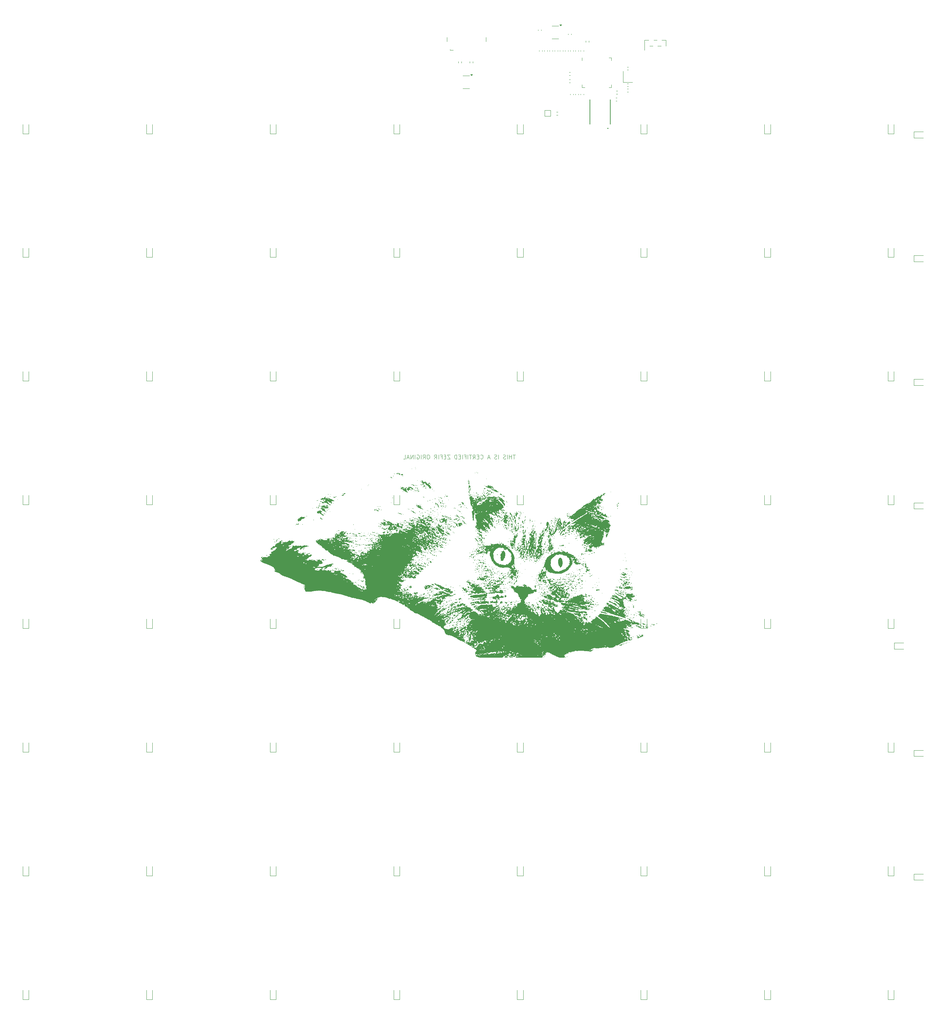
<source format=gbr>
%TF.GenerationSoftware,KiCad,Pcbnew,9.0.1*%
%TF.CreationDate,2025-05-31T11:39:56+01:00*%
%TF.ProjectId,Button MIDI Controller,42757474-6f6e-4204-9d49-444920436f6e,rev?*%
%TF.SameCoordinates,Original*%
%TF.FileFunction,Legend,Bot*%
%TF.FilePolarity,Positive*%
%FSLAX46Y46*%
G04 Gerber Fmt 4.6, Leading zero omitted, Abs format (unit mm)*
G04 Created by KiCad (PCBNEW 9.0.1) date 2025-05-31 11:39:56*
%MOMM*%
%LPD*%
G01*
G04 APERTURE LIST*
%ADD10C,0.100000*%
%ADD11C,0.120000*%
%ADD12C,0.000000*%
%ADD13C,0.127000*%
%ADD14C,0.200000*%
G04 APERTURE END LIST*
D10*
X-156117027Y216011580D02*
X-156688455Y216011580D01*
X-156402741Y215011580D02*
X-156402741Y216011580D01*
X-157021789Y215011580D02*
X-157021789Y216011580D01*
X-157021789Y215535390D02*
X-157593217Y215535390D01*
X-157593217Y215011580D02*
X-157593217Y216011580D01*
X-158069408Y215011580D02*
X-158069408Y216011580D01*
X-158497979Y215059200D02*
X-158640836Y215011580D01*
X-158640836Y215011580D02*
X-158878931Y215011580D01*
X-158878931Y215011580D02*
X-158974169Y215059200D01*
X-158974169Y215059200D02*
X-159021788Y215106819D01*
X-159021788Y215106819D02*
X-159069407Y215202057D01*
X-159069407Y215202057D02*
X-159069407Y215297295D01*
X-159069407Y215297295D02*
X-159021788Y215392533D01*
X-159021788Y215392533D02*
X-158974169Y215440152D01*
X-158974169Y215440152D02*
X-158878931Y215487771D01*
X-158878931Y215487771D02*
X-158688455Y215535390D01*
X-158688455Y215535390D02*
X-158593217Y215583009D01*
X-158593217Y215583009D02*
X-158545598Y215630628D01*
X-158545598Y215630628D02*
X-158497979Y215725866D01*
X-158497979Y215725866D02*
X-158497979Y215821104D01*
X-158497979Y215821104D02*
X-158545598Y215916342D01*
X-158545598Y215916342D02*
X-158593217Y215963961D01*
X-158593217Y215963961D02*
X-158688455Y216011580D01*
X-158688455Y216011580D02*
X-158926550Y216011580D01*
X-158926550Y216011580D02*
X-159069407Y215963961D01*
X-160259884Y215011580D02*
X-160259884Y216011580D01*
X-160688455Y215059200D02*
X-160831312Y215011580D01*
X-160831312Y215011580D02*
X-161069407Y215011580D01*
X-161069407Y215011580D02*
X-161164645Y215059200D01*
X-161164645Y215059200D02*
X-161212264Y215106819D01*
X-161212264Y215106819D02*
X-161259883Y215202057D01*
X-161259883Y215202057D02*
X-161259883Y215297295D01*
X-161259883Y215297295D02*
X-161212264Y215392533D01*
X-161212264Y215392533D02*
X-161164645Y215440152D01*
X-161164645Y215440152D02*
X-161069407Y215487771D01*
X-161069407Y215487771D02*
X-160878931Y215535390D01*
X-160878931Y215535390D02*
X-160783693Y215583009D01*
X-160783693Y215583009D02*
X-160736074Y215630628D01*
X-160736074Y215630628D02*
X-160688455Y215725866D01*
X-160688455Y215725866D02*
X-160688455Y215821104D01*
X-160688455Y215821104D02*
X-160736074Y215916342D01*
X-160736074Y215916342D02*
X-160783693Y215963961D01*
X-160783693Y215963961D02*
X-160878931Y216011580D01*
X-160878931Y216011580D02*
X-161117026Y216011580D01*
X-161117026Y216011580D02*
X-161259883Y215963961D01*
X-162402741Y215297295D02*
X-162878931Y215297295D01*
X-162307503Y215011580D02*
X-162640836Y216011580D01*
X-162640836Y216011580D02*
X-162974169Y215011580D01*
X-164640836Y215106819D02*
X-164593217Y215059200D01*
X-164593217Y215059200D02*
X-164450360Y215011580D01*
X-164450360Y215011580D02*
X-164355122Y215011580D01*
X-164355122Y215011580D02*
X-164212265Y215059200D01*
X-164212265Y215059200D02*
X-164117027Y215154438D01*
X-164117027Y215154438D02*
X-164069408Y215249676D01*
X-164069408Y215249676D02*
X-164021789Y215440152D01*
X-164021789Y215440152D02*
X-164021789Y215583009D01*
X-164021789Y215583009D02*
X-164069408Y215773485D01*
X-164069408Y215773485D02*
X-164117027Y215868723D01*
X-164117027Y215868723D02*
X-164212265Y215963961D01*
X-164212265Y215963961D02*
X-164355122Y216011580D01*
X-164355122Y216011580D02*
X-164450360Y216011580D01*
X-164450360Y216011580D02*
X-164593217Y215963961D01*
X-164593217Y215963961D02*
X-164640836Y215916342D01*
X-165069408Y215535390D02*
X-165402741Y215535390D01*
X-165545598Y215011580D02*
X-165069408Y215011580D01*
X-165069408Y215011580D02*
X-165069408Y216011580D01*
X-165069408Y216011580D02*
X-165545598Y216011580D01*
X-166545598Y215011580D02*
X-166212265Y215487771D01*
X-165974170Y215011580D02*
X-165974170Y216011580D01*
X-165974170Y216011580D02*
X-166355122Y216011580D01*
X-166355122Y216011580D02*
X-166450360Y215963961D01*
X-166450360Y215963961D02*
X-166497979Y215916342D01*
X-166497979Y215916342D02*
X-166545598Y215821104D01*
X-166545598Y215821104D02*
X-166545598Y215678247D01*
X-166545598Y215678247D02*
X-166497979Y215583009D01*
X-166497979Y215583009D02*
X-166450360Y215535390D01*
X-166450360Y215535390D02*
X-166355122Y215487771D01*
X-166355122Y215487771D02*
X-165974170Y215487771D01*
X-166831313Y216011580D02*
X-167402741Y216011580D01*
X-167117027Y215011580D02*
X-167117027Y216011580D01*
X-167736075Y215011580D02*
X-167736075Y216011580D01*
X-168545598Y215535390D02*
X-168212265Y215535390D01*
X-168212265Y215011580D02*
X-168212265Y216011580D01*
X-168212265Y216011580D02*
X-168688455Y216011580D01*
X-169069408Y215011580D02*
X-169069408Y216011580D01*
X-169545598Y215535390D02*
X-169878931Y215535390D01*
X-170021788Y215011580D02*
X-169545598Y215011580D01*
X-169545598Y215011580D02*
X-169545598Y216011580D01*
X-169545598Y216011580D02*
X-170021788Y216011580D01*
X-170450360Y215011580D02*
X-170450360Y216011580D01*
X-170450360Y216011580D02*
X-170688455Y216011580D01*
X-170688455Y216011580D02*
X-170831312Y215963961D01*
X-170831312Y215963961D02*
X-170926550Y215868723D01*
X-170926550Y215868723D02*
X-170974169Y215773485D01*
X-170974169Y215773485D02*
X-171021788Y215583009D01*
X-171021788Y215583009D02*
X-171021788Y215440152D01*
X-171021788Y215440152D02*
X-170974169Y215249676D01*
X-170974169Y215249676D02*
X-170926550Y215154438D01*
X-170926550Y215154438D02*
X-170831312Y215059200D01*
X-170831312Y215059200D02*
X-170688455Y215011580D01*
X-170688455Y215011580D02*
X-170450360Y215011580D01*
X-172117027Y216011580D02*
X-172783693Y216011580D01*
X-172783693Y216011580D02*
X-172117027Y215011580D01*
X-172117027Y215011580D02*
X-172783693Y215011580D01*
X-173164646Y215535390D02*
X-173497979Y215535390D01*
X-173640836Y215011580D02*
X-173164646Y215011580D01*
X-173164646Y215011580D02*
X-173164646Y216011580D01*
X-173164646Y216011580D02*
X-173640836Y216011580D01*
X-174402741Y215535390D02*
X-174069408Y215535390D01*
X-174069408Y215011580D02*
X-174069408Y216011580D01*
X-174069408Y216011580D02*
X-174545598Y216011580D01*
X-174926551Y215011580D02*
X-174926551Y216011580D01*
X-175974169Y215011580D02*
X-175640836Y215487771D01*
X-175402741Y215011580D02*
X-175402741Y216011580D01*
X-175402741Y216011580D02*
X-175783693Y216011580D01*
X-175783693Y216011580D02*
X-175878931Y215963961D01*
X-175878931Y215963961D02*
X-175926550Y215916342D01*
X-175926550Y215916342D02*
X-175974169Y215821104D01*
X-175974169Y215821104D02*
X-175974169Y215678247D01*
X-175974169Y215678247D02*
X-175926550Y215583009D01*
X-175926550Y215583009D02*
X-175878931Y215535390D01*
X-175878931Y215535390D02*
X-175783693Y215487771D01*
X-175783693Y215487771D02*
X-175402741Y215487771D01*
X-177355122Y216011580D02*
X-177545598Y216011580D01*
X-177545598Y216011580D02*
X-177640836Y215963961D01*
X-177640836Y215963961D02*
X-177736074Y215868723D01*
X-177736074Y215868723D02*
X-177783693Y215678247D01*
X-177783693Y215678247D02*
X-177783693Y215344914D01*
X-177783693Y215344914D02*
X-177736074Y215154438D01*
X-177736074Y215154438D02*
X-177640836Y215059200D01*
X-177640836Y215059200D02*
X-177545598Y215011580D01*
X-177545598Y215011580D02*
X-177355122Y215011580D01*
X-177355122Y215011580D02*
X-177259884Y215059200D01*
X-177259884Y215059200D02*
X-177164646Y215154438D01*
X-177164646Y215154438D02*
X-177117027Y215344914D01*
X-177117027Y215344914D02*
X-177117027Y215678247D01*
X-177117027Y215678247D02*
X-177164646Y215868723D01*
X-177164646Y215868723D02*
X-177259884Y215963961D01*
X-177259884Y215963961D02*
X-177355122Y216011580D01*
X-178783693Y215011580D02*
X-178450360Y215487771D01*
X-178212265Y215011580D02*
X-178212265Y216011580D01*
X-178212265Y216011580D02*
X-178593217Y216011580D01*
X-178593217Y216011580D02*
X-178688455Y215963961D01*
X-178688455Y215963961D02*
X-178736074Y215916342D01*
X-178736074Y215916342D02*
X-178783693Y215821104D01*
X-178783693Y215821104D02*
X-178783693Y215678247D01*
X-178783693Y215678247D02*
X-178736074Y215583009D01*
X-178736074Y215583009D02*
X-178688455Y215535390D01*
X-178688455Y215535390D02*
X-178593217Y215487771D01*
X-178593217Y215487771D02*
X-178212265Y215487771D01*
X-179212265Y215011580D02*
X-179212265Y216011580D01*
X-180212264Y215963961D02*
X-180117026Y216011580D01*
X-180117026Y216011580D02*
X-179974169Y216011580D01*
X-179974169Y216011580D02*
X-179831312Y215963961D01*
X-179831312Y215963961D02*
X-179736074Y215868723D01*
X-179736074Y215868723D02*
X-179688455Y215773485D01*
X-179688455Y215773485D02*
X-179640836Y215583009D01*
X-179640836Y215583009D02*
X-179640836Y215440152D01*
X-179640836Y215440152D02*
X-179688455Y215249676D01*
X-179688455Y215249676D02*
X-179736074Y215154438D01*
X-179736074Y215154438D02*
X-179831312Y215059200D01*
X-179831312Y215059200D02*
X-179974169Y215011580D01*
X-179974169Y215011580D02*
X-180069407Y215011580D01*
X-180069407Y215011580D02*
X-180212264Y215059200D01*
X-180212264Y215059200D02*
X-180259883Y215106819D01*
X-180259883Y215106819D02*
X-180259883Y215440152D01*
X-180259883Y215440152D02*
X-180069407Y215440152D01*
X-180688455Y215011580D02*
X-180688455Y216011580D01*
X-181164645Y215011580D02*
X-181164645Y216011580D01*
X-181164645Y216011580D02*
X-181736073Y215011580D01*
X-181736073Y215011580D02*
X-181736073Y216011580D01*
X-182164645Y215297295D02*
X-182640835Y215297295D01*
X-182069407Y215011580D02*
X-182402740Y216011580D01*
X-182402740Y216011580D02*
X-182736073Y215011580D01*
X-183545597Y215011580D02*
X-183069407Y215011580D01*
X-183069407Y215011580D02*
X-183069407Y216011580D01*
D11*
%TO.C,D40*%
X-64733000Y173479000D02*
X-64733000Y175764000D01*
X-63263000Y175764000D02*
X-63263000Y173479000D01*
X-63263000Y173479000D02*
X-64733000Y173479000D01*
%TO.C,D198*%
X-56096000Y142151000D02*
X-58381000Y142151000D01*
X-58381000Y142151000D02*
X-58381000Y143621000D01*
X-58381000Y143621000D02*
X-56096000Y143621000D01*
%TO.C,D30*%
X-125333000Y203779000D02*
X-125333000Y206064000D01*
X-123863000Y206064000D02*
X-123863000Y203779000D01*
X-123863000Y203779000D02*
X-125333000Y203779000D01*
%TO.C,D20*%
X-185933000Y234079000D02*
X-185933000Y236364000D01*
X-184463000Y236364000D02*
X-184463000Y234079000D01*
X-184463000Y234079000D02*
X-185933000Y234079000D01*
%TO.C,D18*%
X-246533000Y234079000D02*
X-246533000Y236364000D01*
X-245063000Y236364000D02*
X-245063000Y234079000D01*
X-245063000Y234079000D02*
X-246533000Y234079000D01*
D12*
%TO.C,G\u002A\u002A\u002A*%
G36*
X-214766191Y195204815D02*
G01*
X-214784950Y195186056D01*
X-214803710Y195204815D01*
X-214784950Y195223575D01*
X-214766191Y195204815D01*
G37*
G36*
X-214278451Y195880148D02*
G01*
X-214297210Y195861389D01*
X-214315970Y195880148D01*
X-214297210Y195898907D01*
X-214278451Y195880148D01*
G37*
G36*
X-210564123Y194266854D02*
G01*
X-210582883Y194248095D01*
X-210601642Y194266854D01*
X-210582883Y194285613D01*
X-210564123Y194266854D01*
G37*
G36*
X-208538126Y192015746D02*
G01*
X-208556885Y191996987D01*
X-208575645Y192015746D01*
X-208556885Y192034505D01*
X-208538126Y192015746D01*
G37*
G36*
X-207562646Y201695510D02*
G01*
X-207581405Y201676750D01*
X-207600165Y201695510D01*
X-207581405Y201714269D01*
X-207562646Y201695510D01*
G37*
G36*
X-207412572Y201770547D02*
G01*
X-207431332Y201751787D01*
X-207450091Y201770547D01*
X-207431332Y201789306D01*
X-207412572Y201770547D01*
G37*
G36*
X-206474611Y190665081D02*
G01*
X-206493370Y190646322D01*
X-206512129Y190665081D01*
X-206493370Y190683841D01*
X-206474611Y190665081D01*
G37*
G36*
X-203960874Y202708508D02*
G01*
X-203979633Y202689749D01*
X-203998392Y202708508D01*
X-203979633Y202727267D01*
X-203960874Y202708508D01*
G37*
G36*
X-203923355Y205259764D02*
G01*
X-203942114Y205241004D01*
X-203960874Y205259764D01*
X-203942114Y205278523D01*
X-203923355Y205259764D01*
G37*
G36*
X-203435615Y203946617D02*
G01*
X-203454374Y203927858D01*
X-203473134Y203946617D01*
X-203454374Y203965377D01*
X-203435615Y203946617D01*
G37*
G36*
X-203360578Y204772024D02*
G01*
X-203379337Y204753264D01*
X-203398097Y204772024D01*
X-203379337Y204790783D01*
X-203360578Y204772024D01*
G37*
G36*
X-203060431Y188226381D02*
G01*
X-203079190Y188207622D01*
X-203097949Y188226381D01*
X-203079190Y188245140D01*
X-203060431Y188226381D01*
G37*
G36*
X-202272543Y195504963D02*
G01*
X-202291302Y195486204D01*
X-202310061Y195504963D01*
X-202291302Y195523722D01*
X-202272543Y195504963D01*
G37*
G36*
X-201334581Y206310281D02*
G01*
X-201353340Y206291521D01*
X-201372100Y206310281D01*
X-201353340Y206329040D01*
X-201334581Y206310281D01*
G37*
G36*
X-201259544Y206272762D02*
G01*
X-201278304Y206254003D01*
X-201297063Y206272762D01*
X-201278304Y206291521D01*
X-201259544Y206272762D01*
G37*
G36*
X-201146989Y203571433D02*
G01*
X-201165748Y203552674D01*
X-201184507Y203571433D01*
X-201165748Y203590192D01*
X-201146989Y203571433D01*
G37*
G36*
X-200921878Y206347799D02*
G01*
X-200940637Y206329040D01*
X-200959397Y206347799D01*
X-200940637Y206366558D01*
X-200921878Y206347799D01*
G37*
G36*
X-200359101Y196592999D02*
G01*
X-200377860Y196574239D01*
X-200396620Y196592999D01*
X-200377860Y196611758D01*
X-200359101Y196592999D01*
G37*
G36*
X-200058953Y205222245D02*
G01*
X-200077713Y205203486D01*
X-200096472Y205222245D01*
X-200077713Y205241004D01*
X-200058953Y205222245D01*
G37*
G36*
X-199908880Y197118257D02*
G01*
X-199927639Y197099498D01*
X-199946398Y197118257D01*
X-199927639Y197137016D01*
X-199908880Y197118257D01*
G37*
G36*
X-199796324Y197005702D02*
G01*
X-199815083Y196986942D01*
X-199833843Y197005702D01*
X-199815083Y197024461D01*
X-199796324Y197005702D01*
G37*
G36*
X-199308584Y197118257D02*
G01*
X-199327343Y197099498D01*
X-199346103Y197118257D01*
X-199327343Y197137016D01*
X-199308584Y197118257D01*
G37*
G36*
X-197019958Y194567002D02*
G01*
X-197038717Y194548242D01*
X-197057476Y194567002D01*
X-197038717Y194585761D01*
X-197019958Y194567002D01*
G37*
G36*
X-196757329Y193629040D02*
G01*
X-196776088Y193610281D01*
X-196794847Y193629040D01*
X-196776088Y193647799D01*
X-196757329Y193629040D01*
G37*
G36*
X-196644773Y186387976D02*
G01*
X-196663532Y186369217D01*
X-196682292Y186387976D01*
X-196663532Y186406736D01*
X-196644773Y186387976D01*
G37*
G36*
X-196569736Y196067740D02*
G01*
X-196588496Y196048981D01*
X-196607255Y196067740D01*
X-196588496Y196086499D01*
X-196569736Y196067740D01*
G37*
G36*
X-196344626Y196668035D02*
G01*
X-196363385Y196649276D01*
X-196382144Y196668035D01*
X-196363385Y196686795D01*
X-196344626Y196668035D01*
G37*
G36*
X-194656295Y192390931D02*
G01*
X-194675054Y192372171D01*
X-194693813Y192390931D01*
X-194675054Y192409690D01*
X-194656295Y192390931D01*
G37*
G36*
X-194543739Y191603043D02*
G01*
X-194562498Y191584284D01*
X-194581258Y191603043D01*
X-194562498Y191621802D01*
X-194543739Y191603043D01*
G37*
G36*
X-194506221Y192878671D02*
G01*
X-194524980Y192859911D01*
X-194543739Y192878671D01*
X-194524980Y192897430D01*
X-194506221Y192878671D01*
G37*
G36*
X-193643296Y186200384D02*
G01*
X-193662055Y186181625D01*
X-193680815Y186200384D01*
X-193662055Y186219143D01*
X-193643296Y186200384D01*
G37*
G36*
X-193155556Y195692555D02*
G01*
X-193174315Y195673796D01*
X-193193075Y195692555D01*
X-193174315Y195711315D01*
X-193155556Y195692555D01*
G37*
G36*
X-193155556Y194567002D02*
G01*
X-193174315Y194548242D01*
X-193193075Y194567002D01*
X-193174315Y194585761D01*
X-193155556Y194567002D01*
G37*
G36*
X-192967964Y200007179D02*
G01*
X-192986723Y199988420D01*
X-193005482Y200007179D01*
X-192986723Y200025938D01*
X-192967964Y200007179D01*
G37*
G36*
X-192817890Y189201861D02*
G01*
X-192836649Y189183102D01*
X-192855408Y189201861D01*
X-192836649Y189220620D01*
X-192817890Y189201861D01*
G37*
G36*
X-192517742Y192766115D02*
G01*
X-192536501Y192747356D01*
X-192555261Y192766115D01*
X-192536501Y192784874D01*
X-192517742Y192766115D01*
G37*
G36*
X-190904448Y197193294D02*
G01*
X-190923207Y197174535D01*
X-190941967Y197193294D01*
X-190923207Y197212053D01*
X-190904448Y197193294D01*
G37*
G36*
X-190454227Y194754594D02*
G01*
X-190472986Y194735835D01*
X-190491745Y194754594D01*
X-190472986Y194773353D01*
X-190454227Y194754594D01*
G37*
G36*
X-190191597Y196968183D02*
G01*
X-190210357Y196949424D01*
X-190229116Y196968183D01*
X-190210357Y196986942D01*
X-190191597Y196968183D01*
G37*
G36*
X-190079042Y202971137D02*
G01*
X-190097801Y202952378D01*
X-190116561Y202971137D01*
X-190097801Y202989897D01*
X-190079042Y202971137D01*
G37*
G36*
X-189853931Y202670990D02*
G01*
X-189872691Y202652230D01*
X-189891450Y202670990D01*
X-189872691Y202689749D01*
X-189853931Y202670990D01*
G37*
G36*
X-188953488Y203271285D02*
G01*
X-188972247Y203252526D01*
X-188991007Y203271285D01*
X-188972247Y203290044D01*
X-188953488Y203271285D01*
G37*
G36*
X-188690859Y196705554D02*
G01*
X-188709618Y196686795D01*
X-188728377Y196705554D01*
X-188709618Y196724313D01*
X-188690859Y196705554D01*
G37*
G36*
X-187002528Y196968183D02*
G01*
X-187021287Y196949424D01*
X-187040046Y196968183D01*
X-187021287Y196986942D01*
X-187002528Y196968183D01*
G37*
G36*
X-185801937Y199256809D02*
G01*
X-185820696Y199238050D01*
X-185839456Y199256809D01*
X-185820696Y199275569D01*
X-185801937Y199256809D01*
G37*
G36*
X-185464271Y199256809D02*
G01*
X-185483030Y199238050D01*
X-185501789Y199256809D01*
X-185483030Y199275569D01*
X-185464271Y199256809D01*
G37*
G36*
X-185351716Y199181773D02*
G01*
X-185370475Y199163013D01*
X-185389234Y199181773D01*
X-185370475Y199200532D01*
X-185351716Y199181773D01*
G37*
G36*
X-185051568Y196968183D02*
G01*
X-185070327Y196949424D01*
X-185089086Y196968183D01*
X-185070327Y196986942D01*
X-185051568Y196968183D01*
G37*
G36*
X-184563828Y212088124D02*
G01*
X-184582587Y212069365D01*
X-184601346Y212088124D01*
X-184582587Y212106883D01*
X-184563828Y212088124D01*
G37*
G36*
X-184563828Y207886056D02*
G01*
X-184582587Y207867297D01*
X-184601346Y207886056D01*
X-184582587Y207904815D01*
X-184563828Y207886056D01*
G37*
G36*
X-184151125Y199369365D02*
G01*
X-184169884Y199350606D01*
X-184188643Y199369365D01*
X-184169884Y199388124D01*
X-184151125Y199369365D01*
G37*
G36*
X-183963532Y207173205D02*
G01*
X-183982292Y207154446D01*
X-184001051Y207173205D01*
X-183982292Y207191965D01*
X-183963532Y207173205D01*
G37*
G36*
X-183926014Y206985613D02*
G01*
X-183944773Y206966854D01*
X-183963532Y206985613D01*
X-183944773Y207004372D01*
X-183926014Y206985613D01*
G37*
G36*
X-183738422Y197756071D02*
G01*
X-183757181Y197737312D01*
X-183775940Y197756071D01*
X-183757181Y197774830D01*
X-183738422Y197756071D01*
G37*
G36*
X-183663385Y182973796D02*
G01*
X-183682144Y182955037D01*
X-183700903Y182973796D01*
X-183682144Y182992555D01*
X-183663385Y182973796D01*
G37*
G36*
X-183550829Y183799202D02*
G01*
X-183569589Y183780443D01*
X-183588348Y183799202D01*
X-183569589Y183817962D01*
X-183550829Y183799202D01*
G37*
G36*
X-183475792Y184099350D02*
G01*
X-183494552Y184080591D01*
X-183513311Y184099350D01*
X-183494552Y184118109D01*
X-183475792Y184099350D01*
G37*
G36*
X-183438274Y198994180D02*
G01*
X-183457033Y198975421D01*
X-183475792Y198994180D01*
X-183457033Y199012939D01*
X-183438274Y198994180D01*
G37*
G36*
X-183400756Y199857105D02*
G01*
X-183419515Y199838346D01*
X-183438274Y199857105D01*
X-183419515Y199875864D01*
X-183400756Y199857105D01*
G37*
G36*
X-183325719Y198956662D02*
G01*
X-183344478Y198937903D01*
X-183363237Y198956662D01*
X-183344478Y198975421D01*
X-183325719Y198956662D01*
G37*
G36*
X-183063089Y198881625D02*
G01*
X-183081849Y198862866D01*
X-183100608Y198881625D01*
X-183081849Y198900384D01*
X-183063089Y198881625D01*
G37*
G36*
X-182725423Y184962275D02*
G01*
X-182744182Y184943516D01*
X-182762942Y184962275D01*
X-182744182Y184981034D01*
X-182725423Y184962275D01*
G37*
G36*
X-182612868Y200870103D02*
G01*
X-182631627Y200851344D01*
X-182650386Y200870103D01*
X-182631627Y200888863D01*
X-182612868Y200870103D01*
G37*
G36*
X-182462794Y200307326D02*
G01*
X-182481553Y200288567D01*
X-182500312Y200307326D01*
X-182481553Y200326086D01*
X-182462794Y200307326D01*
G37*
G36*
X-182462794Y185750163D02*
G01*
X-182481553Y185731403D01*
X-182500312Y185750163D01*
X-182481553Y185768922D01*
X-182462794Y185750163D01*
G37*
G36*
X-182462794Y183949276D02*
G01*
X-182481553Y183930517D01*
X-182500312Y183949276D01*
X-182481553Y183968035D01*
X-182462794Y183949276D01*
G37*
G36*
X-182125128Y187063309D02*
G01*
X-182143887Y187044550D01*
X-182162646Y187063309D01*
X-182143887Y187082068D01*
X-182125128Y187063309D01*
G37*
G36*
X-182050091Y198506440D02*
G01*
X-182068850Y198487681D01*
X-182087609Y198506440D01*
X-182068850Y198525199D01*
X-182050091Y198506440D01*
G37*
G36*
X-182050091Y197718552D02*
G01*
X-182068850Y197699793D01*
X-182087609Y197718552D01*
X-182068850Y197737312D01*
X-182050091Y197718552D01*
G37*
G36*
X-181937535Y188451492D02*
G01*
X-181956295Y188432733D01*
X-181975054Y188451492D01*
X-181956295Y188470251D01*
X-181937535Y188451492D01*
G37*
G36*
X-181712425Y198468922D02*
G01*
X-181731184Y198450163D01*
X-181749943Y198468922D01*
X-181731184Y198487681D01*
X-181712425Y198468922D01*
G37*
G36*
X-181449795Y202333324D02*
G01*
X-181468555Y202314564D01*
X-181487314Y202333324D01*
X-181468555Y202352083D01*
X-181449795Y202333324D01*
G37*
G36*
X-181449795Y190064786D02*
G01*
X-181468555Y190046027D01*
X-181487314Y190064786D01*
X-181468555Y190083545D01*
X-181449795Y190064786D01*
G37*
G36*
X-181412277Y187701123D02*
G01*
X-181431036Y187682363D01*
X-181449795Y187701123D01*
X-181431036Y187719882D01*
X-181412277Y187701123D01*
G37*
G36*
X-181299722Y185074830D02*
G01*
X-181318481Y185056071D01*
X-181337240Y185074830D01*
X-181318481Y185093589D01*
X-181299722Y185074830D01*
G37*
G36*
X-181224685Y190627563D02*
G01*
X-181243444Y190608804D01*
X-181262203Y190627563D01*
X-181243444Y190646322D01*
X-181224685Y190627563D01*
G37*
G36*
X-181112129Y181585613D02*
G01*
X-181130888Y181566854D01*
X-181149648Y181585613D01*
X-181130888Y181604372D01*
X-181112129Y181585613D01*
G37*
G36*
X-180924537Y206985613D02*
G01*
X-180943296Y206966854D01*
X-180962055Y206985613D01*
X-180943296Y207004372D01*
X-180924537Y206985613D01*
G37*
G36*
X-180849500Y190364934D02*
G01*
X-180868259Y190346174D01*
X-180887018Y190364934D01*
X-180868259Y190383693D01*
X-180849500Y190364934D01*
G37*
G36*
X-180849500Y189914712D02*
G01*
X-180868259Y189895953D01*
X-180887018Y189914712D01*
X-180868259Y189933471D01*
X-180849500Y189914712D01*
G37*
G36*
X-180774463Y187813678D02*
G01*
X-180793222Y187794919D01*
X-180811981Y187813678D01*
X-180793222Y187832437D01*
X-180774463Y187813678D01*
G37*
G36*
X-180736945Y199782068D02*
G01*
X-180755704Y199763309D01*
X-180774463Y199782068D01*
X-180755704Y199800827D01*
X-180736945Y199782068D01*
G37*
G36*
X-180624389Y212725938D02*
G01*
X-180643148Y212707179D01*
X-180661908Y212725938D01*
X-180643148Y212744697D01*
X-180624389Y212725938D01*
G37*
G36*
X-180549352Y203571433D02*
G01*
X-180568111Y203552674D01*
X-180586871Y203571433D01*
X-180568111Y203590192D01*
X-180549352Y203571433D01*
G37*
G36*
X-180474315Y203533914D02*
G01*
X-180493075Y203515155D01*
X-180511834Y203533914D01*
X-180493075Y203552674D01*
X-180474315Y203533914D01*
G37*
G36*
X-180286723Y190252378D02*
G01*
X-180305482Y190233619D01*
X-180324241Y190252378D01*
X-180305482Y190271137D01*
X-180286723Y190252378D01*
G37*
G36*
X-180136649Y201470399D02*
G01*
X-180155408Y201451640D01*
X-180174168Y201470399D01*
X-180155408Y201489158D01*
X-180136649Y201470399D01*
G37*
G36*
X-179986575Y197005702D02*
G01*
X-180005335Y196986942D01*
X-180024094Y197005702D01*
X-180005335Y197024461D01*
X-179986575Y197005702D01*
G37*
G36*
X-179011095Y208974092D02*
G01*
X-179029854Y208955332D01*
X-179048614Y208974092D01*
X-179029854Y208992851D01*
X-179011095Y208974092D01*
G37*
G36*
X-179011095Y201207770D02*
G01*
X-179029854Y201189010D01*
X-179048614Y201207770D01*
X-179029854Y201226529D01*
X-179011095Y201207770D01*
G37*
G36*
X-178748466Y193066263D02*
G01*
X-178767225Y193047504D01*
X-178785984Y193066263D01*
X-178767225Y193085022D01*
X-178748466Y193066263D01*
G37*
G36*
X-178710948Y181585613D02*
G01*
X-178729707Y181566854D01*
X-178748466Y181585613D01*
X-178729707Y181604372D01*
X-178710948Y181585613D01*
G37*
G36*
X-178673429Y196668035D02*
G01*
X-178692188Y196649276D01*
X-178710948Y196668035D01*
X-178692188Y196686795D01*
X-178673429Y196668035D01*
G37*
G36*
X-178560874Y202483397D02*
G01*
X-178579633Y202464638D01*
X-178598392Y202483397D01*
X-178579633Y202502157D01*
X-178560874Y202483397D01*
G37*
G36*
X-178410800Y183273944D02*
G01*
X-178429559Y183255185D01*
X-178448318Y183273944D01*
X-178429559Y183292703D01*
X-178410800Y183273944D01*
G37*
G36*
X-178260726Y181322984D02*
G01*
X-178279485Y181304225D01*
X-178298244Y181322984D01*
X-178279485Y181341743D01*
X-178260726Y181322984D01*
G37*
G36*
X-178148171Y200157253D02*
G01*
X-178166930Y200138493D01*
X-178185689Y200157253D01*
X-178166930Y200176012D01*
X-178148171Y200157253D01*
G37*
G36*
X-178110652Y192315894D02*
G01*
X-178129411Y192297134D01*
X-178148171Y192315894D01*
X-178129411Y192334653D01*
X-178110652Y192315894D01*
G37*
G36*
X-177885541Y199556957D02*
G01*
X-177904301Y199538198D01*
X-177923060Y199556957D01*
X-177904301Y199575716D01*
X-177885541Y199556957D01*
G37*
G36*
X-177810504Y182748685D02*
G01*
X-177829264Y182729926D01*
X-177848023Y182748685D01*
X-177829264Y182767445D01*
X-177810504Y182748685D01*
G37*
G36*
X-177810504Y181923279D02*
G01*
X-177829264Y181904520D01*
X-177848023Y181923279D01*
X-177829264Y181942038D01*
X-177810504Y181923279D01*
G37*
G36*
X-177660431Y204772024D02*
G01*
X-177679190Y204753264D01*
X-177697949Y204772024D01*
X-177679190Y204790783D01*
X-177660431Y204772024D01*
G37*
G36*
X-177622912Y204396839D02*
G01*
X-177641671Y204378080D01*
X-177660431Y204396839D01*
X-177641671Y204415598D01*
X-177622912Y204396839D01*
G37*
G36*
X-177510357Y193403929D02*
G01*
X-177529116Y193385170D01*
X-177547875Y193403929D01*
X-177529116Y193422688D01*
X-177510357Y193403929D01*
G37*
G36*
X-177510357Y189802157D02*
G01*
X-177529116Y189783397D01*
X-177547875Y189802157D01*
X-177529116Y189820916D01*
X-177510357Y189802157D01*
G37*
G36*
X-177435320Y190740118D02*
G01*
X-177454079Y190721359D01*
X-177472838Y190740118D01*
X-177454079Y190758877D01*
X-177435320Y190740118D01*
G37*
G36*
X-177210209Y189389454D02*
G01*
X-177228968Y189370694D01*
X-177247727Y189389454D01*
X-177228968Y189408213D01*
X-177210209Y189389454D01*
G37*
G36*
X-177210209Y180985318D02*
G01*
X-177228968Y180966558D01*
X-177247727Y180985318D01*
X-177228968Y181004077D01*
X-177210209Y180985318D01*
G37*
G36*
X-177172691Y197305849D02*
G01*
X-177191450Y197287090D01*
X-177210209Y197305849D01*
X-177191450Y197324609D01*
X-177172691Y197305849D01*
G37*
G36*
X-176910061Y182148390D02*
G01*
X-176928820Y182129631D01*
X-176947580Y182148390D01*
X-176928820Y182167149D01*
X-176910061Y182148390D01*
G37*
G36*
X-176722469Y201657991D02*
G01*
X-176741228Y201639232D01*
X-176759987Y201657991D01*
X-176741228Y201676750D01*
X-176722469Y201657991D01*
G37*
G36*
X-176609914Y199369365D02*
G01*
X-176628673Y199350606D01*
X-176647432Y199369365D01*
X-176628673Y199388124D01*
X-176609914Y199369365D01*
G37*
G36*
X-176609914Y192878671D02*
G01*
X-176628673Y192859911D01*
X-176647432Y192878671D01*
X-176628673Y192897430D01*
X-176609914Y192878671D01*
G37*
G36*
X-176534877Y207811019D02*
G01*
X-176553636Y207792260D01*
X-176572395Y207811019D01*
X-176553636Y207829778D01*
X-176534877Y207811019D01*
G37*
G36*
X-176459840Y199106736D02*
G01*
X-176478599Y199087976D01*
X-176497358Y199106736D01*
X-176478599Y199125495D01*
X-176459840Y199106736D01*
G37*
G36*
X-176347284Y182861241D02*
G01*
X-176366044Y182842482D01*
X-176384803Y182861241D01*
X-176366044Y182880000D01*
X-176347284Y182861241D01*
G37*
G36*
X-176197210Y193929188D02*
G01*
X-176215970Y193910428D01*
X-176234729Y193929188D01*
X-176215970Y193947947D01*
X-176197210Y193929188D01*
G37*
G36*
X-176047137Y178959321D02*
G01*
X-176065896Y178940561D01*
X-176084655Y178959321D01*
X-176065896Y178978080D01*
X-176047137Y178959321D01*
G37*
G36*
X-176009618Y180910281D02*
G01*
X-176028377Y180891521D01*
X-176047137Y180910281D01*
X-176028377Y180929040D01*
X-176009618Y180910281D01*
G37*
G36*
X-175822026Y183911758D02*
G01*
X-175840785Y183892999D01*
X-175859544Y183911758D01*
X-175840785Y183930517D01*
X-175822026Y183911758D01*
G37*
G36*
X-175746989Y198769069D02*
G01*
X-175765748Y198750310D01*
X-175784507Y198769069D01*
X-175765748Y198787829D01*
X-175746989Y198769069D01*
G37*
G36*
X-175746989Y192165820D02*
G01*
X-175765748Y192147061D01*
X-175784507Y192165820D01*
X-175765748Y192184579D01*
X-175746989Y192165820D01*
G37*
G36*
X-175709470Y198844106D02*
G01*
X-175728230Y198825347D01*
X-175746989Y198844106D01*
X-175728230Y198862866D01*
X-175709470Y198844106D01*
G37*
G36*
X-175671952Y197305849D02*
G01*
X-175690711Y197287090D01*
X-175709470Y197305849D01*
X-175690711Y197324609D01*
X-175671952Y197305849D01*
G37*
G36*
X-175521878Y198356366D02*
G01*
X-175540637Y198337607D01*
X-175559397Y198356366D01*
X-175540637Y198375126D01*
X-175521878Y198356366D01*
G37*
G36*
X-175259249Y200795067D02*
G01*
X-175278008Y200776307D01*
X-175296767Y200795067D01*
X-175278008Y200813826D01*
X-175259249Y200795067D01*
G37*
G36*
X-175221730Y204396839D02*
G01*
X-175240490Y204378080D01*
X-175259249Y204396839D01*
X-175240490Y204415598D01*
X-175221730Y204396839D01*
G37*
G36*
X-175146693Y192728597D02*
G01*
X-175165453Y192709838D01*
X-175184212Y192728597D01*
X-175165453Y192747356D01*
X-175146693Y192728597D01*
G37*
G36*
X-175109175Y200382363D02*
G01*
X-175127934Y200363604D01*
X-175146693Y200382363D01*
X-175127934Y200401123D01*
X-175109175Y200382363D01*
G37*
G36*
X-175034138Y205147208D02*
G01*
X-175052897Y205128449D01*
X-175071657Y205147208D01*
X-175052897Y205165968D01*
X-175034138Y205147208D01*
G37*
G36*
X-174921583Y201695510D02*
G01*
X-174940342Y201676750D01*
X-174959101Y201695510D01*
X-174940342Y201714269D01*
X-174921583Y201695510D01*
G37*
G36*
X-174846546Y202220768D02*
G01*
X-174865305Y202202009D01*
X-174884064Y202220768D01*
X-174865305Y202239527D01*
X-174846546Y202220768D01*
G37*
G36*
X-174846546Y180610133D02*
G01*
X-174865305Y180591374D01*
X-174884064Y180610133D01*
X-174865305Y180628892D01*
X-174846546Y180610133D01*
G37*
G36*
X-174733990Y182148390D02*
G01*
X-174752750Y182129631D01*
X-174771509Y182148390D01*
X-174752750Y182167149D01*
X-174733990Y182148390D01*
G37*
G36*
X-174508880Y192616041D02*
G01*
X-174527639Y192597282D01*
X-174546398Y192616041D01*
X-174527639Y192634801D01*
X-174508880Y192616041D01*
G37*
G36*
X-174246250Y200644993D02*
G01*
X-174265010Y200626233D01*
X-174283769Y200644993D01*
X-174265010Y200663752D01*
X-174246250Y200644993D01*
G37*
G36*
X-174171213Y195204815D02*
G01*
X-174189973Y195186056D01*
X-174208732Y195204815D01*
X-174189973Y195223575D01*
X-174171213Y195204815D01*
G37*
G36*
X-174133695Y202670990D02*
G01*
X-174152454Y202652230D01*
X-174171213Y202670990D01*
X-174152454Y202689749D01*
X-174133695Y202670990D01*
G37*
G36*
X-173908584Y205184727D02*
G01*
X-173927343Y205165968D01*
X-173946103Y205184727D01*
X-173927343Y205203486D01*
X-173908584Y205184727D01*
G37*
G36*
X-173871066Y183799202D02*
G01*
X-173889825Y183780443D01*
X-173908584Y183799202D01*
X-173889825Y183817962D01*
X-173871066Y183799202D01*
G37*
G36*
X-173833547Y203871581D02*
G01*
X-173852306Y203852821D01*
X-173871066Y203871581D01*
X-173852306Y203890340D01*
X-173833547Y203871581D01*
G37*
G36*
X-173833547Y179559616D02*
G01*
X-173852306Y179540857D01*
X-173871066Y179559616D01*
X-173852306Y179578375D01*
X-173833547Y179559616D01*
G37*
G36*
X-173608436Y195017223D02*
G01*
X-173627196Y194998464D01*
X-173645955Y195017223D01*
X-173627196Y195035982D01*
X-173608436Y195017223D01*
G37*
G36*
X-173458363Y204321802D02*
G01*
X-173477122Y204303043D01*
X-173495881Y204321802D01*
X-173477122Y204340561D01*
X-173458363Y204321802D01*
G37*
G36*
X-173458363Y197305849D02*
G01*
X-173477122Y197287090D01*
X-173495881Y197305849D01*
X-173477122Y197324609D01*
X-173458363Y197305849D01*
G37*
G36*
X-173158215Y193403929D02*
G01*
X-173176974Y193385170D01*
X-173195733Y193403929D01*
X-173176974Y193422688D01*
X-173158215Y193403929D01*
G37*
G36*
X-173008141Y201883102D02*
G01*
X-173026900Y201864343D01*
X-173045659Y201883102D01*
X-173026900Y201901861D01*
X-173008141Y201883102D01*
G37*
G36*
X-172858067Y174194476D02*
G01*
X-172876826Y174175716D01*
X-172895586Y174194476D01*
X-172876826Y174213235D01*
X-172858067Y174194476D01*
G37*
G36*
X-172820549Y195655037D02*
G01*
X-172839308Y195636278D01*
X-172858067Y195655037D01*
X-172839308Y195673796D01*
X-172820549Y195655037D01*
G37*
G36*
X-172707993Y196405406D02*
G01*
X-172726753Y196386647D01*
X-172745512Y196405406D01*
X-172726753Y196424165D01*
X-172707993Y196405406D01*
G37*
G36*
X-172707993Y179597134D02*
G01*
X-172726753Y179578375D01*
X-172745512Y179597134D01*
X-172726753Y179615894D01*
X-172707993Y179597134D01*
G37*
G36*
X-172557919Y194116780D02*
G01*
X-172576679Y194098021D01*
X-172595438Y194116780D01*
X-172576679Y194135539D01*
X-172557919Y194116780D01*
G37*
G36*
X-172482883Y197418405D02*
G01*
X-172501642Y197399646D01*
X-172520401Y197418405D01*
X-172501642Y197437164D01*
X-172482883Y197418405D01*
G37*
G36*
X-172407846Y201207770D02*
G01*
X-172426605Y201189010D01*
X-172445364Y201207770D01*
X-172426605Y201226529D01*
X-172407846Y201207770D01*
G37*
G36*
X-172107698Y197193294D02*
G01*
X-172126457Y197174535D01*
X-172145216Y197193294D01*
X-172126457Y197212053D01*
X-172107698Y197193294D01*
G37*
G36*
X-172032661Y176445583D02*
G01*
X-172051420Y176426824D01*
X-172070179Y176445583D01*
X-172051420Y176464343D01*
X-172032661Y176445583D01*
G37*
G36*
X-171957624Y199519439D02*
G01*
X-171976383Y199500679D01*
X-171995143Y199519439D01*
X-171976383Y199538198D01*
X-171957624Y199519439D01*
G37*
G36*
X-171619958Y184174387D02*
G01*
X-171638717Y184155628D01*
X-171657476Y184174387D01*
X-171638717Y184193146D01*
X-171619958Y184174387D01*
G37*
G36*
X-171357329Y198694033D02*
G01*
X-171376088Y198675273D01*
X-171394847Y198694033D01*
X-171376088Y198712792D01*
X-171357329Y198694033D01*
G37*
G36*
X-171357329Y176595657D02*
G01*
X-171376088Y176576898D01*
X-171394847Y176595657D01*
X-171376088Y176614417D01*
X-171357329Y176595657D01*
G37*
G36*
X-171132218Y202408360D02*
G01*
X-171150977Y202389601D01*
X-171169736Y202408360D01*
X-171150977Y202427120D01*
X-171132218Y202408360D01*
G37*
G36*
X-171057181Y177833767D02*
G01*
X-171075940Y177815007D01*
X-171094699Y177833767D01*
X-171075940Y177852526D01*
X-171057181Y177833767D01*
G37*
G36*
X-170907107Y198056219D02*
G01*
X-170925866Y198037459D01*
X-170944626Y198056219D01*
X-170925866Y198074978D01*
X-170907107Y198056219D01*
G37*
G36*
X-170832070Y174907326D02*
G01*
X-170850829Y174888567D01*
X-170869589Y174907326D01*
X-170850829Y174926086D01*
X-170832070Y174907326D01*
G37*
G36*
X-170606959Y173331551D02*
G01*
X-170625719Y173312792D01*
X-170644478Y173331551D01*
X-170625719Y173350310D01*
X-170606959Y173331551D01*
G37*
G36*
X-170306812Y179597134D02*
G01*
X-170325571Y179578375D01*
X-170344330Y179597134D01*
X-170325571Y179615894D01*
X-170306812Y179597134D01*
G37*
G36*
X-170044182Y199369365D02*
G01*
X-170062942Y199350606D01*
X-170081701Y199369365D01*
X-170062942Y199388124D01*
X-170044182Y199369365D01*
G37*
G36*
X-170006664Y203271285D02*
G01*
X-170025423Y203252526D01*
X-170044182Y203271285D01*
X-170025423Y203290044D01*
X-170006664Y203271285D01*
G37*
G36*
X-169969145Y176895805D02*
G01*
X-169987905Y176877046D01*
X-170006664Y176895805D01*
X-169987905Y176914564D01*
X-169969145Y176895805D01*
G37*
G36*
X-169706516Y200419882D02*
G01*
X-169725275Y200401123D01*
X-169744035Y200419882D01*
X-169725275Y200438641D01*
X-169706516Y200419882D01*
G37*
G36*
X-169143739Y200382363D02*
G01*
X-169162498Y200363604D01*
X-169181258Y200382363D01*
X-169162498Y200401123D01*
X-169143739Y200382363D01*
G37*
G36*
X-168993665Y203121211D02*
G01*
X-169012425Y203102452D01*
X-169031184Y203121211D01*
X-169012425Y203139970D01*
X-168993665Y203121211D01*
G37*
G36*
X-168918628Y182861241D02*
G01*
X-168937388Y182842482D01*
X-168956147Y182861241D01*
X-168937388Y182880000D01*
X-168918628Y182861241D01*
G37*
G36*
X-168505925Y181810724D02*
G01*
X-168524685Y181791965D01*
X-168543444Y181810724D01*
X-168524685Y181829483D01*
X-168505925Y181810724D01*
G37*
G36*
X-168430888Y171080443D02*
G01*
X-168449648Y171061684D01*
X-168468407Y171080443D01*
X-168449648Y171099202D01*
X-168430888Y171080443D01*
G37*
G36*
X-168280815Y185675126D02*
G01*
X-168299574Y185656366D01*
X-168318333Y185675126D01*
X-168299574Y185693885D01*
X-168280815Y185675126D01*
G37*
G36*
X-168243296Y174269513D02*
G01*
X-168262055Y174250753D01*
X-168280815Y174269513D01*
X-168262055Y174288272D01*
X-168243296Y174269513D01*
G37*
G36*
X-167943148Y183986795D02*
G01*
X-167961908Y183968035D01*
X-167980667Y183986795D01*
X-167961908Y184005554D01*
X-167943148Y183986795D01*
G37*
G36*
X-167943148Y175657696D02*
G01*
X-167961908Y175638937D01*
X-167980667Y175657696D01*
X-167961908Y175676455D01*
X-167943148Y175657696D01*
G37*
G36*
X-167905630Y184662127D02*
G01*
X-167924389Y184643368D01*
X-167943148Y184662127D01*
X-167924389Y184680886D01*
X-167905630Y184662127D01*
G37*
G36*
X-167605482Y180872762D02*
G01*
X-167624241Y180854003D01*
X-167643001Y180872762D01*
X-167624241Y180891521D01*
X-167605482Y180872762D01*
G37*
G36*
X-167192779Y191415451D02*
G01*
X-167211538Y191396691D01*
X-167230298Y191415451D01*
X-167211538Y191434210D01*
X-167192779Y191415451D01*
G37*
G36*
X-167042705Y206572910D02*
G01*
X-167061465Y206554151D01*
X-167080224Y206572910D01*
X-167061465Y206591669D01*
X-167042705Y206572910D01*
G37*
G36*
X-167042705Y190665081D02*
G01*
X-167061465Y190646322D01*
X-167080224Y190665081D01*
X-167061465Y190683841D01*
X-167042705Y190665081D01*
G37*
G36*
X-166930150Y170555185D02*
G01*
X-166948909Y170536425D01*
X-166967668Y170555185D01*
X-166948909Y170573944D01*
X-166930150Y170555185D01*
G37*
G36*
X-166705039Y206235244D02*
G01*
X-166723798Y206216485D01*
X-166742558Y206235244D01*
X-166723798Y206254003D01*
X-166705039Y206235244D01*
G37*
G36*
X-166442410Y206047651D02*
G01*
X-166461169Y206028892D01*
X-166479928Y206047651D01*
X-166461169Y206066411D01*
X-166442410Y206047651D01*
G37*
G36*
X-166442410Y205672467D02*
G01*
X-166461169Y205653708D01*
X-166479928Y205672467D01*
X-166461169Y205691226D01*
X-166442410Y205672467D01*
G37*
G36*
X-165992188Y188001270D02*
G01*
X-166010948Y187982511D01*
X-166029707Y188001270D01*
X-166010948Y188020030D01*
X-165992188Y188001270D01*
G37*
G36*
X-165917151Y177833767D02*
G01*
X-165935911Y177815007D01*
X-165954670Y177833767D01*
X-165935911Y177852526D01*
X-165917151Y177833767D01*
G37*
G36*
X-165879633Y190890192D02*
G01*
X-165898392Y190871433D01*
X-165917151Y190890192D01*
X-165898392Y190908951D01*
X-165879633Y190890192D01*
G37*
G36*
X-165729559Y191265377D02*
G01*
X-165748318Y191246617D01*
X-165767078Y191265377D01*
X-165748318Y191284136D01*
X-165729559Y191265377D01*
G37*
G36*
X-165391893Y197380886D02*
G01*
X-165410652Y197362127D01*
X-165429411Y197380886D01*
X-165410652Y197399646D01*
X-165391893Y197380886D01*
G37*
G36*
X-165354374Y211712939D02*
G01*
X-165373134Y211694180D01*
X-165391893Y211712939D01*
X-165373134Y211731699D01*
X-165354374Y211712939D01*
G37*
G36*
X-165354374Y193178818D02*
G01*
X-165373134Y193160059D01*
X-165391893Y193178818D01*
X-165373134Y193197578D01*
X-165354374Y193178818D01*
G37*
G36*
X-165316856Y187100827D02*
G01*
X-165335615Y187082068D01*
X-165354374Y187100827D01*
X-165335615Y187119586D01*
X-165316856Y187100827D01*
G37*
G36*
X-165241819Y196367888D02*
G01*
X-165260578Y196349129D01*
X-165279337Y196367888D01*
X-165260578Y196386647D01*
X-165241819Y196367888D01*
G37*
G36*
X-165241819Y196067740D02*
G01*
X-165260578Y196048981D01*
X-165279337Y196067740D01*
X-165260578Y196086499D01*
X-165241819Y196067740D01*
G37*
G36*
X-164941671Y180272467D02*
G01*
X-164960431Y180253708D01*
X-164979190Y180272467D01*
X-164960431Y180291226D01*
X-164941671Y180272467D01*
G37*
G36*
X-164829116Y187175864D02*
G01*
X-164847875Y187157105D01*
X-164866634Y187175864D01*
X-164847875Y187194623D01*
X-164829116Y187175864D01*
G37*
G36*
X-164829116Y183874239D02*
G01*
X-164847875Y183855480D01*
X-164866634Y183874239D01*
X-164847875Y183892999D01*
X-164829116Y183874239D01*
G37*
G36*
X-164754079Y193779114D02*
G01*
X-164772838Y193760355D01*
X-164791597Y193779114D01*
X-164772838Y193797873D01*
X-164754079Y193779114D01*
G37*
G36*
X-164716561Y188076307D02*
G01*
X-164735320Y188057548D01*
X-164754079Y188076307D01*
X-164735320Y188095067D01*
X-164716561Y188076307D01*
G37*
G36*
X-164641524Y206835539D02*
G01*
X-164660283Y206816780D01*
X-164679042Y206835539D01*
X-164660283Y206854298D01*
X-164641524Y206835539D01*
G37*
G36*
X-164341376Y206347799D02*
G01*
X-164360135Y206329040D01*
X-164378894Y206347799D01*
X-164360135Y206366558D01*
X-164341376Y206347799D01*
G37*
G36*
X-164153784Y195279852D02*
G01*
X-164172543Y195261093D01*
X-164191302Y195279852D01*
X-164172543Y195298612D01*
X-164153784Y195279852D01*
G37*
G36*
X-164116265Y187963752D02*
G01*
X-164135024Y187944993D01*
X-164153784Y187963752D01*
X-164135024Y187982511D01*
X-164116265Y187963752D01*
G37*
G36*
X-164041228Y195167297D02*
G01*
X-164059987Y195148538D01*
X-164078747Y195167297D01*
X-164059987Y195186056D01*
X-164041228Y195167297D01*
G37*
G36*
X-164041228Y184887238D02*
G01*
X-164059987Y184868479D01*
X-164078747Y184887238D01*
X-164059987Y184905997D01*
X-164041228Y184887238D01*
G37*
G36*
X-164003710Y204884579D02*
G01*
X-164022469Y204865820D01*
X-164041228Y204884579D01*
X-164022469Y204903338D01*
X-164003710Y204884579D01*
G37*
G36*
X-163816117Y194717075D02*
G01*
X-163834877Y194698316D01*
X-163853636Y194717075D01*
X-163834877Y194735835D01*
X-163816117Y194717075D01*
G37*
G36*
X-163103267Y197681034D02*
G01*
X-163122026Y197662275D01*
X-163140785Y197681034D01*
X-163122026Y197699793D01*
X-163103267Y197681034D01*
G37*
G36*
X-163028230Y207473353D02*
G01*
X-163046989Y207454594D01*
X-163065748Y207473353D01*
X-163046989Y207492112D01*
X-163028230Y207473353D01*
G37*
G36*
X-162840637Y196367888D02*
G01*
X-162859397Y196349129D01*
X-162878156Y196367888D01*
X-162859397Y196386647D01*
X-162840637Y196367888D01*
G37*
G36*
X-162803119Y197605997D02*
G01*
X-162821878Y197587238D01*
X-162840637Y197605997D01*
X-162821878Y197624756D01*
X-162803119Y197605997D01*
G37*
G36*
X-162540490Y196893146D02*
G01*
X-162559249Y196874387D01*
X-162578008Y196893146D01*
X-162559249Y196911905D01*
X-162540490Y196893146D01*
G37*
G36*
X-162540490Y185562570D02*
G01*
X-162559249Y185543811D01*
X-162578008Y185562570D01*
X-162559249Y185581329D01*
X-162540490Y185562570D01*
G37*
G36*
X-162427934Y196705554D02*
G01*
X-162446693Y196686795D01*
X-162465453Y196705554D01*
X-162446693Y196724313D01*
X-162427934Y196705554D01*
G37*
G36*
X-162427934Y188864195D02*
G01*
X-162446693Y188845436D01*
X-162465453Y188864195D01*
X-162446693Y188882954D01*
X-162427934Y188864195D01*
G37*
G36*
X-162427934Y187063309D02*
G01*
X-162446693Y187044550D01*
X-162465453Y187063309D01*
X-162446693Y187082068D01*
X-162427934Y187063309D01*
G37*
G36*
X-162277860Y185262422D02*
G01*
X-162296620Y185243663D01*
X-162315379Y185262422D01*
X-162296620Y185281182D01*
X-162277860Y185262422D01*
G37*
G36*
X-162277860Y184587090D02*
G01*
X-162296620Y184568331D01*
X-162315379Y184587090D01*
X-162296620Y184605849D01*
X-162277860Y184587090D01*
G37*
G36*
X-162240342Y188564047D02*
G01*
X-162259101Y188545288D01*
X-162277860Y188564047D01*
X-162259101Y188582807D01*
X-162240342Y188564047D01*
G37*
G36*
X-161977713Y183011315D02*
G01*
X-161996472Y182992555D01*
X-162015231Y183011315D01*
X-161996472Y183030074D01*
X-161977713Y183011315D01*
G37*
G36*
X-161902676Y181060355D02*
G01*
X-161921435Y181041595D01*
X-161940194Y181060355D01*
X-161921435Y181079114D01*
X-161902676Y181060355D01*
G37*
G36*
X-161902676Y179447061D02*
G01*
X-161921435Y179428301D01*
X-161940194Y179447061D01*
X-161921435Y179465820D01*
X-161902676Y179447061D01*
G37*
G36*
X-161640046Y207773501D02*
G01*
X-161658806Y207754742D01*
X-161677565Y207773501D01*
X-161658806Y207792260D01*
X-161640046Y207773501D01*
G37*
G36*
X-161414936Y198093737D02*
G01*
X-161433695Y198074978D01*
X-161452454Y198093737D01*
X-161433695Y198112496D01*
X-161414936Y198093737D01*
G37*
G36*
X-160814640Y200269808D02*
G01*
X-160833400Y200251049D01*
X-160852159Y200269808D01*
X-160833400Y200288567D01*
X-160814640Y200269808D01*
G37*
G36*
X-160627048Y188376455D02*
G01*
X-160645807Y188357696D01*
X-160664566Y188376455D01*
X-160645807Y188395214D01*
X-160627048Y188376455D01*
G37*
G36*
X-160589530Y190965229D02*
G01*
X-160608289Y190946470D01*
X-160627048Y190965229D01*
X-160608289Y190983988D01*
X-160589530Y190965229D01*
G37*
G36*
X-160514493Y198956662D02*
G01*
X-160533252Y198937903D01*
X-160552011Y198956662D01*
X-160533252Y198975421D01*
X-160514493Y198956662D01*
G37*
G36*
X-160439456Y198281329D02*
G01*
X-160458215Y198262570D01*
X-160476974Y198281329D01*
X-160458215Y198300089D01*
X-160439456Y198281329D01*
G37*
G36*
X-160439456Y179409542D02*
G01*
X-160458215Y179390783D01*
X-160476974Y179409542D01*
X-160458215Y179428301D01*
X-160439456Y179409542D01*
G37*
G36*
X-160326900Y192878671D02*
G01*
X-160345659Y192859911D01*
X-160364419Y192878671D01*
X-160345659Y192897430D01*
X-160326900Y192878671D01*
G37*
G36*
X-160214345Y207510872D02*
G01*
X-160233104Y207492112D01*
X-160251863Y207510872D01*
X-160233104Y207529631D01*
X-160214345Y207510872D01*
G37*
G36*
X-159801642Y200269808D02*
G01*
X-159820401Y200251049D01*
X-159839160Y200269808D01*
X-159820401Y200288567D01*
X-159801642Y200269808D01*
G37*
G36*
X-159726605Y197418405D02*
G01*
X-159745364Y197399646D01*
X-159764123Y197418405D01*
X-159745364Y197437164D01*
X-159726605Y197418405D01*
G37*
G36*
X-159651568Y178096396D02*
G01*
X-159670327Y178077637D01*
X-159689086Y178096396D01*
X-159670327Y178115155D01*
X-159651568Y178096396D01*
G37*
G36*
X-159463976Y198769069D02*
G01*
X-159482735Y198750310D01*
X-159501494Y198769069D01*
X-159482735Y198787829D01*
X-159463976Y198769069D01*
G37*
G36*
X-159126309Y178659173D02*
G01*
X-159145069Y178640414D01*
X-159163828Y178659173D01*
X-159145069Y178677932D01*
X-159126309Y178659173D01*
G37*
G36*
X-158601051Y185374978D02*
G01*
X-158619810Y185356219D01*
X-158638569Y185374978D01*
X-158619810Y185393737D01*
X-158601051Y185374978D01*
G37*
G36*
X-158488496Y183161389D02*
G01*
X-158507255Y183142629D01*
X-158526014Y183161389D01*
X-158507255Y183180148D01*
X-158488496Y183161389D01*
G37*
G36*
X-158413459Y182598612D02*
G01*
X-158432218Y182579852D01*
X-158450977Y182598612D01*
X-158432218Y182617371D01*
X-158413459Y182598612D01*
G37*
G36*
X-158338422Y180159911D02*
G01*
X-158357181Y180141152D01*
X-158375940Y180159911D01*
X-158357181Y180178671D01*
X-158338422Y180159911D01*
G37*
G36*
X-158338422Y178959321D02*
G01*
X-158357181Y178940561D01*
X-158375940Y178959321D01*
X-158357181Y178978080D01*
X-158338422Y178959321D01*
G37*
G36*
X-158038274Y183461536D02*
G01*
X-158057033Y183442777D01*
X-158075792Y183461536D01*
X-158057033Y183480295D01*
X-158038274Y183461536D01*
G37*
G36*
X-158038274Y179259468D02*
G01*
X-158057033Y179240709D01*
X-158075792Y179259468D01*
X-158057033Y179278228D01*
X-158038274Y179259468D01*
G37*
G36*
X-157850682Y185562570D02*
G01*
X-157869441Y185543811D01*
X-157888200Y185562570D01*
X-157869441Y185581329D01*
X-157850682Y185562570D01*
G37*
G36*
X-157513015Y195279852D02*
G01*
X-157531775Y195261093D01*
X-157550534Y195279852D01*
X-157531775Y195298612D01*
X-157513015Y195279852D01*
G37*
G36*
X-157437979Y179372024D02*
G01*
X-157456738Y179353264D01*
X-157475497Y179372024D01*
X-157456738Y179390783D01*
X-157437979Y179372024D01*
G37*
G36*
X-157400460Y191865672D02*
G01*
X-157419219Y191846913D01*
X-157437979Y191865672D01*
X-157419219Y191884431D01*
X-157400460Y191865672D01*
G37*
G36*
X-157287905Y192991226D02*
G01*
X-157306664Y192972467D01*
X-157325423Y192991226D01*
X-157306664Y193009985D01*
X-157287905Y192991226D01*
G37*
G36*
X-157287905Y181623131D02*
G01*
X-157306664Y181604372D01*
X-157325423Y181623131D01*
X-157306664Y181641891D01*
X-157287905Y181623131D01*
G37*
G36*
X-157137831Y183348981D02*
G01*
X-157156590Y183330222D01*
X-157175349Y183348981D01*
X-157156590Y183367740D01*
X-157137831Y183348981D01*
G37*
G36*
X-156800165Y179597134D02*
G01*
X-156818924Y179578375D01*
X-156837683Y179597134D01*
X-156818924Y179615894D01*
X-156800165Y179597134D01*
G37*
G36*
X-156725128Y192878671D02*
G01*
X-156743887Y192859911D01*
X-156762646Y192878671D01*
X-156743887Y192897430D01*
X-156725128Y192878671D01*
G37*
G36*
X-156725128Y179972319D02*
G01*
X-156743887Y179953560D01*
X-156762646Y179972319D01*
X-156743887Y179991078D01*
X-156725128Y179972319D01*
G37*
G36*
X-156612572Y185862718D02*
G01*
X-156631332Y185843959D01*
X-156650091Y185862718D01*
X-156631332Y185881477D01*
X-156612572Y185862718D01*
G37*
G36*
X-156500017Y166278080D02*
G01*
X-156518776Y166259321D01*
X-156537535Y166278080D01*
X-156518776Y166296839D01*
X-156500017Y166278080D01*
G37*
G36*
X-156012277Y192353412D02*
G01*
X-156031036Y192334653D01*
X-156049795Y192353412D01*
X-156031036Y192372171D01*
X-156012277Y192353412D01*
G37*
G36*
X-155937240Y196968183D02*
G01*
X-155955999Y196949424D01*
X-155974758Y196968183D01*
X-155955999Y196986942D01*
X-155937240Y196968183D01*
G37*
G36*
X-155787166Y200494919D02*
G01*
X-155805925Y200476160D01*
X-155824685Y200494919D01*
X-155805925Y200513678D01*
X-155787166Y200494919D01*
G37*
G36*
X-155449500Y201808065D02*
G01*
X-155468259Y201789306D01*
X-155487018Y201808065D01*
X-155468259Y201826824D01*
X-155449500Y201808065D01*
G37*
G36*
X-155411981Y194379409D02*
G01*
X-155430741Y194360650D01*
X-155449500Y194379409D01*
X-155430741Y194398168D01*
X-155411981Y194379409D01*
G37*
G36*
X-155336945Y186200384D02*
G01*
X-155355704Y186181625D01*
X-155374463Y186200384D01*
X-155355704Y186219143D01*
X-155336945Y186200384D01*
G37*
G36*
X-155149352Y197605997D02*
G01*
X-155168111Y197587238D01*
X-155186871Y197605997D01*
X-155168111Y197624756D01*
X-155149352Y197605997D01*
G37*
G36*
X-155149352Y189614564D02*
G01*
X-155168111Y189595805D01*
X-155186871Y189614564D01*
X-155168111Y189633324D01*
X-155149352Y189614564D01*
G37*
G36*
X-155036797Y200757548D02*
G01*
X-155055556Y200738789D01*
X-155074315Y200757548D01*
X-155055556Y200776307D01*
X-155036797Y200757548D01*
G37*
G36*
X-155036797Y190102304D02*
G01*
X-155055556Y190083545D01*
X-155074315Y190102304D01*
X-155055556Y190121064D01*
X-155036797Y190102304D01*
G37*
G36*
X-154999278Y186162866D02*
G01*
X-155018038Y186144106D01*
X-155036797Y186162866D01*
X-155018038Y186181625D01*
X-154999278Y186162866D01*
G37*
G36*
X-154849205Y198806588D02*
G01*
X-154867964Y198787829D01*
X-154886723Y198806588D01*
X-154867964Y198825347D01*
X-154849205Y198806588D01*
G37*
G36*
X-154811686Y189652083D02*
G01*
X-154830445Y189633324D01*
X-154849205Y189652083D01*
X-154830445Y189670842D01*
X-154811686Y189652083D01*
G37*
G36*
X-154774168Y200457400D02*
G01*
X-154792927Y200438641D01*
X-154811686Y200457400D01*
X-154792927Y200476160D01*
X-154774168Y200457400D01*
G37*
G36*
X-154624094Y195767592D02*
G01*
X-154642853Y195748833D01*
X-154661612Y195767592D01*
X-154642853Y195786352D01*
X-154624094Y195767592D01*
G37*
G36*
X-154586575Y198956662D02*
G01*
X-154605335Y198937903D01*
X-154624094Y198956662D01*
X-154605335Y198975421D01*
X-154586575Y198956662D01*
G37*
G36*
X-154436501Y196555480D02*
G01*
X-154455261Y196536721D01*
X-154474020Y196555480D01*
X-154455261Y196574239D01*
X-154436501Y196555480D01*
G37*
G36*
X-154361465Y176145436D02*
G01*
X-154380224Y176126677D01*
X-154398983Y176145436D01*
X-154380224Y176164195D01*
X-154361465Y176145436D01*
G37*
G36*
X-154136354Y198806588D02*
G01*
X-154155113Y198787829D01*
X-154173872Y198806588D01*
X-154155113Y198825347D01*
X-154136354Y198806588D01*
G37*
G36*
X-153873724Y176107917D02*
G01*
X-153892484Y176089158D01*
X-153911243Y176107917D01*
X-153892484Y176126677D01*
X-153873724Y176107917D01*
G37*
G36*
X-153836206Y199594476D02*
G01*
X-153854965Y199575716D01*
X-153873724Y199594476D01*
X-153854965Y199613235D01*
X-153836206Y199594476D01*
G37*
G36*
X-153536058Y180535096D02*
G01*
X-153554818Y180516337D01*
X-153573577Y180535096D01*
X-153554818Y180553855D01*
X-153536058Y180535096D01*
G37*
G36*
X-153235911Y191265377D02*
G01*
X-153254670Y191246617D01*
X-153273429Y191265377D01*
X-153254670Y191284136D01*
X-153235911Y191265377D01*
G37*
G36*
X-153048318Y200907622D02*
G01*
X-153067078Y200888863D01*
X-153085837Y200907622D01*
X-153067078Y200926381D01*
X-153048318Y200907622D01*
G37*
G36*
X-152635615Y186275421D02*
G01*
X-152654374Y186256662D01*
X-152673134Y186275421D01*
X-152654374Y186294180D01*
X-152635615Y186275421D01*
G37*
G36*
X-152523060Y188188863D02*
G01*
X-152541819Y188170103D01*
X-152560578Y188188863D01*
X-152541819Y188207622D01*
X-152523060Y188188863D01*
G37*
G36*
X-152335467Y190252378D02*
G01*
X-152354227Y190233619D01*
X-152372986Y190252378D01*
X-152354227Y190271137D01*
X-152335467Y190252378D01*
G37*
G36*
X-152147875Y177796248D02*
G01*
X-152166634Y177777489D01*
X-152185394Y177796248D01*
X-152166634Y177815007D01*
X-152147875Y177796248D01*
G37*
G36*
X-152110357Y181285465D02*
G01*
X-152129116Y181266706D01*
X-152147875Y181285465D01*
X-152129116Y181304225D01*
X-152110357Y181285465D01*
G37*
G36*
X-152035320Y178959321D02*
G01*
X-152054079Y178940561D01*
X-152072838Y178959321D01*
X-152054079Y178978080D01*
X-152035320Y178959321D01*
G37*
G36*
X-151997801Y199406883D02*
G01*
X-152016561Y199388124D01*
X-152035320Y199406883D01*
X-152016561Y199425643D01*
X-151997801Y199406883D01*
G37*
G36*
X-151997801Y184399498D02*
G01*
X-152016561Y184380739D01*
X-152035320Y184399498D01*
X-152016561Y184418257D01*
X-151997801Y184399498D01*
G37*
G36*
X-151922764Y198168774D02*
G01*
X-151941524Y198150015D01*
X-151960283Y198168774D01*
X-151941524Y198187533D01*
X-151922764Y198168774D01*
G37*
G36*
X-151585098Y186575569D02*
G01*
X-151603857Y186556809D01*
X-151622617Y186575569D01*
X-151603857Y186594328D01*
X-151585098Y186575569D01*
G37*
G36*
X-151585098Y184887238D02*
G01*
X-151603857Y184868479D01*
X-151622617Y184887238D01*
X-151603857Y184905997D01*
X-151585098Y184887238D01*
G37*
G36*
X-151547580Y199106736D02*
G01*
X-151566339Y199087976D01*
X-151585098Y199106736D01*
X-151566339Y199125495D01*
X-151547580Y199106736D01*
G37*
G36*
X-151322469Y197568479D02*
G01*
X-151341228Y197549719D01*
X-151359987Y197568479D01*
X-151341228Y197587238D01*
X-151322469Y197568479D01*
G37*
G36*
X-151134877Y197455923D02*
G01*
X-151153636Y197437164D01*
X-151172395Y197455923D01*
X-151153636Y197474682D01*
X-151134877Y197455923D01*
G37*
G36*
X-151097358Y186500532D02*
G01*
X-151116117Y186481773D01*
X-151134877Y186500532D01*
X-151116117Y186519291D01*
X-151097358Y186500532D01*
G37*
G36*
X-151059840Y184136869D02*
G01*
X-151078599Y184118109D01*
X-151097358Y184136869D01*
X-151078599Y184155628D01*
X-151059840Y184136869D01*
G37*
G36*
X-151022321Y180572615D02*
G01*
X-151041080Y180553855D01*
X-151059840Y180572615D01*
X-151041080Y180591374D01*
X-151022321Y180572615D01*
G37*
G36*
X-150797210Y196067740D02*
G01*
X-150815970Y196048981D01*
X-150834729Y196067740D01*
X-150815970Y196086499D01*
X-150797210Y196067740D01*
G37*
G36*
X-150797210Y185600089D02*
G01*
X-150815970Y185581329D01*
X-150834729Y185600089D01*
X-150815970Y185618848D01*
X-150797210Y185600089D01*
G37*
G36*
X-150534581Y185374978D02*
G01*
X-150553340Y185356219D01*
X-150572100Y185374978D01*
X-150553340Y185393737D01*
X-150534581Y185374978D01*
G37*
G36*
X-150534581Y182298464D02*
G01*
X-150553340Y182279705D01*
X-150572100Y182298464D01*
X-150553340Y182317223D01*
X-150534581Y182298464D01*
G37*
G36*
X-150234433Y177458582D02*
G01*
X-150253193Y177439823D01*
X-150271952Y177458582D01*
X-150253193Y177477341D01*
X-150234433Y177458582D01*
G37*
G36*
X-150121878Y177346027D02*
G01*
X-150140637Y177327267D01*
X-150159397Y177346027D01*
X-150140637Y177364786D01*
X-150121878Y177346027D01*
G37*
G36*
X-149634138Y185412496D02*
G01*
X-149652897Y185393737D01*
X-149671657Y185412496D01*
X-149652897Y185431256D01*
X-149634138Y185412496D01*
G37*
G36*
X-149258953Y191302895D02*
G01*
X-149277713Y191284136D01*
X-149296472Y191302895D01*
X-149277713Y191321654D01*
X-149258953Y191302895D01*
G37*
G36*
X-149108880Y189201861D02*
G01*
X-149127639Y189183102D01*
X-149146398Y189201861D01*
X-149127639Y189220620D01*
X-149108880Y189201861D01*
G37*
G36*
X-149033843Y198243811D02*
G01*
X-149052602Y198225052D01*
X-149071361Y198243811D01*
X-149052602Y198262570D01*
X-149033843Y198243811D01*
G37*
G36*
X-148883769Y187851196D02*
G01*
X-148902528Y187832437D01*
X-148921287Y187851196D01*
X-148902528Y187869956D01*
X-148883769Y187851196D01*
G37*
G36*
X-148696176Y197005702D02*
G01*
X-148714936Y196986942D01*
X-148733695Y197005702D01*
X-148714936Y197024461D01*
X-148696176Y197005702D01*
G37*
G36*
X-148546103Y183761684D02*
G01*
X-148564862Y183742925D01*
X-148583621Y183761684D01*
X-148564862Y183780443D01*
X-148546103Y183761684D01*
G37*
G36*
X-148508584Y191715598D02*
G01*
X-148527343Y191696839D01*
X-148546103Y191715598D01*
X-148527343Y191734357D01*
X-148508584Y191715598D01*
G37*
G36*
X-148508584Y177608656D02*
G01*
X-148527343Y177589897D01*
X-148546103Y177608656D01*
X-148527343Y177627415D01*
X-148508584Y177608656D01*
G37*
G36*
X-148208436Y194529483D02*
G01*
X-148227196Y194510724D01*
X-148245955Y194529483D01*
X-148227196Y194548242D01*
X-148208436Y194529483D01*
G37*
G36*
X-148095881Y194266854D02*
G01*
X-148114640Y194248095D01*
X-148133400Y194266854D01*
X-148114640Y194285613D01*
X-148095881Y194266854D01*
G37*
G36*
X-147983326Y183761684D02*
G01*
X-148002085Y183742925D01*
X-148020844Y183761684D01*
X-148002085Y183780443D01*
X-147983326Y183761684D01*
G37*
G36*
X-147945807Y183836721D02*
G01*
X-147964566Y183817962D01*
X-147983326Y183836721D01*
X-147964566Y183855480D01*
X-147945807Y183836721D01*
G37*
G36*
X-147833252Y182110872D02*
G01*
X-147852011Y182092112D01*
X-147870770Y182110872D01*
X-147852011Y182129631D01*
X-147833252Y182110872D01*
G37*
G36*
X-147795733Y184361979D02*
G01*
X-147814493Y184343220D01*
X-147833252Y184361979D01*
X-147814493Y184380739D01*
X-147795733Y184361979D01*
G37*
G36*
X-147758215Y182148390D02*
G01*
X-147776974Y182129631D01*
X-147795733Y182148390D01*
X-147776974Y182167149D01*
X-147758215Y182148390D01*
G37*
G36*
X-147683178Y185937755D02*
G01*
X-147701937Y185918996D01*
X-147720696Y185937755D01*
X-147701937Y185956514D01*
X-147683178Y185937755D01*
G37*
G36*
X-147645659Y195767592D02*
G01*
X-147664419Y195748833D01*
X-147683178Y195767592D01*
X-147664419Y195786352D01*
X-147645659Y195767592D01*
G37*
G36*
X-147383030Y178133914D02*
G01*
X-147401789Y178115155D01*
X-147420549Y178133914D01*
X-147401789Y178152674D01*
X-147383030Y178133914D01*
G37*
G36*
X-147007846Y199294328D02*
G01*
X-147026605Y199275569D01*
X-147045364Y199294328D01*
X-147026605Y199313087D01*
X-147007846Y199294328D01*
G37*
G36*
X-146782735Y193704077D02*
G01*
X-146801494Y193685318D01*
X-146820253Y193704077D01*
X-146801494Y193722836D01*
X-146782735Y193704077D01*
G37*
G36*
X-146745216Y192203338D02*
G01*
X-146763976Y192184579D01*
X-146782735Y192203338D01*
X-146763976Y192222098D01*
X-146745216Y192203338D01*
G37*
G36*
X-146707698Y199369365D02*
G01*
X-146726457Y199350606D01*
X-146745216Y199369365D01*
X-146726457Y199388124D01*
X-146707698Y199369365D01*
G37*
G36*
X-146332513Y179784727D02*
G01*
X-146351272Y179765968D01*
X-146370032Y179784727D01*
X-146351272Y179803486D01*
X-146332513Y179784727D01*
G37*
G36*
X-146032366Y195767592D02*
G01*
X-146051125Y195748833D01*
X-146069884Y195767592D01*
X-146051125Y195786352D01*
X-146032366Y195767592D01*
G37*
G36*
X-146032366Y184549572D02*
G01*
X-146051125Y184530812D01*
X-146069884Y184549572D01*
X-146051125Y184568331D01*
X-146032366Y184549572D01*
G37*
G36*
X-145994847Y200232290D02*
G01*
X-146013606Y200213530D01*
X-146032366Y200232290D01*
X-146013606Y200251049D01*
X-145994847Y200232290D01*
G37*
G36*
X-145844773Y196555480D02*
G01*
X-145863532Y196536721D01*
X-145882292Y196555480D01*
X-145863532Y196574239D01*
X-145844773Y196555480D01*
G37*
G36*
X-145807255Y191302895D02*
G01*
X-145826014Y191284136D01*
X-145844773Y191302895D01*
X-145826014Y191321654D01*
X-145807255Y191302895D01*
G37*
G36*
X-145582144Y186050310D02*
G01*
X-145600903Y186031551D01*
X-145619662Y186050310D01*
X-145600903Y186069069D01*
X-145582144Y186050310D01*
G37*
G36*
X-145507107Y193403929D02*
G01*
X-145525866Y193385170D01*
X-145544626Y193403929D01*
X-145525866Y193422688D01*
X-145507107Y193403929D01*
G37*
G36*
X-145432070Y195767592D02*
G01*
X-145450829Y195748833D01*
X-145469589Y195767592D01*
X-145450829Y195786352D01*
X-145432070Y195767592D01*
G37*
G36*
X-145131922Y185562570D02*
G01*
X-145150682Y185543811D01*
X-145169441Y185562570D01*
X-145150682Y185581329D01*
X-145131922Y185562570D01*
G37*
G36*
X-145131922Y178959321D02*
G01*
X-145150682Y178940561D01*
X-145169441Y178959321D01*
X-145150682Y178978080D01*
X-145131922Y178959321D01*
G37*
G36*
X-144869293Y185149867D02*
G01*
X-144888052Y185131108D01*
X-144906812Y185149867D01*
X-144888052Y185168626D01*
X-144869293Y185149867D01*
G37*
G36*
X-144756738Y197568479D02*
G01*
X-144775497Y197549719D01*
X-144794256Y197568479D01*
X-144775497Y197587238D01*
X-144756738Y197568479D01*
G37*
G36*
X-144231479Y180610133D02*
G01*
X-144250239Y180591374D01*
X-144268998Y180610133D01*
X-144250239Y180628892D01*
X-144231479Y180610133D01*
G37*
G36*
X-144081405Y196067740D02*
G01*
X-144100165Y196048981D01*
X-144118924Y196067740D01*
X-144100165Y196086499D01*
X-144081405Y196067740D01*
G37*
G36*
X-143931332Y184549572D02*
G01*
X-143950091Y184530812D01*
X-143968850Y184549572D01*
X-143950091Y184568331D01*
X-143931332Y184549572D01*
G37*
G36*
X-143668702Y184061832D02*
G01*
X-143687462Y184043072D01*
X-143706221Y184061832D01*
X-143687462Y184080591D01*
X-143668702Y184061832D01*
G37*
G36*
X-143481110Y184624609D02*
G01*
X-143499869Y184605849D01*
X-143518628Y184624609D01*
X-143499869Y184643368D01*
X-143481110Y184624609D01*
G37*
G36*
X-143331036Y182448538D02*
G01*
X-143349795Y182429778D01*
X-143368555Y182448538D01*
X-143349795Y182467297D01*
X-143331036Y182448538D01*
G37*
G36*
X-142843296Y186312939D02*
G01*
X-142862055Y186294180D01*
X-142880815Y186312939D01*
X-142862055Y186331699D01*
X-142843296Y186312939D01*
G37*
G36*
X-142693222Y185825199D02*
G01*
X-142711981Y185806440D01*
X-142730741Y185825199D01*
X-142711981Y185843959D01*
X-142693222Y185825199D01*
G37*
G36*
X-142430593Y185562570D02*
G01*
X-142449352Y185543811D01*
X-142468111Y185562570D01*
X-142449352Y185581329D01*
X-142430593Y185562570D01*
G37*
G36*
X-142130445Y186162866D02*
G01*
X-142149205Y186144106D01*
X-142167964Y186162866D01*
X-142149205Y186181625D01*
X-142130445Y186162866D01*
G37*
G36*
X-142092927Y186613087D02*
G01*
X-142111686Y186594328D01*
X-142130445Y186613087D01*
X-142111686Y186631846D01*
X-142092927Y186613087D01*
G37*
G36*
X-141717742Y188564047D02*
G01*
X-141736501Y188545288D01*
X-141755261Y188564047D01*
X-141736501Y188582807D01*
X-141717742Y188564047D01*
G37*
G36*
X-141642705Y185374978D02*
G01*
X-141661465Y185356219D01*
X-141680224Y185374978D01*
X-141661465Y185393737D01*
X-141642705Y185374978D01*
G37*
G36*
X-141642705Y184399498D02*
G01*
X-141661465Y184380739D01*
X-141680224Y184399498D01*
X-141661465Y184418257D01*
X-141642705Y184399498D01*
G37*
G36*
X-141380076Y184962275D02*
G01*
X-141398835Y184943516D01*
X-141417594Y184962275D01*
X-141398835Y184981034D01*
X-141380076Y184962275D01*
G37*
G36*
X-141342558Y186950753D02*
G01*
X-141361317Y186931994D01*
X-141380076Y186950753D01*
X-141361317Y186969513D01*
X-141342558Y186950753D01*
G37*
G36*
X-140892336Y185600089D02*
G01*
X-140911095Y185581329D01*
X-140929854Y185600089D01*
X-140911095Y185618848D01*
X-140892336Y185600089D01*
G37*
G36*
X-140742262Y195092260D02*
G01*
X-140761021Y195073501D01*
X-140779781Y195092260D01*
X-140761021Y195111019D01*
X-140742262Y195092260D01*
G37*
G36*
X-140704744Y183986795D02*
G01*
X-140723503Y183968035D01*
X-140742262Y183986795D01*
X-140723503Y184005554D01*
X-140704744Y183986795D01*
G37*
G36*
X-140442114Y196105259D02*
G01*
X-140460874Y196086499D01*
X-140479633Y196105259D01*
X-140460874Y196124018D01*
X-140442114Y196105259D01*
G37*
G36*
X-140292041Y195692555D02*
G01*
X-140310800Y195673796D01*
X-140329559Y195692555D01*
X-140310800Y195711315D01*
X-140292041Y195692555D01*
G37*
G36*
X-140104448Y186050310D02*
G01*
X-140123207Y186031551D01*
X-140141967Y186050310D01*
X-140123207Y186069069D01*
X-140104448Y186050310D01*
G37*
G36*
X-140066930Y184361979D02*
G01*
X-140085689Y184343220D01*
X-140104448Y184361979D01*
X-140085689Y184380739D01*
X-140066930Y184361979D01*
G37*
G36*
X-139991893Y182861241D02*
G01*
X-140010652Y182842482D01*
X-140029411Y182861241D01*
X-140010652Y182880000D01*
X-139991893Y182861241D01*
G37*
G36*
X-139804301Y189502009D02*
G01*
X-139823060Y189483250D01*
X-139841819Y189502009D01*
X-139823060Y189520768D01*
X-139804301Y189502009D01*
G37*
G36*
X-139729264Y176858287D02*
G01*
X-139748023Y176839527D01*
X-139766782Y176858287D01*
X-139748023Y176877046D01*
X-139729264Y176858287D01*
G37*
G36*
X-139691745Y187476012D02*
G01*
X-139710504Y187457253D01*
X-139729264Y187476012D01*
X-139710504Y187494771D01*
X-139691745Y187476012D01*
G37*
G36*
X-139316561Y178058877D02*
G01*
X-139335320Y178040118D01*
X-139354079Y178058877D01*
X-139335320Y178077637D01*
X-139316561Y178058877D01*
G37*
G36*
X-139204005Y192728597D02*
G01*
X-139222764Y192709838D01*
X-139241524Y192728597D01*
X-139222764Y192747356D01*
X-139204005Y192728597D01*
G37*
G36*
X-139091450Y181773205D02*
G01*
X-139110209Y181754446D01*
X-139128968Y181773205D01*
X-139110209Y181791965D01*
X-139091450Y181773205D01*
G37*
G36*
X-138978894Y187476012D02*
G01*
X-138997654Y187457253D01*
X-139016413Y187476012D01*
X-138997654Y187494771D01*
X-138978894Y187476012D01*
G37*
G36*
X-138941376Y189802157D02*
G01*
X-138960135Y189783397D01*
X-138978894Y189802157D01*
X-138960135Y189820916D01*
X-138941376Y189802157D01*
G37*
G36*
X-138716265Y175395067D02*
G01*
X-138735024Y175376307D01*
X-138753784Y175395067D01*
X-138735024Y175413826D01*
X-138716265Y175395067D01*
G37*
G36*
X-138378599Y188976750D02*
G01*
X-138397358Y188957991D01*
X-138416117Y188976750D01*
X-138397358Y188995510D01*
X-138378599Y188976750D01*
G37*
G36*
X-138228525Y188076307D02*
G01*
X-138247284Y188057548D01*
X-138266044Y188076307D01*
X-138247284Y188095067D01*
X-138228525Y188076307D01*
G37*
G36*
X-138191007Y187063309D02*
G01*
X-138209766Y187044550D01*
X-138228525Y187063309D01*
X-138209766Y187082068D01*
X-138191007Y187063309D01*
G37*
G36*
X-138078451Y191565524D02*
G01*
X-138097210Y191546765D01*
X-138115970Y191565524D01*
X-138097210Y191584284D01*
X-138078451Y191565524D01*
G37*
G36*
X-137853340Y180685170D02*
G01*
X-137872100Y180666411D01*
X-137890859Y180685170D01*
X-137872100Y180703929D01*
X-137853340Y180685170D01*
G37*
G36*
X-137740785Y175957843D02*
G01*
X-137759544Y175939084D01*
X-137778304Y175957843D01*
X-137759544Y175976603D01*
X-137740785Y175957843D01*
G37*
G36*
X-137515674Y174794771D02*
G01*
X-137534433Y174776012D01*
X-137553193Y174794771D01*
X-137534433Y174813530D01*
X-137515674Y174794771D01*
G37*
G36*
X-137403119Y176182954D02*
G01*
X-137421878Y176164195D01*
X-137440637Y176182954D01*
X-137421878Y176201713D01*
X-137403119Y176182954D01*
G37*
G36*
X-137290563Y188676603D02*
G01*
X-137309323Y188657843D01*
X-137328082Y188676603D01*
X-137309323Y188695362D01*
X-137290563Y188676603D01*
G37*
G36*
X-137102971Y192203338D02*
G01*
X-137121730Y192184579D01*
X-137140490Y192203338D01*
X-137121730Y192222098D01*
X-137102971Y192203338D01*
G37*
G36*
X-136690268Y177908804D02*
G01*
X-136709027Y177890044D01*
X-136727787Y177908804D01*
X-136709027Y177927563D01*
X-136690268Y177908804D01*
G37*
G36*
X-136540194Y184211905D02*
G01*
X-136558953Y184193146D01*
X-136577713Y184211905D01*
X-136558953Y184230665D01*
X-136540194Y184211905D01*
G37*
G36*
X-136465157Y183048833D02*
G01*
X-136483917Y183030074D01*
X-136502676Y183048833D01*
X-136483917Y183067592D01*
X-136465157Y183048833D01*
G37*
G36*
X-136202528Y198356366D02*
G01*
X-136221287Y198337607D01*
X-136240046Y198356366D01*
X-136221287Y198375126D01*
X-136202528Y198356366D01*
G37*
G36*
X-136089973Y200569956D02*
G01*
X-136108732Y200551196D01*
X-136127491Y200569956D01*
X-136108732Y200588715D01*
X-136089973Y200569956D01*
G37*
G36*
X-136014936Y178996839D02*
G01*
X-136033695Y178978080D01*
X-136052454Y178996839D01*
X-136033695Y179015598D01*
X-136014936Y178996839D01*
G37*
G36*
X-135864862Y183236425D02*
G01*
X-135883621Y183217666D01*
X-135902380Y183236425D01*
X-135883621Y183255185D01*
X-135864862Y183236425D01*
G37*
G36*
X-135789825Y182486056D02*
G01*
X-135808584Y182467297D01*
X-135827343Y182486056D01*
X-135808584Y182504815D01*
X-135789825Y182486056D01*
G37*
G36*
X-135789825Y182335982D02*
G01*
X-135808584Y182317223D01*
X-135827343Y182335982D01*
X-135808584Y182354742D01*
X-135789825Y182335982D01*
G37*
G36*
X-135302085Y184699646D02*
G01*
X-135320844Y184680886D01*
X-135339603Y184699646D01*
X-135320844Y184718405D01*
X-135302085Y184699646D01*
G37*
G36*
X-134739308Y203083693D02*
G01*
X-134758067Y203064934D01*
X-134776826Y203083693D01*
X-134758067Y203102452D01*
X-134739308Y203083693D01*
G37*
G36*
X-134514197Y202445879D02*
G01*
X-134532956Y202427120D01*
X-134551716Y202445879D01*
X-134532956Y202464638D01*
X-134514197Y202445879D01*
G37*
G36*
X-134476679Y205034653D02*
G01*
X-134495438Y205015894D01*
X-134514197Y205034653D01*
X-134495438Y205053412D01*
X-134476679Y205034653D01*
G37*
G36*
X-134476679Y204509394D02*
G01*
X-134495438Y204490635D01*
X-134514197Y204509394D01*
X-134495438Y204528154D01*
X-134476679Y204509394D01*
G37*
G36*
X-134289086Y201582954D02*
G01*
X-134307846Y201564195D01*
X-134326605Y201582954D01*
X-134307846Y201601713D01*
X-134289086Y201582954D01*
G37*
G36*
X-133801346Y206610428D02*
G01*
X-133820106Y206591669D01*
X-133838865Y206610428D01*
X-133820106Y206629188D01*
X-133801346Y206610428D01*
G37*
G36*
X-133613754Y195617518D02*
G01*
X-133632513Y195598759D01*
X-133651272Y195617518D01*
X-133632513Y195636278D01*
X-133613754Y195617518D01*
G37*
G36*
X-132488200Y206835539D02*
G01*
X-132506959Y206816780D01*
X-132525719Y206835539D01*
X-132506959Y206854298D01*
X-132488200Y206835539D01*
G37*
G36*
X-130424685Y178509099D02*
G01*
X-130443444Y178490340D01*
X-130462203Y178509099D01*
X-130443444Y178527858D01*
X-130424685Y178509099D01*
G37*
G36*
X-129824389Y187138346D02*
G01*
X-129843148Y187119586D01*
X-129861908Y187138346D01*
X-129843148Y187157105D01*
X-129824389Y187138346D01*
G37*
G36*
X-129224094Y190927711D02*
G01*
X-129242853Y190908951D01*
X-129261612Y190927711D01*
X-129242853Y190946470D01*
X-129224094Y190927711D01*
G37*
G36*
X-129111538Y181548095D02*
G01*
X-129130298Y181529335D01*
X-129149057Y181548095D01*
X-129130298Y181566854D01*
X-129111538Y181548095D01*
G37*
G36*
X-128923946Y176145436D02*
G01*
X-128942705Y176126677D01*
X-128961465Y176145436D01*
X-128942705Y176164195D01*
X-128923946Y176145436D01*
G37*
G36*
X-128886428Y178584136D02*
G01*
X-128905187Y178565377D01*
X-128923946Y178584136D01*
X-128905187Y178602895D01*
X-128886428Y178584136D01*
G37*
G36*
X-128848909Y181960798D02*
G01*
X-128867668Y181942038D01*
X-128886428Y181960798D01*
X-128867668Y181979557D01*
X-128848909Y181960798D01*
G37*
G36*
X-128323651Y188301418D02*
G01*
X-128342410Y188282659D01*
X-128361169Y188301418D01*
X-128342410Y188320177D01*
X-128323651Y188301418D01*
G37*
G36*
X-128286132Y178171433D02*
G01*
X-128304891Y178152674D01*
X-128323651Y178171433D01*
X-128304891Y178190192D01*
X-128286132Y178171433D01*
G37*
G36*
X-127985984Y173744254D02*
G01*
X-128004744Y173725495D01*
X-128023503Y173744254D01*
X-128004744Y173763013D01*
X-127985984Y173744254D01*
G37*
G36*
X-127723355Y182561093D02*
G01*
X-127742114Y182542334D01*
X-127760874Y182561093D01*
X-127742114Y182579852D01*
X-127723355Y182561093D01*
G37*
G36*
X-127723355Y175657696D02*
G01*
X-127742114Y175638937D01*
X-127760874Y175657696D01*
X-127742114Y175676455D01*
X-127723355Y175657696D01*
G37*
G36*
X-127498244Y175995362D02*
G01*
X-127517004Y175976603D01*
X-127535763Y175995362D01*
X-127517004Y176014121D01*
X-127498244Y175995362D01*
G37*
G36*
X-127385689Y186613087D02*
G01*
X-127404448Y186594328D01*
X-127423207Y186613087D01*
X-127404448Y186631846D01*
X-127385689Y186613087D01*
G37*
G36*
X-126822912Y181698168D02*
G01*
X-126841671Y181679409D01*
X-126860431Y181698168D01*
X-126841671Y181716928D01*
X-126822912Y181698168D01*
G37*
G36*
X-126522764Y180122393D02*
G01*
X-126541524Y180103634D01*
X-126560283Y180122393D01*
X-126541524Y180141152D01*
X-126522764Y180122393D01*
G37*
G36*
X-126335172Y173669217D02*
G01*
X-126353931Y173650458D01*
X-126372691Y173669217D01*
X-126353931Y173687976D01*
X-126335172Y173669217D01*
G37*
G36*
X-126297654Y175582659D02*
G01*
X-126316413Y175563900D01*
X-126335172Y175582659D01*
X-126316413Y175601418D01*
X-126297654Y175582659D01*
G37*
G36*
X-126035024Y176295510D02*
G01*
X-126053784Y176276750D01*
X-126072543Y176295510D01*
X-126053784Y176314269D01*
X-126035024Y176295510D01*
G37*
G36*
X-125097063Y177496100D02*
G01*
X-125115822Y177477341D01*
X-125134581Y177496100D01*
X-125115822Y177514860D01*
X-125097063Y177496100D01*
G37*
G36*
X-124984507Y173556662D02*
G01*
X-125003267Y173537903D01*
X-125022026Y173556662D01*
X-125003267Y173575421D01*
X-124984507Y173556662D01*
G37*
G36*
X-124834433Y172093442D02*
G01*
X-124853193Y172074682D01*
X-124871952Y172093442D01*
X-124853193Y172112201D01*
X-124834433Y172093442D01*
G37*
G36*
X-124684360Y177120916D02*
G01*
X-124703119Y177102157D01*
X-124721878Y177120916D01*
X-124703119Y177139675D01*
X-124684360Y177120916D01*
G37*
G36*
X-123971509Y176558139D02*
G01*
X-123990268Y176539380D01*
X-124009027Y176558139D01*
X-123990268Y176576898D01*
X-123971509Y176558139D01*
G37*
G36*
X-123933990Y177571137D02*
G01*
X-123952750Y177552378D01*
X-123971509Y177571137D01*
X-123952750Y177589897D01*
X-123933990Y177571137D01*
G37*
G36*
X-123333695Y174119439D02*
G01*
X-123352454Y174100679D01*
X-123371213Y174119439D01*
X-123352454Y174138198D01*
X-123333695Y174119439D01*
G37*
G36*
X-218517678Y190992154D02*
G01*
X-218488336Y190951160D01*
X-218484806Y190928457D01*
X-218508658Y190923021D01*
X-218548725Y190962473D01*
X-218530544Y190993368D01*
X-218517678Y190992154D01*
G37*
G36*
X-216617102Y192397184D02*
G01*
X-216611232Y192385899D01*
X-216642114Y192372171D01*
X-216661977Y192374879D01*
X-216667127Y192397184D01*
X-216661628Y192401674D01*
X-216617102Y192397184D01*
G37*
G36*
X-214653636Y194510724D02*
G01*
X-214656343Y194490862D01*
X-214678648Y194485712D01*
X-214683138Y194491210D01*
X-214678648Y194535736D01*
X-214667363Y194541606D01*
X-214653636Y194510724D01*
G37*
G36*
X-214478550Y195661290D02*
G01*
X-214472680Y195650005D01*
X-214503562Y195636278D01*
X-214523424Y195638985D01*
X-214528574Y195661290D01*
X-214523075Y195665780D01*
X-214478550Y195661290D01*
G37*
G36*
X-207462597Y192997479D02*
G01*
X-207456727Y192986194D01*
X-207487609Y192972467D01*
X-207507471Y192975174D01*
X-207512622Y192997479D01*
X-207507123Y193001969D01*
X-207462597Y192997479D01*
G37*
G36*
X-206627647Y190555652D02*
G01*
X-206630299Y190517599D01*
X-206647352Y190506409D01*
X-206654787Y190519683D01*
X-206650314Y190578320D01*
X-206636809Y190595686D01*
X-206627647Y190555652D01*
G37*
G36*
X-204861317Y203590192D02*
G01*
X-204864024Y203570330D01*
X-204886329Y203565180D01*
X-204890819Y203570679D01*
X-204886329Y203615204D01*
X-204875044Y203621074D01*
X-204861317Y203590192D01*
G37*
G36*
X-204861317Y201564195D02*
G01*
X-204864024Y201544333D01*
X-204886329Y201539183D01*
X-204890819Y201544682D01*
X-204886329Y201589207D01*
X-204875044Y201595077D01*
X-204861317Y201564195D01*
G37*
G36*
X-203323060Y205653708D02*
G01*
X-203325767Y205633845D01*
X-203348072Y205628695D01*
X-203352562Y205634194D01*
X-203348072Y205678720D01*
X-203336787Y205684590D01*
X-203323060Y205653708D01*
G37*
G36*
X-202460135Y205841300D02*
G01*
X-202462843Y205821438D01*
X-202485147Y205816288D01*
X-202489638Y205821787D01*
X-202485147Y205866312D01*
X-202473863Y205872182D01*
X-202460135Y205841300D01*
G37*
G36*
X-202022420Y206316534D02*
G01*
X-202016550Y206305249D01*
X-202047432Y206291521D01*
X-202067294Y206294229D01*
X-202072444Y206316534D01*
X-202066945Y206321024D01*
X-202022420Y206316534D01*
G37*
G36*
X-201872346Y195923919D02*
G01*
X-201866476Y195912634D01*
X-201897358Y195898907D01*
X-201917220Y195901615D01*
X-201922370Y195923919D01*
X-201916871Y195928410D01*
X-201872346Y195923919D01*
G37*
G36*
X-201634729Y202202009D02*
G01*
X-201637437Y202182147D01*
X-201659741Y202176997D01*
X-201664231Y202182496D01*
X-201659741Y202227021D01*
X-201648456Y202232891D01*
X-201634729Y202202009D01*
G37*
G36*
X-201522174Y206366558D02*
G01*
X-201524881Y206346696D01*
X-201547186Y206341546D01*
X-201551676Y206347045D01*
X-201547186Y206391571D01*
X-201535901Y206397440D01*
X-201522174Y206366558D01*
G37*
G36*
X-201384606Y190446224D02*
G01*
X-201378736Y190434939D01*
X-201409618Y190421211D01*
X-201429480Y190423919D01*
X-201434630Y190446224D01*
X-201429131Y190450714D01*
X-201384606Y190446224D01*
G37*
G36*
X-201234532Y195323624D02*
G01*
X-201228662Y195312339D01*
X-201259544Y195298612D01*
X-201279406Y195301319D01*
X-201284557Y195323624D01*
X-201279058Y195328114D01*
X-201234532Y195323624D01*
G37*
G36*
X-200559200Y189170596D02*
G01*
X-200553330Y189159311D01*
X-200584212Y189145583D01*
X-200604074Y189148291D01*
X-200609224Y189170596D01*
X-200603725Y189175086D01*
X-200559200Y189170596D01*
G37*
G36*
X-200559200Y188232634D02*
G01*
X-200553330Y188221349D01*
X-200584212Y188207622D01*
X-200604074Y188210330D01*
X-200609224Y188232634D01*
X-200603725Y188237124D01*
X-200559200Y188232634D01*
G37*
G36*
X-200502140Y206279632D02*
G01*
X-200484774Y206266128D01*
X-200524808Y206256965D01*
X-200562861Y206259618D01*
X-200574051Y206276670D01*
X-200560777Y206284105D01*
X-200502140Y206279632D01*
G37*
G36*
X-200296570Y206091423D02*
G01*
X-200290701Y206080138D01*
X-200321583Y206066411D01*
X-200341445Y206069118D01*
X-200346595Y206091423D01*
X-200341096Y206095913D01*
X-200296570Y206091423D01*
G37*
G36*
X-200221533Y196749325D02*
G01*
X-200215664Y196738041D01*
X-200246546Y196724313D01*
X-200266408Y196727021D01*
X-200271558Y196749325D01*
X-200266059Y196753816D01*
X-200221533Y196749325D01*
G37*
G36*
X-199976882Y206579780D02*
G01*
X-199959516Y206566275D01*
X-199999549Y206557113D01*
X-200037603Y206559766D01*
X-200048792Y206576818D01*
X-200035519Y206584253D01*
X-199976882Y206579780D01*
G37*
G36*
X-199020943Y205828794D02*
G01*
X-199015073Y205817509D01*
X-199045955Y205803781D01*
X-199065817Y205806489D01*
X-199070967Y205828794D01*
X-199065468Y205833284D01*
X-199020943Y205828794D01*
G37*
G36*
X-197360586Y196933791D02*
G01*
X-197363239Y196895738D01*
X-197380291Y196884548D01*
X-197387726Y196897822D01*
X-197383253Y196956459D01*
X-197369749Y196973825D01*
X-197360586Y196933791D01*
G37*
G36*
X-196757329Y196686795D02*
G01*
X-196760036Y196666933D01*
X-196782341Y196661782D01*
X-196786831Y196667281D01*
X-196782341Y196711807D01*
X-196771056Y196717677D01*
X-196757329Y196686795D01*
G37*
G36*
X-196019465Y185981526D02*
G01*
X-196013596Y185970241D01*
X-196044478Y185956514D01*
X-196064340Y185959222D01*
X-196069490Y185981526D01*
X-196063991Y185986017D01*
X-196019465Y185981526D01*
G37*
G36*
X-195631775Y198862866D02*
G01*
X-195634482Y198843003D01*
X-195656787Y198837853D01*
X-195661277Y198843352D01*
X-195656787Y198887878D01*
X-195645502Y198893748D01*
X-195631775Y198862866D01*
G37*
G36*
X-195269096Y199375618D02*
G01*
X-195263227Y199364333D01*
X-195294109Y199350606D01*
X-195313971Y199353313D01*
X-195319121Y199375618D01*
X-195313622Y199380108D01*
X-195269096Y199375618D01*
G37*
G36*
X-195031479Y194998464D02*
G01*
X-195034187Y194978602D01*
X-195056492Y194973452D01*
X-195060982Y194978951D01*
X-195056492Y195023476D01*
X-195045207Y195029346D01*
X-195031479Y194998464D01*
G37*
G36*
X-194921886Y191643688D02*
G01*
X-194924539Y191605634D01*
X-194941591Y191594445D01*
X-194949026Y191607718D01*
X-194944553Y191666355D01*
X-194931049Y191683721D01*
X-194921886Y191643688D01*
G37*
G36*
X-194631282Y195361142D02*
G01*
X-194625413Y195349857D01*
X-194656295Y195336130D01*
X-194676157Y195338838D01*
X-194681307Y195361142D01*
X-194675808Y195365633D01*
X-194631282Y195361142D01*
G37*
G36*
X-194546701Y195733200D02*
G01*
X-194549354Y195695147D01*
X-194566407Y195683957D01*
X-194573841Y195697231D01*
X-194569369Y195755868D01*
X-194555864Y195773234D01*
X-194546701Y195733200D01*
G37*
G36*
X-194481208Y199000433D02*
G01*
X-194475339Y198989148D01*
X-194506221Y198975421D01*
X-194526083Y198978129D01*
X-194531233Y199000433D01*
X-194525734Y199004924D01*
X-194481208Y199000433D01*
G37*
G36*
X-194068505Y195473698D02*
G01*
X-194062636Y195462413D01*
X-194093518Y195448685D01*
X-194113380Y195451393D01*
X-194118530Y195473698D01*
X-194113031Y195478188D01*
X-194068505Y195473698D01*
G37*
G36*
X-192605285Y193110034D02*
G01*
X-192599416Y193098750D01*
X-192630298Y193085022D01*
X-192650160Y193087730D01*
X-192655310Y193110034D01*
X-192649811Y193114525D01*
X-192605285Y193110034D01*
G37*
G36*
X-192285597Y196975053D02*
G01*
X-192268231Y196961549D01*
X-192308264Y196952386D01*
X-192346318Y196955039D01*
X-192357507Y196972091D01*
X-192344234Y196979526D01*
X-192285597Y196975053D01*
G37*
G36*
X-192155064Y208417568D02*
G01*
X-192149194Y208406283D01*
X-192180076Y208392555D01*
X-192199938Y208395263D01*
X-192205088Y208417568D01*
X-192199589Y208422058D01*
X-192155064Y208417568D01*
G37*
G36*
X-192142558Y194998464D02*
G01*
X-192145265Y194978602D01*
X-192167570Y194973452D01*
X-192172060Y194978951D01*
X-192167570Y195023476D01*
X-192156285Y195029346D01*
X-192142558Y194998464D01*
G37*
G36*
X-191967471Y199375618D02*
G01*
X-191961602Y199364333D01*
X-191992484Y199350606D01*
X-192012346Y199353313D01*
X-192017496Y199375618D01*
X-192011997Y199380108D01*
X-191967471Y199375618D01*
G37*
G36*
X-191842410Y193460207D02*
G01*
X-191845117Y193440345D01*
X-191867422Y193435195D01*
X-191871912Y193440693D01*
X-191867422Y193485219D01*
X-191856137Y193491089D01*
X-191842410Y193460207D01*
G37*
G36*
X-191197561Y209918923D02*
G01*
X-191180195Y209905419D01*
X-191220229Y209896256D01*
X-191258282Y209898909D01*
X-191269472Y209915961D01*
X-191256198Y209923396D01*
X-191197561Y209918923D01*
G37*
G36*
X-190409674Y201627343D02*
G01*
X-190392307Y201613838D01*
X-190432341Y201604675D01*
X-190470394Y201607328D01*
X-190481584Y201624381D01*
X-190468310Y201631816D01*
X-190409674Y201627343D01*
G37*
G36*
X-190429214Y194873402D02*
G01*
X-190423345Y194862117D01*
X-190454227Y194848390D01*
X-190474089Y194851098D01*
X-190479239Y194873402D01*
X-190473740Y194877893D01*
X-190429214Y194873402D01*
G37*
G36*
X-190297118Y202190120D02*
G01*
X-190279752Y202176615D01*
X-190319786Y202167452D01*
X-190357839Y202170105D01*
X-190369029Y202187158D01*
X-190355755Y202194593D01*
X-190297118Y202190120D01*
G37*
G36*
X-189246601Y202752897D02*
G01*
X-189229235Y202739392D01*
X-189269269Y202730229D01*
X-189307322Y202732882D01*
X-189318512Y202749935D01*
X-189305238Y202757370D01*
X-189246601Y202752897D01*
G37*
G36*
X-189228624Y197462176D02*
G01*
X-189222754Y197450891D01*
X-189253636Y197437164D01*
X-189273498Y197439872D01*
X-189278648Y197462176D01*
X-189273149Y197466667D01*
X-189228624Y197462176D01*
G37*
G36*
X-188028033Y196824362D02*
G01*
X-188022163Y196813078D01*
X-188053045Y196799350D01*
X-188072907Y196802058D01*
X-188078057Y196824362D01*
X-188072558Y196828853D01*
X-188028033Y196824362D01*
G37*
G36*
X-187830896Y198096864D02*
G01*
X-187833549Y198058810D01*
X-187850602Y198047621D01*
X-187858036Y198060894D01*
X-187853564Y198119531D01*
X-187840059Y198136897D01*
X-187830896Y198096864D01*
G37*
G36*
X-187721303Y196911905D02*
G01*
X-187726533Y196860294D01*
X-187740227Y196865007D01*
X-187745182Y196881990D01*
X-187740227Y196958804D01*
X-187727199Y196965168D01*
X-187721303Y196911905D01*
G37*
G36*
X-187390219Y197687287D02*
G01*
X-187384349Y197676002D01*
X-187415231Y197662275D01*
X-187435093Y197664982D01*
X-187440243Y197687287D01*
X-187434744Y197691777D01*
X-187390219Y197687287D01*
G37*
G36*
X-186739899Y204190487D02*
G01*
X-186742606Y204170625D01*
X-186764911Y204165475D01*
X-186769401Y204170974D01*
X-186764911Y204215500D01*
X-186753626Y204221369D01*
X-186739899Y204190487D01*
G37*
G36*
X-186452257Y205491128D02*
G01*
X-186446388Y205479843D01*
X-186477270Y205466115D01*
X-186497132Y205468823D01*
X-186502282Y205491128D01*
X-186496783Y205495618D01*
X-186452257Y205491128D01*
G37*
G36*
X-186027048Y196836869D02*
G01*
X-186029756Y196817006D01*
X-186052060Y196811856D01*
X-186056551Y196817355D01*
X-186052060Y196861881D01*
X-186040775Y196867751D01*
X-186027048Y196836869D01*
G37*
G36*
X-183738422Y183292703D02*
G01*
X-183741129Y183272841D01*
X-183763434Y183267691D01*
X-183767924Y183273190D01*
X-183763434Y183317715D01*
X-183752149Y183323585D01*
X-183738422Y183292703D01*
G37*
G36*
X-183525817Y201401615D02*
G01*
X-183519947Y201390330D01*
X-183550829Y201376603D01*
X-183570692Y201379310D01*
X-183575842Y201401615D01*
X-183570343Y201406105D01*
X-183525817Y201401615D01*
G37*
G36*
X-183438274Y183480295D02*
G01*
X-183440982Y183460433D01*
X-183463286Y183455283D01*
X-183467777Y183460782D01*
X-183463286Y183505308D01*
X-183452001Y183511177D01*
X-183438274Y183480295D01*
G37*
G36*
X-183375743Y183842974D02*
G01*
X-183369874Y183831689D01*
X-183400756Y183817962D01*
X-183420618Y183820669D01*
X-183425768Y183842974D01*
X-183420269Y183847464D01*
X-183375743Y183842974D01*
G37*
G36*
X-183250322Y198833513D02*
G01*
X-183220980Y198792518D01*
X-183217450Y198769816D01*
X-183241302Y198764380D01*
X-183281369Y198803832D01*
X-183263188Y198834727D01*
X-183250322Y198833513D01*
G37*
G36*
X-183250682Y187382216D02*
G01*
X-183253389Y187362354D01*
X-183275694Y187357203D01*
X-183280184Y187362702D01*
X-183275694Y187407228D01*
X-183264409Y187413098D01*
X-183250682Y187382216D01*
G37*
G36*
X-182800460Y199238050D02*
G01*
X-182803168Y199218188D01*
X-182825472Y199213038D01*
X-182829963Y199218537D01*
X-182825472Y199263063D01*
X-182814187Y199268932D01*
X-182800460Y199238050D01*
G37*
G36*
X-182762942Y185206145D02*
G01*
X-182765649Y185186283D01*
X-182787954Y185181132D01*
X-182792444Y185186631D01*
X-182787954Y185231157D01*
X-182776669Y185237027D01*
X-182762942Y185206145D01*
G37*
G36*
X-182625374Y188270153D02*
G01*
X-182619504Y188258868D01*
X-182650386Y188245140D01*
X-182670248Y188247848D01*
X-182675399Y188270153D01*
X-182669900Y188274643D01*
X-182625374Y188270153D01*
G37*
G36*
X-182400263Y184068085D02*
G01*
X-182394393Y184056800D01*
X-182425275Y184043072D01*
X-182445138Y184045780D01*
X-182450288Y184068085D01*
X-182444789Y184072575D01*
X-182400263Y184068085D01*
G37*
G36*
X-182325226Y200276061D02*
G01*
X-182319357Y200264776D01*
X-182350239Y200251049D01*
X-182370101Y200253756D01*
X-182375251Y200276061D01*
X-182369752Y200280551D01*
X-182325226Y200276061D01*
G37*
G36*
X-182193130Y188570917D02*
G01*
X-182175764Y188557413D01*
X-182215797Y188548250D01*
X-182253851Y188550903D01*
X-182265040Y188567955D01*
X-182251767Y188575390D01*
X-182193130Y188570917D01*
G37*
G36*
X-182125128Y200025938D02*
G01*
X-182127835Y200006076D01*
X-182150140Y200000926D01*
X-182154630Y200006425D01*
X-182150140Y200050950D01*
X-182138855Y200056820D01*
X-182125128Y200025938D01*
G37*
G36*
X-182025078Y199825840D02*
G01*
X-182019209Y199814555D01*
X-182050091Y199800827D01*
X-182069953Y199803535D01*
X-182075103Y199825840D01*
X-182069604Y199830330D01*
X-182025078Y199825840D01*
G37*
G36*
X-181875005Y188307671D02*
G01*
X-181869135Y188296386D01*
X-181900017Y188282659D01*
X-181919879Y188285366D01*
X-181925029Y188307671D01*
X-181919530Y188312161D01*
X-181875005Y188307671D01*
G37*
G36*
X-181537338Y208680197D02*
G01*
X-181531469Y208668912D01*
X-181562351Y208655185D01*
X-181582213Y208657892D01*
X-181587363Y208680197D01*
X-181581864Y208684687D01*
X-181537338Y208680197D01*
G37*
G36*
X-181524832Y183255185D02*
G01*
X-181527540Y183235323D01*
X-181549845Y183230172D01*
X-181554335Y183235671D01*
X-181549845Y183280197D01*
X-181538560Y183286067D01*
X-181524832Y183255185D01*
G37*
G36*
X-181337240Y185243663D02*
G01*
X-181339948Y185223801D01*
X-181362252Y185218651D01*
X-181366743Y185224150D01*
X-181362252Y185268676D01*
X-181350967Y185274545D01*
X-181337240Y185243663D01*
G37*
G36*
X-181255168Y182005186D02*
G01*
X-181237802Y181991682D01*
X-181277836Y181982519D01*
X-181315889Y181985172D01*
X-181327079Y182002224D01*
X-181313805Y182009659D01*
X-181255168Y182005186D01*
G37*
G36*
X-181274709Y181704421D02*
G01*
X-181268840Y181693137D01*
X-181299722Y181679409D01*
X-181319584Y181682117D01*
X-181324734Y181704421D01*
X-181319235Y181708912D01*
X-181274709Y181704421D01*
G37*
G36*
X-181012080Y207141940D02*
G01*
X-181006210Y207130655D01*
X-181037092Y207116928D01*
X-181056954Y207119635D01*
X-181062105Y207141940D01*
X-181056606Y207146430D01*
X-181012080Y207141940D01*
G37*
G36*
X-180749451Y199225544D02*
G01*
X-180743581Y199214259D01*
X-180774463Y199200532D01*
X-180794325Y199203239D01*
X-180799475Y199225544D01*
X-180793976Y199230034D01*
X-180749451Y199225544D01*
G37*
G36*
X-180736945Y189783397D02*
G01*
X-180739652Y189763535D01*
X-180761957Y189758385D01*
X-180766447Y189763884D01*
X-180761957Y189808410D01*
X-180750672Y189814279D01*
X-180736945Y189783397D01*
G37*
G36*
X-180561858Y190146076D02*
G01*
X-180555989Y190134791D01*
X-180586871Y190121064D01*
X-180606733Y190123771D01*
X-180611883Y190146076D01*
X-180606384Y190150566D01*
X-180561858Y190146076D01*
G37*
G36*
X-180511834Y190346174D02*
G01*
X-180514541Y190326312D01*
X-180536846Y190321162D01*
X-180541336Y190326661D01*
X-180536846Y190371187D01*
X-180525561Y190377056D01*
X-180511834Y190346174D01*
G37*
G36*
X-180249205Y189145583D02*
G01*
X-180251912Y189125721D01*
X-180274217Y189120571D01*
X-180278707Y189126070D01*
X-180274217Y189170596D01*
X-180262932Y189176465D01*
X-180249205Y189145583D01*
G37*
G36*
X-180224192Y182717420D02*
G01*
X-180218323Y182706135D01*
X-180249205Y182692408D01*
X-180269067Y182695115D01*
X-180274217Y182717420D01*
X-180268718Y182721910D01*
X-180224192Y182717420D01*
G37*
G36*
X-180099131Y204077932D02*
G01*
X-180101838Y204058070D01*
X-180124143Y204052920D01*
X-180128633Y204058419D01*
X-180124143Y204102944D01*
X-180112858Y204108814D01*
X-180099131Y204077932D01*
G37*
G36*
X-180024094Y201676750D02*
G01*
X-180026801Y201656888D01*
X-180049106Y201651738D01*
X-180053596Y201657237D01*
X-180049106Y201701763D01*
X-180037821Y201707632D01*
X-180024094Y201676750D01*
G37*
G36*
X-179811489Y196974436D02*
G01*
X-179805619Y196963151D01*
X-179836501Y196949424D01*
X-179856364Y196952132D01*
X-179861514Y196974436D01*
X-179856015Y196978926D01*
X-179811489Y196974436D01*
G37*
G36*
X-179698934Y187369710D02*
G01*
X-179693064Y187358425D01*
X-179723946Y187344697D01*
X-179743808Y187347405D01*
X-179748958Y187369710D01*
X-179743459Y187374200D01*
X-179698934Y187369710D01*
G37*
G36*
X-179436304Y209918306D02*
G01*
X-179430435Y209907021D01*
X-179461317Y209893294D01*
X-179481179Y209896002D01*
X-179486329Y209918306D01*
X-179480830Y209922797D01*
X-179436304Y209918306D01*
G37*
G36*
X-179348761Y182955037D02*
G01*
X-179351469Y182935175D01*
X-179373774Y182930025D01*
X-179378264Y182935524D01*
X-179373774Y182980049D01*
X-179362489Y182985919D01*
X-179348761Y182955037D01*
G37*
G36*
X-179086132Y182429778D02*
G01*
X-179088840Y182409916D01*
X-179111144Y182404766D01*
X-179115635Y182410265D01*
X-179111144Y182454791D01*
X-179099860Y182460660D01*
X-179086132Y182429778D01*
G37*
G36*
X-178948564Y199112989D02*
G01*
X-178942695Y199101704D01*
X-178973577Y199087976D01*
X-178993439Y199090684D01*
X-178998589Y199112989D01*
X-178993090Y199117479D01*
X-178948564Y199112989D01*
G37*
G36*
X-178598392Y192822393D02*
G01*
X-178601100Y192802531D01*
X-178623404Y192797381D01*
X-178627895Y192802880D01*
X-178623404Y192847405D01*
X-178612120Y192853275D01*
X-178598392Y192822393D01*
G37*
G36*
X-177953544Y207667816D02*
G01*
X-177936177Y207654311D01*
X-177976211Y207645148D01*
X-178014264Y207647801D01*
X-178025454Y207664854D01*
X-178012180Y207672288D01*
X-177953544Y207667816D01*
G37*
G36*
X-177998097Y201226529D02*
G01*
X-178000804Y201206667D01*
X-178023109Y201201517D01*
X-178027599Y201207016D01*
X-178023109Y201251541D01*
X-178011824Y201257411D01*
X-177998097Y201226529D01*
G37*
G36*
X-177973084Y192509739D02*
G01*
X-177967215Y192498454D01*
X-177998097Y192484727D01*
X-178017959Y192487434D01*
X-178023109Y192509739D01*
X-178017610Y192514229D01*
X-177973084Y192509739D01*
G37*
G36*
X-177848023Y188957991D02*
G01*
X-177850730Y188938129D01*
X-177873035Y188932979D01*
X-177877525Y188938478D01*
X-177873035Y188983003D01*
X-177861750Y188988873D01*
X-177848023Y188957991D01*
G37*
G36*
X-177848023Y188545288D02*
G01*
X-177850730Y188525426D01*
X-177873035Y188520276D01*
X-177877525Y188525775D01*
X-177873035Y188570300D01*
X-177861750Y188576170D01*
X-177848023Y188545288D01*
G37*
G36*
X-177810504Y182092112D02*
G01*
X-177813212Y182072250D01*
X-177835517Y182067100D01*
X-177840007Y182072599D01*
X-177835517Y182117125D01*
X-177824232Y182122994D01*
X-177810504Y182092112D01*
G37*
G36*
X-177710455Y181666903D02*
G01*
X-177704586Y181655618D01*
X-177735467Y181641891D01*
X-177755330Y181644598D01*
X-177760480Y181666903D01*
X-177754981Y181671393D01*
X-177710455Y181666903D01*
G37*
G36*
X-177447826Y204290537D02*
G01*
X-177441956Y204279252D01*
X-177472838Y204265524D01*
X-177492700Y204268232D01*
X-177497851Y204290537D01*
X-177492352Y204295027D01*
X-177447826Y204290537D01*
G37*
G36*
X-177335271Y182717420D02*
G01*
X-177329401Y182706135D01*
X-177360283Y182692408D01*
X-177380145Y182695115D01*
X-177385295Y182717420D01*
X-177379796Y182721910D01*
X-177335271Y182717420D01*
G37*
G36*
X-177247727Y190383693D02*
G01*
X-177250435Y190363831D01*
X-177272740Y190358680D01*
X-177277230Y190364179D01*
X-177272740Y190408705D01*
X-177261455Y190414575D01*
X-177247727Y190383693D01*
G37*
G36*
X-176960086Y200988912D02*
G01*
X-176954216Y200977627D01*
X-176985098Y200963900D01*
X-177004960Y200966607D01*
X-177010110Y200988912D01*
X-177004612Y200993402D01*
X-176960086Y200988912D01*
G37*
G36*
X-176872543Y183255185D02*
G01*
X-176875250Y183235323D01*
X-176897555Y183230172D01*
X-176902045Y183235671D01*
X-176897555Y183280197D01*
X-176886270Y183286067D01*
X-176872543Y183255185D01*
G37*
G36*
X-176547383Y200763801D02*
G01*
X-176541513Y200752516D01*
X-176572395Y200738789D01*
X-176592257Y200741496D01*
X-176597407Y200763801D01*
X-176591908Y200768291D01*
X-176547383Y200763801D01*
G37*
G36*
X-176359790Y204365574D02*
G01*
X-176353921Y204354289D01*
X-176384803Y204340561D01*
X-176404665Y204343269D01*
X-176409815Y204365574D01*
X-176404316Y204370064D01*
X-176359790Y204365574D01*
G37*
G36*
X-176122174Y191846913D02*
G01*
X-176124881Y191827051D01*
X-176147186Y191821901D01*
X-176151676Y191827400D01*
X-176147186Y191871925D01*
X-176135901Y191877795D01*
X-176122174Y191846913D01*
G37*
G36*
X-175834532Y182717420D02*
G01*
X-175828662Y182706135D01*
X-175859544Y182692408D01*
X-175879406Y182695115D01*
X-175884557Y182717420D01*
X-175879058Y182721910D01*
X-175834532Y182717420D01*
G37*
G36*
X-175759495Y200876357D02*
G01*
X-175753625Y200865072D01*
X-175784507Y200851344D01*
X-175804370Y200854052D01*
X-175809520Y200876357D01*
X-175804021Y200880847D01*
X-175759495Y200876357D01*
G37*
G36*
X-175446841Y201901861D02*
G01*
X-175449549Y201881999D01*
X-175471853Y201876849D01*
X-175476344Y201882348D01*
X-175471853Y201926873D01*
X-175460569Y201932743D01*
X-175446841Y201901861D01*
G37*
G36*
X-175309273Y200913875D02*
G01*
X-175303404Y200902590D01*
X-175334286Y200888863D01*
X-175354148Y200891570D01*
X-175359298Y200913875D01*
X-175353799Y200918365D01*
X-175309273Y200913875D01*
G37*
G36*
X-175296767Y201939380D02*
G01*
X-175299475Y201919517D01*
X-175321780Y201914367D01*
X-175326270Y201919866D01*
X-175321780Y201964392D01*
X-175310495Y201970262D01*
X-175296767Y201939380D01*
G37*
G36*
X-175296767Y198862866D02*
G01*
X-175299475Y198843003D01*
X-175321780Y198837853D01*
X-175326270Y198843352D01*
X-175321780Y198887878D01*
X-175310495Y198893748D01*
X-175296767Y198862866D01*
G37*
G36*
X-175146693Y205278523D02*
G01*
X-175149401Y205258661D01*
X-175171706Y205253511D01*
X-175176196Y205259010D01*
X-175171706Y205303535D01*
X-175160421Y205309405D01*
X-175146693Y205278523D01*
G37*
G36*
X-175046644Y201589207D02*
G01*
X-175040775Y201577922D01*
X-175071657Y201564195D01*
X-175091519Y201566903D01*
X-175096669Y201589207D01*
X-175091170Y201593698D01*
X-175046644Y201589207D01*
G37*
G36*
X-174987240Y204665557D02*
G01*
X-174980876Y204652529D01*
X-175034138Y204646633D01*
X-175085749Y204651863D01*
X-175081036Y204665557D01*
X-175064053Y204670512D01*
X-174987240Y204665557D01*
G37*
G36*
X-174971607Y201476652D02*
G01*
X-174965738Y201465367D01*
X-174996620Y201451640D01*
X-175016482Y201454347D01*
X-175021632Y201476652D01*
X-175016133Y201481142D01*
X-174971607Y201476652D01*
G37*
G36*
X-174927507Y178940561D02*
G01*
X-174932736Y178888950D01*
X-174946430Y178893663D01*
X-174951386Y178910646D01*
X-174946430Y178987459D01*
X-174933403Y178993824D01*
X-174927507Y178940561D01*
G37*
G36*
X-174208732Y178527858D02*
G01*
X-174211439Y178507996D01*
X-174233744Y178502846D01*
X-174238234Y178508345D01*
X-174233744Y178552871D01*
X-174222459Y178558740D01*
X-174208732Y178527858D01*
G37*
G36*
X-173620943Y204590684D02*
G01*
X-173615073Y204579400D01*
X-173645955Y204565672D01*
X-173665817Y204568380D01*
X-173670967Y204590684D01*
X-173665468Y204595175D01*
X-173620943Y204590684D01*
G37*
G36*
X-173583424Y177389798D02*
G01*
X-173577554Y177378513D01*
X-173608436Y177364786D01*
X-173628299Y177367493D01*
X-173633449Y177389798D01*
X-173627950Y177394288D01*
X-173583424Y177389798D01*
G37*
G36*
X-173508387Y203014909D02*
G01*
X-173502518Y203003624D01*
X-173533400Y202989897D01*
X-173553262Y202992604D01*
X-173558412Y203014909D01*
X-173552913Y203019399D01*
X-173508387Y203014909D01*
G37*
G36*
X-173433350Y177352280D02*
G01*
X-173427481Y177340995D01*
X-173458363Y177327267D01*
X-173478225Y177329975D01*
X-173483375Y177352280D01*
X-173477876Y177356770D01*
X-173433350Y177352280D01*
G37*
G36*
X-173358313Y197574732D02*
G01*
X-173352444Y197563447D01*
X-173383326Y197549719D01*
X-173403188Y197552427D01*
X-173408338Y197574732D01*
X-173402839Y197579222D01*
X-173358313Y197574732D01*
G37*
G36*
X-173345807Y203740266D02*
G01*
X-173348515Y203720404D01*
X-173370820Y203715254D01*
X-173375310Y203720753D01*
X-173370820Y203765278D01*
X-173359535Y203771148D01*
X-173345807Y203740266D01*
G37*
G36*
X-173345807Y178640414D02*
G01*
X-173348515Y178620551D01*
X-173370820Y178615401D01*
X-173375310Y178620900D01*
X-173370820Y178665426D01*
X-173359535Y178671296D01*
X-173345807Y178640414D01*
G37*
G36*
X-173226217Y175964714D02*
G01*
X-173208851Y175951209D01*
X-173248885Y175942046D01*
X-173286938Y175944699D01*
X-173298127Y175961752D01*
X-173284854Y175969186D01*
X-173226217Y175964714D01*
G37*
G36*
X-173058166Y194873402D02*
G01*
X-173052296Y194862117D01*
X-173083178Y194848390D01*
X-173103040Y194851098D01*
X-173108190Y194873402D01*
X-173102691Y194877893D01*
X-173058166Y194873402D01*
G37*
G36*
X-172908092Y177464835D02*
G01*
X-172902222Y177453550D01*
X-172933104Y177439823D01*
X-172952966Y177442530D01*
X-172958116Y177464835D01*
X-172952617Y177469325D01*
X-172908092Y177464835D01*
G37*
G36*
X-172823511Y198959788D02*
G01*
X-172826164Y198921735D01*
X-172843216Y198910545D01*
X-172850651Y198923819D01*
X-172846178Y198982456D01*
X-172832673Y198999822D01*
X-172823511Y198959788D01*
G37*
G36*
X-172682981Y198175027D02*
G01*
X-172677111Y198163742D01*
X-172707993Y198150015D01*
X-172727855Y198152722D01*
X-172733006Y198175027D01*
X-172727507Y198179517D01*
X-172682981Y198175027D01*
G37*
G36*
X-172707993Y179953560D02*
G01*
X-172710701Y179933698D01*
X-172733006Y179928548D01*
X-172737496Y179934047D01*
X-172733006Y179978572D01*
X-172721721Y179984442D01*
X-172707993Y179953560D01*
G37*
G36*
X-172570426Y199075470D02*
G01*
X-172564556Y199064185D01*
X-172595438Y199050458D01*
X-172615300Y199053166D01*
X-172620450Y199075470D01*
X-172614951Y199079960D01*
X-172570426Y199075470D01*
G37*
G36*
X-172495389Y180466312D02*
G01*
X-172489519Y180455027D01*
X-172520401Y180441300D01*
X-172540263Y180444008D01*
X-172545413Y180466312D01*
X-172539914Y180470802D01*
X-172495389Y180466312D01*
G37*
G36*
X-172407846Y201939380D02*
G01*
X-172410553Y201919517D01*
X-172432858Y201914367D01*
X-172437348Y201919866D01*
X-172432858Y201964392D01*
X-172421573Y201970262D01*
X-172407846Y201939380D01*
G37*
G36*
X-171957624Y197099498D02*
G01*
X-171960332Y197079636D01*
X-171982636Y197074486D01*
X-171987127Y197079984D01*
X-171982636Y197124510D01*
X-171971351Y197130380D01*
X-171957624Y197099498D01*
G37*
G36*
X-171845069Y180666411D02*
G01*
X-171847776Y180646549D01*
X-171870081Y180641398D01*
X-171874571Y180646897D01*
X-171870081Y180691423D01*
X-171858796Y180697293D01*
X-171845069Y180666411D01*
G37*
G36*
X-171845069Y179878523D02*
G01*
X-171847776Y179858661D01*
X-171870081Y179853511D01*
X-171874571Y179859010D01*
X-171870081Y179903535D01*
X-171858796Y179909405D01*
X-171845069Y179878523D01*
G37*
G36*
X-171807550Y180553855D02*
G01*
X-171810258Y180533993D01*
X-171832562Y180528843D01*
X-171837053Y180534342D01*
X-171832562Y180578868D01*
X-171821278Y180584737D01*
X-171807550Y180553855D01*
G37*
G36*
X-171575405Y199113606D02*
G01*
X-171558039Y199100101D01*
X-171598072Y199090938D01*
X-171636126Y199093591D01*
X-171647315Y199110644D01*
X-171634042Y199118079D01*
X-171575405Y199113606D01*
G37*
G36*
X-171107206Y179903535D02*
G01*
X-171101336Y179892250D01*
X-171132218Y179878523D01*
X-171152080Y179881231D01*
X-171157230Y179903535D01*
X-171151731Y179908025D01*
X-171107206Y179903535D01*
G37*
G36*
X-170944626Y199688272D02*
G01*
X-170947333Y199668410D01*
X-170969638Y199663260D01*
X-170974128Y199668758D01*
X-170969638Y199713284D01*
X-170958353Y199719154D01*
X-170944626Y199688272D01*
G37*
G36*
X-170619465Y181179163D02*
G01*
X-170613596Y181167878D01*
X-170644478Y181154151D01*
X-170664340Y181156858D01*
X-170669490Y181179163D01*
X-170663991Y181183653D01*
X-170619465Y181179163D01*
G37*
G36*
X-170169244Y178515352D02*
G01*
X-170163374Y178504067D01*
X-170194256Y178490340D01*
X-170214118Y178493047D01*
X-170219269Y178515352D01*
X-170213770Y178519842D01*
X-170169244Y178515352D01*
G37*
G36*
X-170019170Y203990389D02*
G01*
X-170013300Y203979104D01*
X-170044182Y203965377D01*
X-170064045Y203968084D01*
X-170069195Y203990389D01*
X-170063696Y203994879D01*
X-170019170Y203990389D01*
G37*
G36*
X-169831578Y199563210D02*
G01*
X-169825708Y199551925D01*
X-169856590Y199538198D01*
X-169876452Y199540906D01*
X-169881602Y199563210D01*
X-169876103Y199567700D01*
X-169831578Y199563210D01*
G37*
G36*
X-169306319Y182454791D02*
G01*
X-169300450Y182443506D01*
X-169331332Y182429778D01*
X-169351194Y182432486D01*
X-169356344Y182454791D01*
X-169350845Y182459281D01*
X-169306319Y182454791D01*
G37*
G36*
X-169231282Y174500876D02*
G01*
X-169225413Y174489592D01*
X-169256295Y174475864D01*
X-169276157Y174478572D01*
X-169281307Y174500876D01*
X-169275808Y174505367D01*
X-169231282Y174500876D01*
G37*
G36*
X-169181258Y183067592D02*
G01*
X-169183965Y183047730D01*
X-169206270Y183042580D01*
X-169210760Y183048079D01*
X-169206270Y183092605D01*
X-169194985Y183098474D01*
X-169181258Y183067592D01*
G37*
G36*
X-168668505Y182567346D02*
G01*
X-168662636Y182556061D01*
X-168693518Y182542334D01*
X-168713380Y182545041D01*
X-168718530Y182567346D01*
X-168713031Y182571836D01*
X-168668505Y182567346D01*
G37*
G36*
X-168405876Y182417272D02*
G01*
X-168400006Y182405987D01*
X-168430888Y182392260D01*
X-168450751Y182394968D01*
X-168455901Y182417272D01*
X-168450402Y182421763D01*
X-168405876Y182417272D01*
G37*
G36*
X-168243296Y185431256D02*
G01*
X-168246004Y185411393D01*
X-168268308Y185406243D01*
X-168272799Y185411742D01*
X-168268308Y185456268D01*
X-168257024Y185462138D01*
X-168243296Y185431256D01*
G37*
G36*
X-168205778Y185768922D02*
G01*
X-168208485Y185749060D01*
X-168230790Y185743909D01*
X-168235280Y185749408D01*
X-168230790Y185793934D01*
X-168219505Y185799804D01*
X-168205778Y185768922D01*
G37*
G36*
X-167711003Y170862203D02*
G01*
X-167693637Y170848698D01*
X-167733670Y170839535D01*
X-167771724Y170842188D01*
X-167782913Y170859241D01*
X-167769640Y170866675D01*
X-167711003Y170862203D01*
G37*
G36*
X-166717545Y206316534D02*
G01*
X-166711676Y206305249D01*
X-166742558Y206291521D01*
X-166762420Y206294229D01*
X-166767570Y206316534D01*
X-166762071Y206321024D01*
X-166717545Y206316534D01*
G37*
G36*
X-166592484Y190271137D02*
G01*
X-166595191Y190251275D01*
X-166617496Y190246125D01*
X-166621986Y190251624D01*
X-166617496Y190296150D01*
X-166606211Y190302019D01*
X-166592484Y190271137D01*
G37*
G36*
X-166517447Y191321654D02*
G01*
X-166520154Y191301792D01*
X-166542459Y191296642D01*
X-166546949Y191302141D01*
X-166542459Y191346667D01*
X-166531174Y191352536D01*
X-166517447Y191321654D01*
G37*
G36*
X-166417398Y178853018D02*
G01*
X-166411528Y178841733D01*
X-166442410Y178828006D01*
X-166462272Y178830714D01*
X-166467422Y178853018D01*
X-166461923Y178857508D01*
X-166417398Y178853018D01*
G37*
G36*
X-166379879Y194610773D02*
G01*
X-166374009Y194599488D01*
X-166404891Y194585761D01*
X-166424754Y194588468D01*
X-166429904Y194610773D01*
X-166424405Y194615263D01*
X-166379879Y194610773D01*
G37*
G36*
X-166379879Y181967051D02*
G01*
X-166374009Y181955766D01*
X-166404891Y181942038D01*
X-166424754Y181944746D01*
X-166429904Y181967051D01*
X-166424405Y181971541D01*
X-166379879Y181967051D01*
G37*
G36*
X-165954670Y201601713D02*
G01*
X-165957377Y201581851D01*
X-165979682Y201576701D01*
X-165984172Y201582200D01*
X-165979682Y201626726D01*
X-165968397Y201632595D01*
X-165954670Y201601713D01*
G37*
G36*
X-165570106Y191308984D02*
G01*
X-165563741Y191295956D01*
X-165617004Y191290060D01*
X-165668615Y191295290D01*
X-165663902Y191308984D01*
X-165646919Y191313939D01*
X-165570106Y191308984D01*
G37*
G36*
X-165204301Y197324609D02*
G01*
X-165207008Y197304746D01*
X-165229313Y197299596D01*
X-165233803Y197305095D01*
X-165229313Y197349621D01*
X-165218028Y197355491D01*
X-165204301Y197324609D01*
G37*
G36*
X-165104251Y186619340D02*
G01*
X-165098382Y186608055D01*
X-165129264Y186594328D01*
X-165149126Y186597036D01*
X-165154276Y186619340D01*
X-165148777Y186623830D01*
X-165104251Y186619340D01*
G37*
G36*
X-165016708Y195223575D02*
G01*
X-165019416Y195203712D01*
X-165041721Y195198562D01*
X-165046211Y195204061D01*
X-165041721Y195248587D01*
X-165030436Y195254457D01*
X-165016708Y195223575D01*
G37*
G36*
X-164491450Y185131108D02*
G01*
X-164494157Y185111246D01*
X-164516462Y185106096D01*
X-164520952Y185111595D01*
X-164516462Y185156120D01*
X-164505177Y185161990D01*
X-164491450Y185131108D01*
G37*
G36*
X-164228461Y194143705D02*
G01*
X-164199118Y194102711D01*
X-164195589Y194080008D01*
X-164219441Y194074572D01*
X-164259508Y194114024D01*
X-164241327Y194144919D01*
X-164228461Y194143705D01*
G37*
G36*
X-164191302Y206066411D02*
G01*
X-164194010Y206046549D01*
X-164216314Y206041398D01*
X-164220805Y206046897D01*
X-164216314Y206091423D01*
X-164205029Y206097293D01*
X-164191302Y206066411D01*
G37*
G36*
X-163659009Y189884064D02*
G01*
X-163641643Y189870559D01*
X-163681676Y189861396D01*
X-163719730Y189864049D01*
X-163730919Y189881102D01*
X-163717646Y189888536D01*
X-163659009Y189884064D01*
G37*
G36*
X-163440933Y184568331D02*
G01*
X-163443640Y184548469D01*
X-163465945Y184543319D01*
X-163470435Y184548818D01*
X-163465945Y184593343D01*
X-163454660Y184599213D01*
X-163440933Y184568331D01*
G37*
G36*
X-162990711Y182579852D02*
G01*
X-162993419Y182559990D01*
X-163015723Y182554840D01*
X-163020214Y182560339D01*
X-163015723Y182604865D01*
X-163004439Y182610734D01*
X-162990711Y182579852D01*
G37*
G36*
X-162815625Y184893491D02*
G01*
X-162809755Y184882206D01*
X-162840637Y184868479D01*
X-162860499Y184871186D01*
X-162865650Y184893491D01*
X-162860151Y184897981D01*
X-162815625Y184893491D01*
G37*
G36*
X-162803119Y209480591D02*
G01*
X-162805826Y209460729D01*
X-162828131Y209455579D01*
X-162832621Y209461078D01*
X-162828131Y209505603D01*
X-162816846Y209511473D01*
X-162803119Y209480591D01*
G37*
G36*
X-162778107Y188720374D02*
G01*
X-162772237Y188709089D01*
X-162803119Y188695362D01*
X-162822981Y188698070D01*
X-162828131Y188720374D01*
X-162822632Y188724864D01*
X-162778107Y188720374D01*
G37*
G36*
X-162703070Y209880788D02*
G01*
X-162697200Y209869503D01*
X-162728082Y209855776D01*
X-162747944Y209858483D01*
X-162753094Y209880788D01*
X-162747595Y209885278D01*
X-162703070Y209880788D01*
G37*
G36*
X-162202823Y204565672D02*
G01*
X-162205531Y204545810D01*
X-162227836Y204540660D01*
X-162232326Y204546159D01*
X-162227836Y204590684D01*
X-162216551Y204596554D01*
X-162202823Y204565672D01*
G37*
G36*
X-161915182Y197874879D02*
G01*
X-161909312Y197863595D01*
X-161940194Y197849867D01*
X-161960056Y197852575D01*
X-161965207Y197874879D01*
X-161959708Y197879370D01*
X-161915182Y197874879D01*
G37*
G36*
X-161640046Y197737312D02*
G01*
X-161642754Y197717450D01*
X-161665059Y197712299D01*
X-161669549Y197717798D01*
X-161665059Y197762324D01*
X-161653774Y197768194D01*
X-161640046Y197737312D01*
G37*
G36*
X-161602528Y185018552D02*
G01*
X-161605236Y184998690D01*
X-161627540Y184993540D01*
X-161632031Y184999039D01*
X-161627540Y185043565D01*
X-161616255Y185049434D01*
X-161602528Y185018552D01*
G37*
G36*
X-161565010Y185693885D02*
G01*
X-161567717Y185674023D01*
X-161590022Y185668873D01*
X-161594512Y185674371D01*
X-161590022Y185718897D01*
X-161578737Y185724767D01*
X-161565010Y185693885D01*
G37*
G36*
X-161502479Y196374141D02*
G01*
X-161496609Y196362856D01*
X-161527491Y196349129D01*
X-161547353Y196351836D01*
X-161552503Y196374141D01*
X-161547004Y196378631D01*
X-161502479Y196374141D01*
G37*
G36*
X-160752110Y197799842D02*
G01*
X-160746240Y197788558D01*
X-160777122Y197774830D01*
X-160796984Y197777538D01*
X-160802134Y197799842D01*
X-160796635Y197804333D01*
X-160752110Y197799842D01*
G37*
G36*
X-160627048Y200401123D02*
G01*
X-160629756Y200381260D01*
X-160652060Y200376110D01*
X-160656551Y200381609D01*
X-160652060Y200426135D01*
X-160640775Y200432005D01*
X-160627048Y200401123D01*
G37*
G36*
X-160627048Y198675273D02*
G01*
X-160629756Y198655411D01*
X-160652060Y198650261D01*
X-160656551Y198655760D01*
X-160652060Y198700286D01*
X-160640775Y198706155D01*
X-160627048Y198675273D01*
G37*
G36*
X-160526999Y185418749D02*
G01*
X-160521129Y185407465D01*
X-160552011Y185393737D01*
X-160571873Y185396445D01*
X-160577023Y185418749D01*
X-160571524Y185423240D01*
X-160526999Y185418749D01*
G37*
G36*
X-160339406Y198475175D02*
G01*
X-160333537Y198463890D01*
X-160364419Y198450163D01*
X-160384281Y198452870D01*
X-160389431Y198475175D01*
X-160383932Y198479665D01*
X-160339406Y198475175D01*
G37*
G36*
X-160114296Y199375618D02*
G01*
X-160108426Y199364333D01*
X-160139308Y199350606D01*
X-160159170Y199353313D01*
X-160164320Y199375618D01*
X-160158821Y199380108D01*
X-160114296Y199375618D01*
G37*
G36*
X-159926703Y187519783D02*
G01*
X-159920834Y187508498D01*
X-159951716Y187494771D01*
X-159971578Y187497479D01*
X-159976728Y187519783D01*
X-159971229Y187524274D01*
X-159926703Y187519783D01*
G37*
G36*
X-159914197Y186819439D02*
G01*
X-159916905Y186799577D01*
X-159939209Y186794426D01*
X-159943700Y186799925D01*
X-159939209Y186844451D01*
X-159927925Y186850321D01*
X-159914197Y186819439D01*
G37*
G36*
X-159801642Y194698316D02*
G01*
X-159804349Y194678454D01*
X-159826654Y194673304D01*
X-159831144Y194678803D01*
X-159826654Y194723328D01*
X-159815369Y194729198D01*
X-159801642Y194698316D01*
G37*
G36*
X-159801642Y178978080D02*
G01*
X-159804349Y178958218D01*
X-159826654Y178953067D01*
X-159831144Y178958566D01*
X-159826654Y179003092D01*
X-159815369Y179008962D01*
X-159801642Y178978080D01*
G37*
G36*
X-159651568Y185881477D02*
G01*
X-159654276Y185861615D01*
X-159676580Y185856465D01*
X-159681070Y185861964D01*
X-159676580Y185906489D01*
X-159665295Y185912359D01*
X-159651568Y185881477D01*
G37*
G36*
X-159119275Y206279632D02*
G01*
X-159101909Y206266128D01*
X-159141942Y206256965D01*
X-159179996Y206259618D01*
X-159191185Y206276670D01*
X-159177912Y206284105D01*
X-159119275Y206279632D01*
G37*
G36*
X-159088791Y201301566D02*
G01*
X-159091499Y201281704D01*
X-159113803Y201276553D01*
X-159118293Y201282052D01*
X-159113803Y201326578D01*
X-159102518Y201332448D01*
X-159088791Y201301566D01*
G37*
G36*
X-158938358Y185551976D02*
G01*
X-158909015Y185510982D01*
X-158905486Y185488280D01*
X-158929337Y185482843D01*
X-158969404Y185522295D01*
X-158951223Y185553191D01*
X-158938358Y185551976D01*
G37*
G36*
X-158601051Y187157105D02*
G01*
X-158603759Y187137243D01*
X-158626063Y187132093D01*
X-158630553Y187137592D01*
X-158626063Y187182117D01*
X-158614778Y187187987D01*
X-158601051Y187157105D01*
G37*
G36*
X-158188348Y185318700D02*
G01*
X-158191055Y185298838D01*
X-158213360Y185293688D01*
X-158217850Y185299187D01*
X-158213360Y185343712D01*
X-158202075Y185349582D01*
X-158188348Y185318700D01*
G37*
G36*
X-157888200Y197437164D02*
G01*
X-157890908Y197417302D01*
X-157913212Y197412152D01*
X-157917703Y197417651D01*
X-157913212Y197462176D01*
X-157901928Y197468046D01*
X-157888200Y197437164D01*
G37*
G36*
X-157468462Y180054226D02*
G01*
X-157451096Y180040722D01*
X-157491130Y180031559D01*
X-157529183Y180034212D01*
X-157540373Y180051264D01*
X-157527099Y180058699D01*
X-157468462Y180054226D01*
G37*
G36*
X-157055759Y179116265D02*
G01*
X-157038393Y179102760D01*
X-157078427Y179093597D01*
X-157116480Y179096250D01*
X-157127670Y179113303D01*
X-157114396Y179120737D01*
X-157055759Y179116265D01*
G37*
G36*
X-157100312Y199350606D02*
G01*
X-157103020Y199330743D01*
X-157125325Y199325593D01*
X-157129815Y199331092D01*
X-157125325Y199375618D01*
X-157114040Y199381488D01*
X-157100312Y199350606D01*
G37*
G36*
X-156578016Y199822713D02*
G01*
X-156580669Y199784659D01*
X-156597721Y199773470D01*
X-156605156Y199786744D01*
X-156600683Y199845380D01*
X-156587179Y199862746D01*
X-156578016Y199822713D01*
G37*
G36*
X-156362449Y179678424D02*
G01*
X-156356580Y179667140D01*
X-156387462Y179653412D01*
X-156407324Y179656120D01*
X-156412474Y179678424D01*
X-156406975Y179682915D01*
X-156362449Y179678424D01*
G37*
G36*
X-156237388Y203927858D02*
G01*
X-156240095Y203907996D01*
X-156262400Y203902846D01*
X-156266890Y203908345D01*
X-156262400Y203952871D01*
X-156251115Y203958740D01*
X-156237388Y203927858D01*
G37*
G36*
X-156237388Y203740266D02*
G01*
X-156240095Y203720404D01*
X-156262400Y203715254D01*
X-156266890Y203720753D01*
X-156262400Y203765278D01*
X-156251115Y203771148D01*
X-156237388Y203740266D01*
G37*
G36*
X-156012277Y196874387D02*
G01*
X-156014985Y196854525D01*
X-156037289Y196849375D01*
X-156041779Y196854874D01*
X-156037289Y196899399D01*
X-156026004Y196905269D01*
X-156012277Y196874387D01*
G37*
G36*
X-155449500Y193647799D02*
G01*
X-155452208Y193627937D01*
X-155474512Y193622787D01*
X-155479002Y193628286D01*
X-155474512Y193672811D01*
X-155463227Y193678681D01*
X-155449500Y193647799D01*
G37*
G36*
X-155449500Y175563900D02*
G01*
X-155452208Y175544037D01*
X-155474512Y175538887D01*
X-155479002Y175544386D01*
X-155474512Y175588912D01*
X-155463227Y175594782D01*
X-155449500Y175563900D01*
G37*
G36*
X-155349451Y190596297D02*
G01*
X-155343581Y190585013D01*
X-155374463Y190571285D01*
X-155394325Y190573993D01*
X-155399475Y190596297D01*
X-155393976Y190600788D01*
X-155349451Y190596297D01*
G37*
G36*
X-155299426Y201939380D02*
G01*
X-155302134Y201919517D01*
X-155324438Y201914367D01*
X-155328929Y201919866D01*
X-155324438Y201964392D01*
X-155313154Y201970262D01*
X-155299426Y201939380D01*
G37*
G36*
X-155177491Y186394065D02*
G01*
X-155171127Y186381037D01*
X-155224389Y186375141D01*
X-155276000Y186380371D01*
X-155271287Y186394065D01*
X-155254304Y186399020D01*
X-155177491Y186394065D01*
G37*
G36*
X-155036797Y188132585D02*
G01*
X-155039504Y188112723D01*
X-155061809Y188107573D01*
X-155066299Y188113072D01*
X-155061809Y188157597D01*
X-155050524Y188163467D01*
X-155036797Y188132585D01*
G37*
G36*
X-155036797Y186444254D02*
G01*
X-155039504Y186424392D01*
X-155061809Y186419242D01*
X-155066299Y186424741D01*
X-155061809Y186469266D01*
X-155050524Y186475136D01*
X-155036797Y186444254D01*
G37*
G36*
X-154924241Y180328744D02*
G01*
X-154926949Y180308882D01*
X-154949254Y180303732D01*
X-154953744Y180309231D01*
X-154949254Y180353757D01*
X-154937969Y180359626D01*
X-154924241Y180328744D01*
G37*
G36*
X-154136354Y199988420D02*
G01*
X-154139061Y199968557D01*
X-154161366Y199963407D01*
X-154165856Y199968906D01*
X-154161366Y200013432D01*
X-154150081Y200019301D01*
X-154136354Y199988420D01*
G37*
G36*
X-153911243Y190646322D02*
G01*
X-153913951Y190626460D01*
X-153936255Y190621310D01*
X-153940745Y190626809D01*
X-153936255Y190671334D01*
X-153924970Y190677204D01*
X-153911243Y190646322D01*
G37*
G36*
X-153491505Y196449795D02*
G01*
X-153474139Y196436290D01*
X-153514173Y196427127D01*
X-153552226Y196429780D01*
X-153563416Y196446833D01*
X-153550142Y196454268D01*
X-153491505Y196449795D01*
G37*
G36*
X-153536058Y190196100D02*
G01*
X-153538766Y190176238D01*
X-153561071Y190171088D01*
X-153565561Y190176587D01*
X-153561071Y190221113D01*
X-153549786Y190226982D01*
X-153536058Y190196100D01*
G37*
G36*
X-153436009Y175063653D02*
G01*
X-153430139Y175052369D01*
X-153461021Y175038641D01*
X-153480884Y175041349D01*
X-153486034Y175063653D01*
X-153480535Y175068144D01*
X-153436009Y175063653D01*
G37*
G36*
X-153013762Y201023304D02*
G01*
X-153016415Y200985250D01*
X-153033467Y200974061D01*
X-153040902Y200987334D01*
X-153036429Y201045971D01*
X-153022925Y201063337D01*
X-153013762Y201023304D01*
G37*
G36*
X-152985788Y192997479D02*
G01*
X-152979918Y192986194D01*
X-153010800Y192972467D01*
X-153030662Y192975174D01*
X-153035812Y192997479D01*
X-153030313Y193001969D01*
X-152985788Y192997479D01*
G37*
G36*
X-152035320Y199763309D02*
G01*
X-152038027Y199743447D01*
X-152060332Y199738296D01*
X-152064822Y199743795D01*
X-152060332Y199788321D01*
X-152049047Y199794191D01*
X-152035320Y199763309D01*
G37*
G36*
X-151997801Y190758877D02*
G01*
X-152000509Y190739015D01*
X-152022814Y190733865D01*
X-152027304Y190739364D01*
X-152022814Y190783890D01*
X-152011529Y190789759D01*
X-151997801Y190758877D01*
G37*
G36*
X-151513023Y199860231D02*
G01*
X-151515676Y199822178D01*
X-151532729Y199810988D01*
X-151540163Y199824262D01*
X-151535691Y199882899D01*
X-151522186Y199900265D01*
X-151513023Y199860231D01*
G37*
G36*
X-151247432Y189520768D02*
G01*
X-151250140Y189500906D01*
X-151272444Y189495756D01*
X-151276935Y189501255D01*
X-151272444Y189545780D01*
X-151261159Y189551650D01*
X-151247432Y189520768D01*
G37*
G36*
X-151209914Y192484727D02*
G01*
X-151212621Y192464865D01*
X-151234926Y192459714D01*
X-151239416Y192465213D01*
X-151234926Y192509739D01*
X-151223641Y192515609D01*
X-151209914Y192484727D01*
G37*
G36*
X-151147383Y198887878D02*
G01*
X-151141513Y198876593D01*
X-151172395Y198862866D01*
X-151192257Y198865573D01*
X-151197407Y198887878D01*
X-151191908Y198892368D01*
X-151147383Y198887878D01*
G37*
G36*
X-150977768Y186469883D02*
G01*
X-150960402Y186456379D01*
X-151000435Y186447216D01*
X-151038489Y186449869D01*
X-151049678Y186466921D01*
X-151036405Y186474356D01*
X-150977768Y186469883D01*
G37*
G36*
X-151025283Y179337632D02*
G01*
X-151027936Y179299578D01*
X-151044989Y179288389D01*
X-151052423Y179301662D01*
X-151047951Y179360299D01*
X-151034446Y179377665D01*
X-151025283Y179337632D01*
G37*
G36*
X-150997309Y189208114D02*
G01*
X-150991439Y189196829D01*
X-151022321Y189183102D01*
X-151042183Y189185810D01*
X-151047334Y189208114D01*
X-151041835Y189212604D01*
X-150997309Y189208114D01*
G37*
G36*
X-151022321Y179128154D02*
G01*
X-151025029Y179108291D01*
X-151047334Y179103141D01*
X-151051824Y179108640D01*
X-151047334Y179153166D01*
X-151036049Y179159036D01*
X-151022321Y179128154D01*
G37*
G36*
X-150547087Y190071039D02*
G01*
X-150541218Y190059754D01*
X-150572100Y190046027D01*
X-150591962Y190048734D01*
X-150597112Y190071039D01*
X-150591613Y190075529D01*
X-150547087Y190071039D01*
G37*
G36*
X-150487683Y185005882D02*
G01*
X-150481319Y184992854D01*
X-150534581Y184986958D01*
X-150586192Y184992188D01*
X-150581479Y185005882D01*
X-150564496Y185010837D01*
X-150487683Y185005882D01*
G37*
G36*
X-150309470Y198637755D02*
G01*
X-150312178Y198617893D01*
X-150334483Y198612743D01*
X-150338973Y198618242D01*
X-150334483Y198662767D01*
X-150323198Y198668637D01*
X-150309470Y198637755D01*
G37*
G36*
X-150084360Y177852526D02*
G01*
X-150087067Y177832664D01*
X-150109372Y177827514D01*
X-150113862Y177833013D01*
X-150109372Y177877538D01*
X-150098087Y177883408D01*
X-150084360Y177852526D01*
G37*
G36*
X-149796718Y189996002D02*
G01*
X-149790848Y189984717D01*
X-149821730Y189970990D01*
X-149841593Y189973697D01*
X-149846743Y189996002D01*
X-149841244Y190000492D01*
X-149796718Y189996002D01*
G37*
G36*
X-149346497Y191271630D02*
G01*
X-149340627Y191260345D01*
X-149371509Y191246617D01*
X-149391371Y191249325D01*
X-149396521Y191271630D01*
X-149391022Y191276120D01*
X-149346497Y191271630D01*
G37*
G36*
X-149158904Y180653905D02*
G01*
X-149153035Y180642620D01*
X-149183917Y180628892D01*
X-149203779Y180631600D01*
X-149208929Y180653905D01*
X-149203430Y180658395D01*
X-149158904Y180653905D01*
G37*
G36*
X-149033843Y183292703D02*
G01*
X-149036550Y183272841D01*
X-149058855Y183267691D01*
X-149063345Y183273190D01*
X-149058855Y183317715D01*
X-149047570Y183323585D01*
X-149033843Y183292703D01*
G37*
G36*
X-148323954Y197008828D02*
G01*
X-148326607Y196970775D01*
X-148343659Y196959585D01*
X-148351094Y196972859D01*
X-148346621Y197031496D01*
X-148333117Y197048862D01*
X-148323954Y197008828D01*
G37*
G36*
X-148295980Y184818454D02*
G01*
X-148290110Y184807169D01*
X-148320992Y184793442D01*
X-148340854Y184796149D01*
X-148346004Y184818454D01*
X-148340505Y184822944D01*
X-148295980Y184818454D01*
G37*
G36*
X-148295980Y178702944D02*
G01*
X-148290110Y178691660D01*
X-148320992Y178677932D01*
X-148340854Y178680640D01*
X-148346004Y178702944D01*
X-148340505Y178707435D01*
X-148295980Y178702944D01*
G37*
G36*
X-148286435Y195545608D02*
G01*
X-148289088Y195507555D01*
X-148306141Y195496365D01*
X-148313576Y195509639D01*
X-148309103Y195568276D01*
X-148295598Y195585642D01*
X-148286435Y195545608D01*
G37*
G36*
X-148220943Y192172073D02*
G01*
X-148215073Y192160788D01*
X-148245955Y192147061D01*
X-148265817Y192149768D01*
X-148270967Y192172073D01*
X-148265468Y192176563D01*
X-148220943Y192172073D01*
G37*
G36*
X-148133400Y194098021D02*
G01*
X-148136107Y194078159D01*
X-148158412Y194073008D01*
X-148162902Y194078507D01*
X-148158412Y194123033D01*
X-148147127Y194128903D01*
X-148133400Y194098021D01*
G37*
G36*
X-148095881Y187344697D02*
G01*
X-148098589Y187324835D01*
X-148120893Y187319685D01*
X-148125384Y187325184D01*
X-148120893Y187369710D01*
X-148109608Y187375579D01*
X-148095881Y187344697D01*
G37*
G36*
X-147958313Y186094082D02*
G01*
X-147952444Y186082797D01*
X-147983326Y186069069D01*
X-148003188Y186071777D01*
X-148008338Y186094082D01*
X-148002839Y186098572D01*
X-147958313Y186094082D01*
G37*
G36*
X-147620647Y182304717D02*
G01*
X-147614778Y182293432D01*
X-147645659Y182279705D01*
X-147665522Y182282412D01*
X-147670672Y182304717D01*
X-147665173Y182309207D01*
X-147620647Y182304717D01*
G37*
G36*
X-147232956Y198450163D02*
G01*
X-147235664Y198430300D01*
X-147257969Y198425150D01*
X-147262459Y198430649D01*
X-147257969Y198475175D01*
X-147246684Y198481044D01*
X-147232956Y198450163D01*
G37*
G36*
X-146745216Y199125495D02*
G01*
X-146747924Y199105633D01*
X-146770229Y199100483D01*
X-146774719Y199105982D01*
X-146770229Y199150507D01*
X-146758944Y199156377D01*
X-146745216Y199125495D01*
G37*
G36*
X-146632661Y196424165D02*
G01*
X-146635369Y196404303D01*
X-146657673Y196399153D01*
X-146662164Y196404652D01*
X-146657673Y196449178D01*
X-146646388Y196455047D01*
X-146632661Y196424165D01*
G37*
G36*
X-146495093Y181104126D02*
G01*
X-146489224Y181092841D01*
X-146520106Y181079114D01*
X-146539968Y181081821D01*
X-146545118Y181104126D01*
X-146539619Y181108616D01*
X-146495093Y181104126D01*
G37*
G36*
X-146175405Y192472838D02*
G01*
X-146158039Y192459333D01*
X-146198072Y192450170D01*
X-146236126Y192452823D01*
X-146247315Y192469876D01*
X-146234042Y192477310D01*
X-146175405Y192472838D01*
G37*
G36*
X-146194946Y177802501D02*
G01*
X-146189076Y177791216D01*
X-146219958Y177777489D01*
X-146239820Y177780197D01*
X-146244970Y177802501D01*
X-146239471Y177806991D01*
X-146194946Y177802501D01*
G37*
G36*
X-146157427Y185493786D02*
G01*
X-146151557Y185482501D01*
X-146182439Y185468774D01*
X-146202302Y185471482D01*
X-146207452Y185493786D01*
X-146201953Y185498277D01*
X-146157427Y185493786D01*
G37*
G36*
X-146032366Y195598759D02*
G01*
X-146035073Y195578897D01*
X-146057378Y195573747D01*
X-146061868Y195579246D01*
X-146057378Y195623772D01*
X-146046093Y195629641D01*
X-146032366Y195598759D01*
G37*
G36*
X-145994847Y196536721D02*
G01*
X-145997555Y196516859D01*
X-146019859Y196511709D01*
X-146024350Y196517208D01*
X-146019859Y196561733D01*
X-146008574Y196567603D01*
X-145994847Y196536721D01*
G37*
G36*
X-144834737Y195583127D02*
G01*
X-144837390Y195545073D01*
X-144854442Y195533884D01*
X-144861877Y195547157D01*
X-144857404Y195605794D01*
X-144843899Y195623160D01*
X-144834737Y195583127D01*
G37*
G36*
X-144694207Y186206637D02*
G01*
X-144688337Y186195352D01*
X-144719219Y186181625D01*
X-144739081Y186184332D01*
X-144744232Y186206637D01*
X-144738733Y186211127D01*
X-144694207Y186206637D01*
G37*
G36*
X-144193961Y186069069D02*
G01*
X-144196668Y186049207D01*
X-144218973Y186044057D01*
X-144223463Y186049556D01*
X-144218973Y186094082D01*
X-144207688Y186099951D01*
X-144193961Y186069069D01*
G37*
G36*
X-143712145Y180703929D02*
G01*
X-143717375Y180652318D01*
X-143731069Y180657031D01*
X-143736024Y180674014D01*
X-143731069Y180750827D01*
X-143718041Y180757191D01*
X-143712145Y180703929D01*
G37*
G36*
X-143643690Y191121556D02*
G01*
X-143637820Y191110271D01*
X-143668702Y191096544D01*
X-143688564Y191099251D01*
X-143693715Y191121556D01*
X-143688216Y191126046D01*
X-143643690Y191121556D01*
G37*
G36*
X-143593665Y197362127D02*
G01*
X-143596373Y197342265D01*
X-143618678Y197337115D01*
X-143623168Y197342614D01*
X-143618678Y197387139D01*
X-143607393Y197393009D01*
X-143593665Y197362127D01*
G37*
G36*
X-143593665Y180778966D02*
G01*
X-143596373Y180759104D01*
X-143618678Y180753954D01*
X-143623168Y180759453D01*
X-143618678Y180803978D01*
X-143607393Y180809848D01*
X-143593665Y180778966D01*
G37*
G36*
X-143556147Y201414121D02*
G01*
X-143558855Y201394259D01*
X-143581159Y201389109D01*
X-143585649Y201394608D01*
X-143581159Y201439133D01*
X-143569874Y201445003D01*
X-143556147Y201414121D01*
G37*
G36*
X-143443232Y183375905D02*
G01*
X-143413889Y183334911D01*
X-143410360Y183312209D01*
X-143434212Y183306773D01*
X-143474279Y183346225D01*
X-143456098Y183377120D01*
X-143443232Y183375905D01*
G37*
G36*
X-143343542Y197987435D02*
G01*
X-143337673Y197976150D01*
X-143368555Y197962422D01*
X-143388417Y197965130D01*
X-143393567Y197987435D01*
X-143388068Y197991925D01*
X-143343542Y197987435D01*
G37*
G36*
X-143331036Y201339084D02*
G01*
X-143333744Y201319222D01*
X-143356048Y201314072D01*
X-143360539Y201319571D01*
X-143356048Y201364097D01*
X-143344764Y201369966D01*
X-143331036Y201339084D01*
G37*
G36*
X-143296480Y197158902D02*
G01*
X-143299133Y197120849D01*
X-143316185Y197109659D01*
X-143323620Y197122933D01*
X-143319147Y197181569D01*
X-143305642Y197198936D01*
X-143296480Y197158902D01*
G37*
G36*
X-142843296Y201301566D02*
G01*
X-142846004Y201281704D01*
X-142868308Y201276553D01*
X-142872799Y201282052D01*
X-142868308Y201326578D01*
X-142857024Y201332448D01*
X-142843296Y201301566D01*
G37*
G36*
X-142668210Y182754938D02*
G01*
X-142662340Y182743654D01*
X-142693222Y182729926D01*
X-142713084Y182732634D01*
X-142718235Y182754938D01*
X-142712736Y182759429D01*
X-142668210Y182754938D01*
G37*
G36*
X-142368062Y199600729D02*
G01*
X-142362193Y199589444D01*
X-142393075Y199575716D01*
X-142412937Y199578424D01*
X-142418087Y199600729D01*
X-142412588Y199605219D01*
X-142368062Y199600729D01*
G37*
G36*
X-142243001Y185768922D02*
G01*
X-142245708Y185749060D01*
X-142268013Y185743909D01*
X-142272503Y185749408D01*
X-142268013Y185793934D01*
X-142256728Y185799804D01*
X-142243001Y185768922D01*
G37*
G36*
X-142167964Y187494771D02*
G01*
X-142170671Y187474909D01*
X-142192976Y187469759D01*
X-142197466Y187475258D01*
X-142192976Y187519783D01*
X-142181691Y187525653D01*
X-142167964Y187494771D01*
G37*
G36*
X-142142951Y184180640D02*
G01*
X-142137082Y184169355D01*
X-142167964Y184155628D01*
X-142187826Y184158335D01*
X-142192976Y184180640D01*
X-142187477Y184185130D01*
X-142142951Y184180640D01*
G37*
G36*
X-141536074Y189258139D02*
G01*
X-141541304Y189206528D01*
X-141554998Y189211241D01*
X-141559953Y189228224D01*
X-141554998Y189305037D01*
X-141541970Y189311401D01*
X-141536074Y189258139D01*
G37*
G36*
X-141430101Y181441792D02*
G01*
X-141424231Y181430507D01*
X-141455113Y181416780D01*
X-141474975Y181419488D01*
X-141480125Y181441792D01*
X-141474626Y181446282D01*
X-141430101Y181441792D01*
G37*
G36*
X-141392582Y196073993D02*
G01*
X-141386713Y196062708D01*
X-141417594Y196048981D01*
X-141437457Y196051688D01*
X-141442607Y196073993D01*
X-141437108Y196078483D01*
X-141392582Y196073993D01*
G37*
G36*
X-141392582Y182567346D02*
G01*
X-141386713Y182556061D01*
X-141417594Y182542334D01*
X-141437457Y182545041D01*
X-141442607Y182567346D01*
X-141437108Y182571836D01*
X-141392582Y182567346D01*
G37*
G36*
X-141222967Y186807550D02*
G01*
X-141205601Y186794045D01*
X-141245635Y186784882D01*
X-141283688Y186787535D01*
X-141294878Y186804588D01*
X-141281604Y186812022D01*
X-141222967Y186807550D01*
G37*
G36*
X-140895298Y190855800D02*
G01*
X-140897951Y190817747D01*
X-140915003Y190806557D01*
X-140922438Y190819831D01*
X-140917965Y190878468D01*
X-140904461Y190895834D01*
X-140895298Y190855800D01*
G37*
G36*
X-140820261Y183614737D02*
G01*
X-140822914Y183576683D01*
X-140839966Y183565494D01*
X-140847401Y183578767D01*
X-140842928Y183637404D01*
X-140829424Y183654770D01*
X-140820261Y183614737D01*
G37*
G36*
X-140642213Y186919488D02*
G01*
X-140636343Y186908203D01*
X-140667225Y186894476D01*
X-140687087Y186897183D01*
X-140692238Y186919488D01*
X-140686739Y186923978D01*
X-140642213Y186919488D01*
G37*
G36*
X-140629707Y187194623D02*
G01*
X-140632414Y187174761D01*
X-140654719Y187169611D01*
X-140659209Y187175110D01*
X-140654719Y187219636D01*
X-140643434Y187225505D01*
X-140629707Y187194623D01*
G37*
G36*
X-140367078Y196048981D02*
G01*
X-140369785Y196029119D01*
X-140392090Y196023969D01*
X-140396580Y196029467D01*
X-140392090Y196073993D01*
X-140380805Y196079863D01*
X-140367078Y196048981D01*
G37*
G36*
X-140029411Y185918996D02*
G01*
X-140032119Y185899133D01*
X-140054424Y185893983D01*
X-140058914Y185899482D01*
X-140054424Y185944008D01*
X-140043139Y185949878D01*
X-140029411Y185918996D01*
G37*
G36*
X-139929362Y184068085D02*
G01*
X-139923492Y184056800D01*
X-139954374Y184043072D01*
X-139974237Y184045780D01*
X-139979387Y184068085D01*
X-139973888Y184072575D01*
X-139929362Y184068085D01*
G37*
G36*
X-139729264Y189783397D02*
G01*
X-139731971Y189763535D01*
X-139754276Y189758385D01*
X-139758766Y189763884D01*
X-139754276Y189808410D01*
X-139742991Y189814279D01*
X-139729264Y189783397D01*
G37*
G36*
X-139510077Y186106588D02*
G01*
X-139515307Y186054977D01*
X-139529001Y186059690D01*
X-139533956Y186076673D01*
X-139529001Y186153486D01*
X-139515973Y186159850D01*
X-139510077Y186106588D01*
G37*
G36*
X-139316561Y188245140D02*
G01*
X-139319268Y188225278D01*
X-139341573Y188220128D01*
X-139346063Y188225627D01*
X-139341573Y188270153D01*
X-139330288Y188276022D01*
X-139316561Y188245140D01*
G37*
G36*
X-138841327Y191759370D02*
G01*
X-138835457Y191748085D01*
X-138866339Y191734357D01*
X-138886201Y191737065D01*
X-138891351Y191759370D01*
X-138885852Y191763860D01*
X-138841327Y191759370D01*
G37*
G36*
X-138790942Y190729524D02*
G01*
X-138761600Y190688530D01*
X-138758071Y190665828D01*
X-138781922Y190660391D01*
X-138821989Y190699843D01*
X-138803808Y190730739D01*
X-138790942Y190729524D01*
G37*
G36*
X-138221490Y176565009D02*
G01*
X-138204124Y176551504D01*
X-138244158Y176542342D01*
X-138282211Y176544994D01*
X-138293401Y176562047D01*
X-138280127Y176569482D01*
X-138221490Y176565009D01*
G37*
G36*
X-138003414Y186931994D02*
G01*
X-138006122Y186912132D01*
X-138028427Y186906982D01*
X-138032917Y186912481D01*
X-138028427Y186957006D01*
X-138017142Y186962876D01*
X-138003414Y186931994D01*
G37*
G36*
X-137715773Y175101172D02*
G01*
X-137709903Y175089887D01*
X-137740785Y175076160D01*
X-137760647Y175078867D01*
X-137765797Y175101172D01*
X-137760298Y175105662D01*
X-137715773Y175101172D01*
G37*
G36*
X-137228033Y177352280D02*
G01*
X-137222163Y177340995D01*
X-137253045Y177327267D01*
X-137272907Y177329975D01*
X-137278057Y177352280D01*
X-137272558Y177356770D01*
X-137228033Y177352280D01*
G37*
G36*
X-137133455Y177803118D02*
G01*
X-137116089Y177789614D01*
X-137156122Y177780451D01*
X-137194176Y177783104D01*
X-137205365Y177800156D01*
X-137192092Y177807591D01*
X-137133455Y177803118D01*
G37*
G36*
X-137140130Y192718003D02*
G01*
X-137110788Y192677009D01*
X-137107258Y192654307D01*
X-137131110Y192648870D01*
X-137171177Y192688322D01*
X-137152996Y192719217D01*
X-137140130Y192718003D01*
G37*
G36*
X-136645715Y179866634D02*
G01*
X-136628349Y179853129D01*
X-136668382Y179843966D01*
X-136706436Y179846619D01*
X-136717625Y179863672D01*
X-136704352Y179871107D01*
X-136645715Y179866634D01*
G37*
G36*
X-136615231Y183517814D02*
G01*
X-136617939Y183497952D01*
X-136640243Y183492802D01*
X-136644734Y183498301D01*
X-136640243Y183542826D01*
X-136628959Y183548696D01*
X-136615231Y183517814D01*
G37*
G36*
X-136477663Y177164687D02*
G01*
X-136471794Y177153402D01*
X-136502676Y177139675D01*
X-136522538Y177142383D01*
X-136527688Y177164687D01*
X-136522189Y177169178D01*
X-136477663Y177164687D01*
G37*
G36*
X-136157975Y178478451D02*
G01*
X-136140609Y178464946D01*
X-136180642Y178455783D01*
X-136218696Y178458436D01*
X-136229885Y178475489D01*
X-136216612Y178482923D01*
X-136157975Y178478451D01*
G37*
G36*
X-135827343Y184643368D02*
G01*
X-135830051Y184623506D01*
X-135852356Y184618356D01*
X-135856846Y184623854D01*
X-135852356Y184668380D01*
X-135841071Y184674250D01*
X-135827343Y184643368D01*
G37*
G36*
X-135489677Y184530812D02*
G01*
X-135492385Y184510950D01*
X-135514690Y184505800D01*
X-135519180Y184511299D01*
X-135514690Y184555825D01*
X-135503405Y184561694D01*
X-135489677Y184530812D01*
G37*
G36*
X-134826851Y204215500D02*
G01*
X-134820981Y204204215D01*
X-134851863Y204190487D01*
X-134871725Y204193195D01*
X-134876876Y204215500D01*
X-134871377Y204219990D01*
X-134826851Y204215500D01*
G37*
G36*
X-134526703Y204215500D02*
G01*
X-134520834Y204204215D01*
X-134551716Y204190487D01*
X-134571578Y204193195D01*
X-134576728Y204215500D01*
X-134571229Y204219990D01*
X-134526703Y204215500D01*
G37*
G36*
X-134439160Y203139970D02*
G01*
X-134441868Y203120108D01*
X-134464173Y203114958D01*
X-134468663Y203120457D01*
X-134464173Y203164983D01*
X-134452888Y203170852D01*
X-134439160Y203139970D01*
G37*
G36*
X-134414148Y193785367D02*
G01*
X-134408278Y193774082D01*
X-134439160Y193760355D01*
X-134459022Y193763062D01*
X-134464173Y193785367D01*
X-134458674Y193789857D01*
X-134414148Y193785367D01*
G37*
G36*
X-134376629Y201589207D02*
G01*
X-134370760Y201577922D01*
X-134401642Y201564195D01*
X-134421504Y201566903D01*
X-134426654Y201589207D01*
X-134421155Y201593698D01*
X-134376629Y201589207D01*
G37*
G36*
X-132788348Y198900384D02*
G01*
X-132791055Y198880522D01*
X-132813360Y198875372D01*
X-132817850Y198880871D01*
X-132813360Y198925396D01*
X-132802075Y198931266D01*
X-132788348Y198900384D01*
G37*
G36*
X-132463188Y180616386D02*
G01*
X-132457318Y180605101D01*
X-132488200Y180591374D01*
X-132508062Y180594081D01*
X-132513212Y180616386D01*
X-132507713Y180620876D01*
X-132463188Y180616386D01*
G37*
G36*
X-131862892Y182304717D02*
G01*
X-131857023Y182293432D01*
X-131887905Y182279705D01*
X-131907767Y182282412D01*
X-131912917Y182304717D01*
X-131907418Y182309207D01*
X-131862892Y182304717D01*
G37*
G36*
X-130990424Y204324929D02*
G01*
X-130993076Y204286875D01*
X-131010129Y204275686D01*
X-131017564Y204288959D01*
X-131013091Y204347596D01*
X-130999586Y204364962D01*
X-130990424Y204324929D01*
G37*
G36*
X-130874906Y203215007D02*
G01*
X-130877614Y203195145D01*
X-130899918Y203189995D01*
X-130904409Y203195494D01*
X-130899918Y203240020D01*
X-130888634Y203245889D01*
X-130874906Y203215007D01*
G37*
G36*
X-130762351Y204678228D02*
G01*
X-130765058Y204658365D01*
X-130787363Y204653215D01*
X-130791853Y204658714D01*
X-130787363Y204703240D01*
X-130776078Y204709109D01*
X-130762351Y204678228D01*
G37*
G36*
X-129524241Y180253708D02*
G01*
X-129526949Y180233845D01*
X-129549254Y180228695D01*
X-129553744Y180234194D01*
X-129549254Y180278720D01*
X-129537969Y180284590D01*
X-129524241Y180253708D01*
G37*
G36*
X-129236600Y179115647D02*
G01*
X-129230730Y179104363D01*
X-129261612Y179090635D01*
X-129281474Y179093343D01*
X-129286625Y179115647D01*
X-129281126Y179120138D01*
X-129236600Y179115647D01*
G37*
G36*
X-129186575Y188020030D02*
G01*
X-129189283Y188000167D01*
X-129211588Y187995017D01*
X-129216078Y188000516D01*
X-129211588Y188045042D01*
X-129200303Y188050912D01*
X-129186575Y188020030D01*
G37*
G36*
X-128823897Y177239724D02*
G01*
X-128818027Y177228439D01*
X-128848909Y177214712D01*
X-128868771Y177217420D01*
X-128873921Y177239724D01*
X-128868422Y177244215D01*
X-128823897Y177239724D01*
G37*
G36*
X-128586280Y173387829D02*
G01*
X-128588988Y173367967D01*
X-128611292Y173362816D01*
X-128615782Y173368315D01*
X-128611292Y173412841D01*
X-128600007Y173418711D01*
X-128586280Y173387829D01*
G37*
G36*
X-128523749Y185868971D02*
G01*
X-128517879Y185857686D01*
X-128548761Y185843959D01*
X-128568624Y185846666D01*
X-128573774Y185868971D01*
X-128568275Y185873461D01*
X-128523749Y185868971D01*
G37*
G36*
X-128173577Y182129631D02*
G01*
X-128176284Y182109769D01*
X-128198589Y182104618D01*
X-128203079Y182110117D01*
X-128198589Y182154643D01*
X-128187304Y182160513D01*
X-128173577Y182129631D01*
G37*
G36*
X-127985984Y185806440D02*
G01*
X-127988692Y185786578D01*
X-128010997Y185781428D01*
X-128015487Y185786927D01*
X-128010997Y185831453D01*
X-127999712Y185837322D01*
X-127985984Y185806440D01*
G37*
G36*
X-127753839Y176377417D02*
G01*
X-127736473Y176363912D01*
X-127776506Y176354749D01*
X-127814560Y176357402D01*
X-127825749Y176374455D01*
X-127812476Y176381889D01*
X-127753839Y176377417D01*
G37*
G36*
X-127688799Y172734382D02*
G01*
X-127691452Y172696329D01*
X-127708504Y172685139D01*
X-127715939Y172698413D01*
X-127711466Y172757050D01*
X-127697961Y172774416D01*
X-127688799Y172734382D01*
G37*
G36*
X-127685837Y179428301D02*
G01*
X-127688544Y179408439D01*
X-127710849Y179403289D01*
X-127715339Y179408788D01*
X-127710849Y179453314D01*
X-127699564Y179459183D01*
X-127685837Y179428301D01*
G37*
G36*
X-127585788Y188007523D02*
G01*
X-127579918Y187996239D01*
X-127610800Y187982511D01*
X-127630662Y187985219D01*
X-127635812Y188007523D01*
X-127630313Y188012014D01*
X-127585788Y188007523D01*
G37*
G36*
X-127526383Y186581657D02*
G01*
X-127520019Y186568630D01*
X-127573281Y186562733D01*
X-127624893Y186567963D01*
X-127620179Y186581657D01*
X-127603197Y186586613D01*
X-127526383Y186581657D01*
G37*
G36*
X-127360677Y186394229D02*
G01*
X-127354807Y186382945D01*
X-127385689Y186369217D01*
X-127405551Y186371925D01*
X-127410701Y186394229D01*
X-127405202Y186398720D01*
X-127360677Y186394229D01*
G37*
G36*
X-127385689Y171586942D02*
G01*
X-127388397Y171567080D01*
X-127410701Y171561930D01*
X-127415192Y171567429D01*
X-127410701Y171611955D01*
X-127399416Y171617824D01*
X-127385689Y171586942D01*
G37*
G36*
X-127323158Y179303240D02*
G01*
X-127317289Y179291955D01*
X-127348171Y179278228D01*
X-127368033Y179280935D01*
X-127373183Y179303240D01*
X-127367684Y179307730D01*
X-127323158Y179303240D01*
G37*
G36*
X-126385197Y181591866D02*
G01*
X-126379327Y181580581D01*
X-126410209Y181566854D01*
X-126430071Y181569561D01*
X-126435221Y181591866D01*
X-126429722Y181596356D01*
X-126385197Y181591866D01*
G37*
G36*
X-126072543Y178002600D02*
G01*
X-126075250Y177982738D01*
X-126097555Y177977587D01*
X-126102045Y177983086D01*
X-126097555Y178027612D01*
X-126086270Y178033482D01*
X-126072543Y178002600D01*
G37*
G36*
X-125934975Y176264244D02*
G01*
X-125929105Y176252959D01*
X-125959987Y176239232D01*
X-125979850Y176241940D01*
X-125985000Y176264244D01*
X-125979501Y176268734D01*
X-125934975Y176264244D01*
G37*
G36*
X-124834433Y176051640D02*
G01*
X-124837141Y176031777D01*
X-124859446Y176026627D01*
X-124863936Y176032126D01*
X-124859446Y176076652D01*
X-124848161Y176082522D01*
X-124834433Y176051640D01*
G37*
G36*
X-123964474Y176865157D02*
G01*
X-123947108Y176851652D01*
X-123987142Y176842489D01*
X-124025195Y176845142D01*
X-124036385Y176862195D01*
X-124023111Y176869629D01*
X-123964474Y176865157D01*
G37*
G36*
X-123233646Y174163210D02*
G01*
X-123227776Y174151925D01*
X-123258658Y174138198D01*
X-123278520Y174140906D01*
X-123283670Y174163210D01*
X-123278171Y174167700D01*
X-123233646Y174163210D01*
G37*
G36*
X-123183621Y173913087D02*
G01*
X-123186329Y173893225D01*
X-123208633Y173888075D01*
X-123213124Y173893574D01*
X-123208633Y173938099D01*
X-123197349Y173943969D01*
X-123183621Y173913087D01*
G37*
G36*
X-122913957Y174614049D02*
G01*
X-122896591Y174600544D01*
X-122936625Y174591382D01*
X-122974678Y174594034D01*
X-122985868Y174611087D01*
X-122972594Y174618522D01*
X-122913957Y174614049D01*
G37*
G36*
X-204874692Y201471062D02*
G01*
X-204844970Y201425119D01*
X-204842299Y201418001D01*
X-204834427Y201380407D01*
X-204865972Y201404116D01*
X-204887381Y201431702D01*
X-204891589Y201471392D01*
X-204874692Y201471062D01*
G37*
G36*
X-201575859Y202142358D02*
G01*
X-201530074Y202104429D01*
X-201508676Y202073488D01*
X-201518480Y202051935D01*
X-201551695Y202064960D01*
X-201589120Y202106999D01*
X-201591588Y202144443D01*
X-201575859Y202142358D01*
G37*
G36*
X-200677248Y205752404D02*
G01*
X-200648819Y205733837D01*
X-200641452Y205689669D01*
X-200663616Y205671295D01*
X-200719773Y205694751D01*
X-200753587Y205733484D01*
X-200743309Y205762763D01*
X-200677248Y205752404D01*
G37*
G36*
X-200630154Y204172031D02*
G01*
X-200592810Y204122485D01*
X-200593606Y204099747D01*
X-200637363Y204077932D01*
X-200666559Y204085653D01*
X-200696767Y204137336D01*
X-200675111Y204178330D01*
X-200630154Y204172031D01*
G37*
G36*
X-199633798Y205061487D02*
G01*
X-199629093Y205013301D01*
X-199638917Y204998909D01*
X-199671404Y204982659D01*
X-199683769Y205036867D01*
X-199678266Y205063642D01*
X-199645638Y205071793D01*
X-199633798Y205061487D01*
G37*
G36*
X-196249849Y196077408D02*
G01*
X-196232070Y196030222D01*
X-196237270Y196000021D01*
X-196264899Y195989577D01*
X-196271552Y195994333D01*
X-196301276Y196043550D01*
X-196269589Y196080246D01*
X-196249849Y196077408D01*
G37*
G36*
X-194708965Y194883172D02*
G01*
X-194735619Y194845740D01*
X-194762474Y194831932D01*
X-194801681Y194834516D01*
X-194788774Y194884024D01*
X-194776216Y194897707D01*
X-194724734Y194900590D01*
X-194708965Y194883172D01*
G37*
G36*
X-194187692Y195524334D02*
G01*
X-194183976Y195504663D01*
X-194222618Y195486204D01*
X-194241561Y195486938D01*
X-194279452Y195504661D01*
X-194246184Y195540879D01*
X-194232656Y195545978D01*
X-194187692Y195524334D01*
G37*
G36*
X-193499983Y183751868D02*
G01*
X-193508576Y183681991D01*
X-193535275Y183641686D01*
X-193576993Y183661614D01*
X-193601150Y183698249D01*
X-193576388Y183749803D01*
X-193531072Y183776039D01*
X-193499983Y183751868D01*
G37*
G36*
X-193033149Y195214287D02*
G01*
X-193005482Y195170809D01*
X-193017734Y195140758D01*
X-193080097Y195137556D01*
X-193120915Y195156100D01*
X-193134161Y195190322D01*
X-193090102Y195220890D01*
X-193033149Y195214287D01*
G37*
G36*
X-193051676Y196866988D02*
G01*
X-193080519Y196836869D01*
X-193114506Y196815833D01*
X-193150002Y196803124D01*
X-193136797Y196836869D01*
X-193128766Y196847087D01*
X-193068925Y196873813D01*
X-193051676Y196866988D01*
G37*
G36*
X-192833066Y192678116D02*
G01*
X-192838051Y192670479D01*
X-192875121Y192635925D01*
X-192892927Y192651346D01*
X-192889573Y192659784D01*
X-192849611Y192694661D01*
X-192828644Y192703790D01*
X-192833066Y192678116D01*
G37*
G36*
X-192382845Y192715634D02*
G01*
X-192394427Y192698968D01*
X-192426160Y192672319D01*
X-192431405Y192672684D01*
X-192439668Y192694402D01*
X-192399390Y192732179D01*
X-192378423Y192741308D01*
X-192382845Y192715634D01*
G37*
G36*
X-189253636Y198130078D02*
G01*
X-189259045Y198101511D01*
X-189297721Y198075721D01*
X-189345002Y198108565D01*
X-189347797Y198128349D01*
X-189309698Y198163665D01*
X-189278533Y198167944D01*
X-189253636Y198130078D01*
G37*
G36*
X-186973854Y204170598D02*
G01*
X-186982604Y204117335D01*
X-186995088Y204103631D01*
X-187045908Y204100314D01*
X-187062409Y204117067D01*
X-187043941Y204164082D01*
X-187010147Y204184944D01*
X-186973854Y204170598D01*
G37*
G36*
X-186089168Y200609169D02*
G01*
X-186084667Y200577564D01*
X-186122755Y200575880D01*
X-186137450Y200581791D01*
X-186174727Y200610065D01*
X-186143535Y200642563D01*
X-186124531Y200645771D01*
X-186089168Y200609169D01*
G37*
G36*
X-183840893Y208126919D02*
G01*
X-183861202Y208078569D01*
X-183880533Y208087279D01*
X-183883745Y208111273D01*
X-183857297Y208176132D01*
X-183855529Y208177873D01*
X-183832370Y208184836D01*
X-183840893Y208126919D01*
G37*
G36*
X-183254515Y198416555D02*
G01*
X-183287105Y198357686D01*
X-183320851Y198329705D01*
X-183373172Y198324988D01*
X-183384786Y198350569D01*
X-183343521Y198399224D01*
X-183277393Y198433010D01*
X-183254515Y198416555D01*
G37*
G36*
X-181437343Y212565180D02*
G01*
X-181432638Y212516994D01*
X-181442462Y212502602D01*
X-181474949Y212486352D01*
X-181487314Y212540560D01*
X-181481811Y212567335D01*
X-181449183Y212575486D01*
X-181437343Y212565180D01*
G37*
G36*
X-181056230Y189558899D02*
G01*
X-181052513Y189539227D01*
X-181091156Y189520768D01*
X-181110098Y189521502D01*
X-181147989Y189539225D01*
X-181114722Y189575444D01*
X-181101194Y189580542D01*
X-181056230Y189558899D01*
G37*
G36*
X-180540953Y206973430D02*
G01*
X-180511834Y206929193D01*
X-180527075Y206908942D01*
X-180590084Y206931055D01*
X-180635792Y206962963D01*
X-180647980Y206993288D01*
X-180600602Y207000876D01*
X-180540953Y206973430D01*
G37*
G36*
X-179676423Y189788053D02*
G01*
X-179671575Y189783112D01*
X-179653593Y189755627D01*
X-179697425Y189767050D01*
X-179732439Y189785761D01*
X-179743698Y189813670D01*
X-179725614Y189817688D01*
X-179676423Y189788053D01*
G37*
G36*
X-178223207Y201996835D02*
G01*
X-178231022Y201969203D01*
X-178279270Y201963248D01*
X-178304585Y201978613D01*
X-178314574Y202018348D01*
X-178294440Y202040900D01*
X-178246763Y202046358D01*
X-178223207Y201996835D01*
G37*
G36*
X-177510357Y201022392D02*
G01*
X-177511091Y201003449D01*
X-177528813Y200965558D01*
X-177565032Y200998826D01*
X-177570130Y201012354D01*
X-177548487Y201057318D01*
X-177528816Y201061034D01*
X-177510357Y201022392D01*
G37*
G36*
X-176777766Y197240480D02*
G01*
X-176759987Y197193294D01*
X-176765187Y197163093D01*
X-176792816Y197152649D01*
X-176799469Y197157406D01*
X-176829193Y197206623D01*
X-176797506Y197243319D01*
X-176777766Y197240480D01*
G37*
G36*
X-176347284Y205013679D02*
G01*
X-176354892Y204970954D01*
X-176383164Y204958603D01*
X-176397509Y204975483D01*
X-176397909Y205035854D01*
X-176378009Y205077041D01*
X-176355616Y205081281D01*
X-176347284Y205013679D01*
G37*
G36*
X-174966473Y201269436D02*
G01*
X-174997341Y201206900D01*
X-175042111Y201169854D01*
X-175076023Y201196075D01*
X-175084607Y201226423D01*
X-175048382Y201276327D01*
X-174992676Y201294446D01*
X-174966473Y201269436D01*
G37*
G36*
X-174861879Y179418623D02*
G01*
X-174854722Y179383959D01*
X-174869880Y179309194D01*
X-174900065Y179221950D01*
X-174913856Y179309588D01*
X-174916673Y179376798D01*
X-174897924Y179426201D01*
X-174861879Y179418623D01*
G37*
G36*
X-174796575Y205661783D02*
G01*
X-174791870Y205613597D01*
X-174801694Y205599205D01*
X-174834181Y205582955D01*
X-174846546Y205637163D01*
X-174841043Y205663937D01*
X-174808415Y205672089D01*
X-174796575Y205661783D01*
G37*
G36*
X-174636612Y192603079D02*
G01*
X-174641596Y192595442D01*
X-174678667Y192560888D01*
X-174696472Y192576309D01*
X-174693118Y192584748D01*
X-174653157Y192619624D01*
X-174632189Y192628753D01*
X-174636612Y192603079D01*
G37*
G36*
X-174455014Y201440642D02*
G01*
X-174473725Y201405628D01*
X-174501634Y201394369D01*
X-174505652Y201412453D01*
X-174476017Y201461645D01*
X-174471075Y201466492D01*
X-174443591Y201484474D01*
X-174455014Y201440642D01*
G37*
G36*
X-174036142Y177542368D02*
G01*
X-174029244Y177527540D01*
X-174043011Y177472306D01*
X-174067530Y177443912D01*
X-174088194Y177472154D01*
X-174092793Y177507046D01*
X-174073232Y177548529D01*
X-174036142Y177542368D01*
G37*
G36*
X-173572802Y198357531D02*
G01*
X-173559099Y198345047D01*
X-173555781Y198294227D01*
X-173572534Y198277726D01*
X-173619549Y198296194D01*
X-173640411Y198329988D01*
X-173626066Y198366281D01*
X-173572802Y198357531D01*
G37*
G36*
X-172979046Y203459180D02*
G01*
X-172941702Y203409634D01*
X-172942498Y203386896D01*
X-172986255Y203365081D01*
X-173015451Y203372802D01*
X-173045659Y203424486D01*
X-173024003Y203465480D01*
X-172979046Y203459180D01*
G37*
G36*
X-172651981Y199612805D02*
G01*
X-172659332Y199602965D01*
X-172710208Y199575716D01*
X-172731248Y199577697D01*
X-172740095Y199597275D01*
X-172687285Y199627550D01*
X-172658020Y199634125D01*
X-172651981Y199612805D01*
G37*
G36*
X-171966468Y201169121D02*
G01*
X-171975219Y201115858D01*
X-171987702Y201102154D01*
X-172038522Y201098837D01*
X-172055024Y201115589D01*
X-172036555Y201162605D01*
X-172002762Y201183466D01*
X-171966468Y201169121D01*
G37*
G36*
X-171608297Y200317482D02*
G01*
X-171553407Y200272762D01*
X-171517936Y200234817D01*
X-171515054Y200222777D01*
X-171571354Y200254815D01*
X-171622117Y200292748D01*
X-171636118Y200322432D01*
X-171608297Y200317482D01*
G37*
G36*
X-171526209Y176318455D02*
G01*
X-171526751Y176275797D01*
X-171544624Y176262266D01*
X-171605546Y176264851D01*
X-171641250Y176287089D01*
X-171615515Y176317014D01*
X-171570819Y176332405D01*
X-171526209Y176318455D01*
G37*
G36*
X-171246892Y180066705D02*
G01*
X-171283378Y180027131D01*
X-171330190Y180000014D01*
X-171352489Y179999701D01*
X-171319058Y180048263D01*
X-171287482Y180077378D01*
X-171249893Y180083741D01*
X-171246892Y180066705D01*
G37*
G36*
X-170438504Y175301882D02*
G01*
X-170434788Y175282211D01*
X-170473430Y175263752D01*
X-170492373Y175264486D01*
X-170530264Y175282209D01*
X-170496996Y175318427D01*
X-170483468Y175323526D01*
X-170438504Y175301882D01*
G37*
G36*
X-169837071Y200912522D02*
G01*
X-169808642Y200893955D01*
X-169801275Y200849787D01*
X-169823439Y200831413D01*
X-169879596Y200854869D01*
X-169913410Y200893602D01*
X-169903132Y200922881D01*
X-169837071Y200912522D01*
G37*
G36*
X-169158916Y174819327D02*
G01*
X-169163900Y174811690D01*
X-169200971Y174777136D01*
X-169218776Y174792557D01*
X-169215422Y174800996D01*
X-169175461Y174835872D01*
X-169154494Y174845001D01*
X-169158916Y174819327D01*
G37*
G36*
X-168633483Y203242516D02*
G01*
X-168626585Y203227688D01*
X-168640352Y203172453D01*
X-168664871Y203144060D01*
X-168685536Y203172302D01*
X-168690134Y203207194D01*
X-168670573Y203248677D01*
X-168633483Y203242516D01*
G37*
G36*
X-168633483Y182344732D02*
G01*
X-168626585Y182329903D01*
X-168640352Y182274669D01*
X-168664871Y182246276D01*
X-168685536Y182274518D01*
X-168690134Y182309409D01*
X-168670573Y182350893D01*
X-168633483Y182344732D01*
G37*
G36*
X-168355852Y185114563D02*
G01*
X-168356585Y185095620D01*
X-168374308Y185057729D01*
X-168410527Y185090997D01*
X-168415625Y185104525D01*
X-168393982Y185149489D01*
X-168374311Y185153205D01*
X-168355852Y185114563D01*
G37*
G36*
X-167705586Y182775520D02*
G01*
X-167700881Y182727334D01*
X-167710705Y182712942D01*
X-167743192Y182696692D01*
X-167755556Y182750900D01*
X-167750053Y182777674D01*
X-167717426Y182785826D01*
X-167705586Y182775520D01*
G37*
G36*
X-167513006Y181230283D02*
G01*
X-167485025Y181196537D01*
X-167480308Y181144216D01*
X-167505889Y181132601D01*
X-167554544Y181173867D01*
X-167588330Y181239995D01*
X-167571875Y181262873D01*
X-167513006Y181230283D01*
G37*
G36*
X-166688228Y168787373D02*
G01*
X-166659432Y168774380D01*
X-166630002Y168750284D01*
X-166640401Y168736307D01*
X-166683404Y168741526D01*
X-166723533Y168772628D01*
X-166726958Y168789995D01*
X-166688228Y168787373D01*
G37*
G36*
X-166137402Y192007134D02*
G01*
X-166121722Y191983215D01*
X-166124460Y191920401D01*
X-166151990Y191898916D01*
X-166188412Y191938705D01*
X-166207263Y192001739D01*
X-166186477Y192032046D01*
X-166137402Y192007134D01*
G37*
G36*
X-165842114Y194869363D02*
G01*
X-165842848Y194850421D01*
X-165860571Y194812530D01*
X-165896790Y194845798D01*
X-165901888Y194859326D01*
X-165880245Y194904289D01*
X-165860574Y194908006D01*
X-165842114Y194869363D01*
G37*
G36*
X-165842114Y191417665D02*
G01*
X-165842848Y191398722D01*
X-165860571Y191360831D01*
X-165896790Y191394099D01*
X-165901888Y191407627D01*
X-165880245Y191452591D01*
X-165860574Y191456307D01*
X-165842114Y191417665D01*
G37*
G36*
X-165567033Y195756908D02*
G01*
X-165562328Y195708722D01*
X-165572152Y195694330D01*
X-165604639Y195678080D01*
X-165617004Y195732288D01*
X-165611501Y195759063D01*
X-165578873Y195767214D01*
X-165567033Y195756908D01*
G37*
G36*
X-164875479Y177382415D02*
G01*
X-164884229Y177329152D01*
X-164896713Y177315448D01*
X-164947533Y177312131D01*
X-164964034Y177328883D01*
X-164945566Y177375899D01*
X-164911772Y177396760D01*
X-164875479Y177382415D01*
G37*
G36*
X-164806600Y184108099D02*
G01*
X-164799702Y184093271D01*
X-164813469Y184038037D01*
X-164837988Y184009643D01*
X-164858652Y184037886D01*
X-164863251Y184072777D01*
X-164843690Y184114260D01*
X-164806600Y184108099D01*
G37*
G36*
X-163712406Y194040613D02*
G01*
X-163721157Y193987349D01*
X-163733640Y193973646D01*
X-163784460Y193970329D01*
X-163800962Y193987081D01*
X-163782493Y194034097D01*
X-163748700Y194054958D01*
X-163712406Y194040613D01*
G37*
G36*
X-163524393Y189502311D02*
G01*
X-163487049Y189452766D01*
X-163487845Y189430027D01*
X-163531602Y189408213D01*
X-163560798Y189415934D01*
X-163591007Y189467617D01*
X-163569350Y189508611D01*
X-163524393Y189502311D01*
G37*
G36*
X-163328377Y186690338D02*
G01*
X-163329111Y186671396D01*
X-163346834Y186633505D01*
X-163383053Y186666772D01*
X-163388151Y186680301D01*
X-163366508Y186725264D01*
X-163346837Y186728981D01*
X-163328377Y186690338D01*
G37*
G36*
X-162617411Y206799185D02*
G01*
X-162603707Y206786702D01*
X-162600390Y206735881D01*
X-162617143Y206719380D01*
X-162664158Y206737849D01*
X-162685020Y206771642D01*
X-162670674Y206807936D01*
X-162617411Y206799185D01*
G37*
G36*
X-162242226Y180911445D02*
G01*
X-162228523Y180898962D01*
X-162225205Y180848141D01*
X-162241958Y180831640D01*
X-162288973Y180850109D01*
X-162309835Y180883902D01*
X-162295490Y180920196D01*
X-162242226Y180911445D01*
G37*
G36*
X-162230257Y198447155D02*
G01*
X-162250567Y198398805D01*
X-162269898Y198407515D01*
X-162273110Y198431509D01*
X-162246662Y198496368D01*
X-162244894Y198498109D01*
X-162221735Y198505073D01*
X-162230257Y198447155D01*
G37*
G36*
X-161142302Y206633843D02*
G01*
X-161137454Y206628902D01*
X-161119472Y206601418D01*
X-161163304Y206612841D01*
X-161198318Y206631551D01*
X-161209577Y206659460D01*
X-161191493Y206663478D01*
X-161142302Y206633843D01*
G37*
G36*
X-160700575Y185899303D02*
G01*
X-160677803Y185875656D01*
X-160707459Y185840471D01*
X-160734791Y185829148D01*
X-160771650Y185847506D01*
X-160775999Y185865464D01*
X-160757505Y185909133D01*
X-160700575Y185899303D01*
G37*
G36*
X-159772968Y189988619D02*
G01*
X-159781718Y189935355D01*
X-159794202Y189921652D01*
X-159845022Y189918335D01*
X-159861523Y189935087D01*
X-159843055Y189982103D01*
X-159809261Y190002964D01*
X-159772968Y189988619D01*
G37*
G36*
X-159493748Y186556559D02*
G01*
X-159463976Y186515277D01*
X-159476504Y186485996D01*
X-159515508Y186490116D01*
X-159551847Y186536140D01*
X-159556412Y186567979D01*
X-159518343Y186569644D01*
X-159493748Y186556559D01*
G37*
G36*
X-159258002Y185431868D02*
G01*
X-159254286Y185412196D01*
X-159292928Y185393737D01*
X-159311871Y185394471D01*
X-159349762Y185412194D01*
X-159316494Y185448413D01*
X-159302966Y185453511D01*
X-159258002Y185431868D01*
G37*
G36*
X-157528192Y180297023D02*
G01*
X-157533176Y180289386D01*
X-157570247Y180254832D01*
X-157588052Y180270253D01*
X-157584699Y180278691D01*
X-157544737Y180313568D01*
X-157523770Y180322697D01*
X-157528192Y180297023D01*
G37*
G36*
X-156239272Y201246453D02*
G01*
X-156225568Y201233969D01*
X-156222251Y201183149D01*
X-156239004Y201166648D01*
X-156286019Y201185116D01*
X-156306881Y201218910D01*
X-156292535Y201255203D01*
X-156239272Y201246453D01*
G37*
G36*
X-155560546Y200306394D02*
G01*
X-155537773Y200282746D01*
X-155567429Y200247561D01*
X-155594761Y200236238D01*
X-155631621Y200254596D01*
X-155635969Y200272555D01*
X-155617475Y200316223D01*
X-155560546Y200306394D01*
G37*
G36*
X-154826863Y202245324D02*
G01*
X-154831847Y202237687D01*
X-154868918Y202203133D01*
X-154886723Y202218554D01*
X-154883369Y202226993D01*
X-154843408Y202261869D01*
X-154822441Y202270998D01*
X-154826863Y202245324D01*
G37*
G36*
X-154451504Y186396726D02*
G01*
X-154444606Y186381897D01*
X-154458373Y186326663D01*
X-154482892Y186298270D01*
X-154503556Y186326512D01*
X-154508155Y186361404D01*
X-154488594Y186402887D01*
X-154451504Y186396726D01*
G37*
G36*
X-154063436Y201827414D02*
G01*
X-154099922Y201787840D01*
X-154146734Y201760723D01*
X-154169033Y201760410D01*
X-154135601Y201808972D01*
X-154104025Y201838087D01*
X-154066437Y201844450D01*
X-154063436Y201827414D01*
G37*
G36*
X-153809198Y191319067D02*
G01*
X-153819358Y191278517D01*
X-153851259Y191257888D01*
X-153882053Y191276089D01*
X-153899250Y191327924D01*
X-153859043Y191371176D01*
X-153821882Y191372405D01*
X-153809198Y191319067D01*
G37*
G36*
X-153440640Y190172329D02*
G01*
X-153412522Y190120642D01*
X-153406848Y190075988D01*
X-153423001Y190046027D01*
X-153460531Y190073271D01*
X-153479271Y190131190D01*
X-153463648Y190175718D01*
X-153440640Y190172329D01*
G37*
G36*
X-151947831Y186189700D02*
G01*
X-151943126Y186141514D01*
X-151952950Y186127122D01*
X-151985437Y186110872D01*
X-151997801Y186165080D01*
X-151992299Y186191854D01*
X-151959671Y186200006D01*
X-151947831Y186189700D01*
G37*
G36*
X-150969099Y189698967D02*
G01*
X-150947284Y189655209D01*
X-150955005Y189626013D01*
X-151006689Y189595805D01*
X-151047683Y189617461D01*
X-151041383Y189662419D01*
X-150991837Y189699762D01*
X-150969099Y189698967D01*
G37*
G36*
X-150887424Y194103818D02*
G01*
X-150892408Y194096180D01*
X-150929479Y194061627D01*
X-150947284Y194077047D01*
X-150943931Y194085486D01*
X-150903969Y194120363D01*
X-150883002Y194129491D01*
X-150887424Y194103818D01*
G37*
G36*
X-150852507Y183921426D02*
G01*
X-150834729Y183874239D01*
X-150839928Y183844039D01*
X-150867558Y183833594D01*
X-150874211Y183838351D01*
X-150903935Y183887568D01*
X-150872247Y183924264D01*
X-150852507Y183921426D01*
G37*
G36*
X-149351769Y181407689D02*
G01*
X-149333990Y181360502D01*
X-149339190Y181330301D01*
X-149366819Y181319857D01*
X-149373472Y181324614D01*
X-149403196Y181373831D01*
X-149371509Y181410527D01*
X-149351769Y181407689D01*
G37*
G36*
X-149353015Y182917089D02*
G01*
X-149360366Y182907249D01*
X-149411242Y182880000D01*
X-149432282Y182881981D01*
X-149441129Y182901558D01*
X-149388319Y182931834D01*
X-149359054Y182938409D01*
X-149353015Y182917089D01*
G37*
G36*
X-149311648Y182585649D02*
G01*
X-149323230Y182568982D01*
X-149354964Y182542334D01*
X-149360209Y182542699D01*
X-149368471Y182564417D01*
X-149328193Y182602194D01*
X-149307226Y182611323D01*
X-149311648Y182585649D01*
G37*
G36*
X-148179341Y184212208D02*
G01*
X-148141998Y184162663D01*
X-148142793Y184139924D01*
X-148186551Y184118109D01*
X-148215747Y184125830D01*
X-148245955Y184177514D01*
X-148224299Y184218508D01*
X-148179341Y184212208D01*
G37*
G36*
X-147364649Y198638367D02*
G01*
X-147360933Y198618696D01*
X-147399575Y198600236D01*
X-147418518Y198600970D01*
X-147456409Y198618693D01*
X-147423141Y198654912D01*
X-147409613Y198660010D01*
X-147364649Y198638367D01*
G37*
G36*
X-146838032Y194351559D02*
G01*
X-146820253Y194304372D01*
X-146825453Y194274172D01*
X-146853082Y194263727D01*
X-146859735Y194268484D01*
X-146889459Y194317701D01*
X-146857772Y194354397D01*
X-146838032Y194351559D01*
G37*
G36*
X-146725285Y193605913D02*
G01*
X-146748741Y193549756D01*
X-146787475Y193515942D01*
X-146816753Y193526220D01*
X-146806394Y193592281D01*
X-146787827Y193620710D01*
X-146743660Y193628078D01*
X-146725285Y193605913D01*
G37*
G36*
X-145891136Y201206640D02*
G01*
X-145899886Y201153376D01*
X-145912370Y201139673D01*
X-145963190Y201136355D01*
X-145979691Y201153108D01*
X-145961223Y201200123D01*
X-145927429Y201220985D01*
X-145891136Y201206640D01*
G37*
G36*
X-144133926Y196901895D02*
G01*
X-144127028Y196887067D01*
X-144140795Y196831833D01*
X-144165315Y196803440D01*
X-144185979Y196831682D01*
X-144190577Y196866573D01*
X-144171016Y196908057D01*
X-144133926Y196901895D01*
G37*
G36*
X-143715065Y195578870D02*
G01*
X-143723816Y195525606D01*
X-143736299Y195511903D01*
X-143787119Y195508586D01*
X-143803620Y195525338D01*
X-143785152Y195572354D01*
X-143751358Y195593215D01*
X-143715065Y195578870D01*
G37*
G36*
X-143509412Y197555510D02*
G01*
X-143496820Y197537257D01*
X-143498227Y197477340D01*
X-143537929Y197450440D01*
X-143569822Y197475763D01*
X-143568286Y197534684D01*
X-143549960Y197563886D01*
X-143509412Y197555510D01*
G37*
G36*
X-143049351Y201306130D02*
G01*
X-143030888Y201243074D01*
X-143036473Y201218939D01*
X-143083654Y201189010D01*
X-143113705Y201201262D01*
X-143116907Y201263625D01*
X-143087316Y201312622D01*
X-143049351Y201306130D01*
G37*
G36*
X-142895817Y183170138D02*
G01*
X-142888919Y183155309D01*
X-142902686Y183100075D01*
X-142927205Y183071682D01*
X-142947870Y183099924D01*
X-142952468Y183134816D01*
X-142932907Y183176299D01*
X-142895817Y183170138D01*
G37*
G36*
X-142685477Y186631596D02*
G01*
X-142655704Y186590314D01*
X-142668232Y186561033D01*
X-142707236Y186565153D01*
X-142743575Y186611176D01*
X-142748140Y186643016D01*
X-142710071Y186644681D01*
X-142685477Y186631596D01*
G37*
G36*
X-142241491Y182109939D02*
G01*
X-142218718Y182086291D01*
X-142248375Y182051106D01*
X-142275707Y182039783D01*
X-142312566Y182058141D01*
X-142316915Y182076100D01*
X-142298421Y182119768D01*
X-142241491Y182109939D01*
G37*
G36*
X-141946090Y181655796D02*
G01*
X-141912530Y181594825D01*
X-141918906Y181554641D01*
X-141975591Y181554733D01*
X-142017523Y181575711D01*
X-142029430Y181628414D01*
X-141995588Y181666111D01*
X-141946090Y181655796D01*
G37*
G36*
X-140938966Y183126589D02*
G01*
X-140893088Y183087258D01*
X-140870404Y183051511D01*
X-140885528Y183030074D01*
X-140920661Y183042303D01*
X-140958520Y183085616D01*
X-140957717Y183127273D01*
X-140938966Y183126589D01*
G37*
G36*
X-140353063Y190262794D02*
G01*
X-140316725Y190216770D01*
X-140312160Y190184931D01*
X-140350229Y190183266D01*
X-140374823Y190196351D01*
X-140404596Y190237633D01*
X-140392068Y190266914D01*
X-140353063Y190262794D01*
G37*
G36*
X-140328396Y190566393D02*
G01*
X-140280102Y190519254D01*
X-140279862Y190485651D01*
X-140332366Y190486111D01*
X-140391763Y190517817D01*
X-140400282Y190554018D01*
X-140352332Y190571285D01*
X-140328396Y190566393D01*
G37*
G36*
X-140283325Y182681344D02*
G01*
X-140279081Y182634544D01*
X-140302154Y182601537D01*
X-140354035Y182595631D01*
X-140395998Y182647855D01*
X-140389355Y182674903D01*
X-140333863Y182692408D01*
X-140283325Y182681344D01*
G37*
G36*
X-139935993Y191885043D02*
G01*
X-139932277Y191865372D01*
X-139970919Y191846913D01*
X-139989862Y191847647D01*
X-140027753Y191865370D01*
X-139994485Y191901588D01*
X-139980957Y191906687D01*
X-139935993Y191885043D01*
G37*
G36*
X-139635846Y193310745D02*
G01*
X-139632129Y193291074D01*
X-139670772Y193272615D01*
X-139689714Y193273348D01*
X-139727605Y193291071D01*
X-139694338Y193327290D01*
X-139680810Y193332388D01*
X-139635846Y193310745D01*
G37*
G36*
X-139355963Y175471268D02*
G01*
X-139342260Y175458784D01*
X-139338942Y175407964D01*
X-139355695Y175391463D01*
X-139402710Y175409931D01*
X-139423572Y175443725D01*
X-139409227Y175480018D01*
X-139355963Y175471268D01*
G37*
G36*
X-139287465Y192878973D02*
G01*
X-139250122Y192829428D01*
X-139250917Y192806689D01*
X-139294675Y192784874D01*
X-139323871Y192792595D01*
X-139354079Y192844279D01*
X-139332423Y192885273D01*
X-139287465Y192878973D01*
G37*
G36*
X-139018933Y191624721D02*
G01*
X-139052836Y191566844D01*
X-139085971Y191538482D01*
X-139135464Y191532021D01*
X-139142468Y191557355D01*
X-139103133Y191603577D01*
X-139040539Y191637893D01*
X-139018933Y191624721D01*
G37*
G36*
X-138812473Y186283183D02*
G01*
X-138831184Y186248169D01*
X-138859093Y186236910D01*
X-138863111Y186254994D01*
X-138833476Y186304185D01*
X-138828535Y186309033D01*
X-138801051Y186327015D01*
X-138812473Y186283183D01*
G37*
G36*
X-138796986Y176215796D02*
G01*
X-138808519Y176166691D01*
X-138826164Y176141967D01*
X-138851368Y176131707D01*
X-138841767Y176184572D01*
X-138827678Y176211927D01*
X-138801669Y176224587D01*
X-138796986Y176215796D01*
G37*
G36*
X-138416117Y175994184D02*
G01*
X-138421526Y175965618D01*
X-138460202Y175939828D01*
X-138507484Y175972671D01*
X-138510279Y175992455D01*
X-138472180Y176027772D01*
X-138441015Y176032050D01*
X-138416117Y175994184D01*
G37*
G36*
X-137874844Y204593035D02*
G01*
X-137898759Y204550697D01*
X-137928143Y204523437D01*
X-137960273Y204510682D01*
X-137963073Y204536145D01*
X-137932250Y204580464D01*
X-137887165Y204603191D01*
X-137874844Y204593035D01*
G37*
G36*
X-137615270Y176484688D02*
G01*
X-137614189Y176443512D01*
X-137670052Y176426824D01*
X-137713769Y176435886D01*
X-137732187Y176471377D01*
X-137709869Y176509552D01*
X-137658239Y176527242D01*
X-137615270Y176484688D01*
G37*
G36*
X-137159514Y186556380D02*
G01*
X-137166865Y186546540D01*
X-137217741Y186519291D01*
X-137238782Y186521272D01*
X-137247628Y186540849D01*
X-137194819Y186571125D01*
X-137165553Y186577700D01*
X-137159514Y186556380D01*
G37*
G36*
X-136565261Y179023673D02*
G01*
X-136560556Y178975487D01*
X-136570380Y178961095D01*
X-136602867Y178944845D01*
X-136615231Y178999053D01*
X-136609728Y179025828D01*
X-136577101Y179033979D01*
X-136565261Y179023673D01*
G37*
G36*
X-136149306Y178931168D02*
G01*
X-136127491Y178887410D01*
X-136135212Y178858214D01*
X-136186895Y178828006D01*
X-136227889Y178849662D01*
X-136221590Y178894620D01*
X-136172044Y178931963D01*
X-136149306Y178931168D01*
G37*
G36*
X-135854857Y203894995D02*
G01*
X-135850009Y203890054D01*
X-135832027Y203862570D01*
X-135875860Y203873993D01*
X-135910873Y203892703D01*
X-135922132Y203920612D01*
X-135904048Y203924631D01*
X-135854857Y203894995D01*
G37*
G36*
X-135317418Y203092773D02*
G01*
X-135310261Y203058109D01*
X-135325419Y202983344D01*
X-135355604Y202896100D01*
X-135369395Y202983738D01*
X-135372212Y203050949D01*
X-135353464Y203100352D01*
X-135317418Y203092773D01*
G37*
G36*
X-134904384Y204142959D02*
G01*
X-134897486Y204128131D01*
X-134911253Y204072897D01*
X-134935773Y204044503D01*
X-134956437Y204072745D01*
X-134961035Y204107637D01*
X-134941474Y204149120D01*
X-134904384Y204142959D01*
G37*
G36*
X-134304263Y204909135D02*
G01*
X-134315845Y204892468D01*
X-134347578Y204865820D01*
X-134352823Y204866185D01*
X-134361086Y204887903D01*
X-134320808Y204925680D01*
X-134299841Y204934809D01*
X-134304263Y204909135D01*
G37*
G36*
X-133556304Y200621866D02*
G01*
X-133579760Y200565709D01*
X-133618494Y200531895D01*
X-133647772Y200542173D01*
X-133637413Y200608234D01*
X-133618846Y200636663D01*
X-133574679Y200644030D01*
X-133556304Y200621866D01*
G37*
G36*
X-132646949Y206921936D02*
G01*
X-132675792Y206891817D01*
X-132709779Y206870782D01*
X-132745276Y206858072D01*
X-132732070Y206891817D01*
X-132724039Y206902035D01*
X-132664199Y206928761D01*
X-132646949Y206921936D01*
G37*
G36*
X-132375645Y180238075D02*
G01*
X-132383366Y180208879D01*
X-132435049Y180178671D01*
X-132463273Y180184952D01*
X-132479602Y180223224D01*
X-132442515Y180272610D01*
X-132397515Y180279161D01*
X-132375645Y180238075D01*
G37*
G36*
X-132099365Y180347288D02*
G01*
X-132095086Y180316123D01*
X-132132952Y180291226D01*
X-132161519Y180296635D01*
X-132187309Y180335311D01*
X-132154465Y180382592D01*
X-132134682Y180385387D01*
X-132099365Y180347288D01*
G37*
G36*
X-129808042Y181630893D02*
G01*
X-129826753Y181595879D01*
X-129854662Y181584620D01*
X-129858680Y181602705D01*
X-129829045Y181651896D01*
X-129824103Y181656743D01*
X-129796619Y181674725D01*
X-129808042Y181630893D01*
G37*
G36*
X-129224094Y182447360D02*
G01*
X-129229502Y182418794D01*
X-129268178Y182393004D01*
X-129315460Y182425847D01*
X-129318255Y182445631D01*
X-129280156Y182480947D01*
X-129248991Y182485226D01*
X-129224094Y182447360D01*
G37*
G36*
X-128626970Y178991899D02*
G01*
X-128641015Y178943057D01*
X-128650654Y178930655D01*
X-128705643Y178903043D01*
X-128722278Y178913052D01*
X-128698083Y178960227D01*
X-128656086Y178995907D01*
X-128626970Y178991899D01*
G37*
G36*
X-128641577Y186247571D02*
G01*
X-128623798Y186200384D01*
X-128628998Y186170183D01*
X-128656627Y186159739D01*
X-128663280Y186164496D01*
X-128693004Y186213713D01*
X-128661317Y186250409D01*
X-128641577Y186247571D01*
G37*
G36*
X-128151392Y186584649D02*
G01*
X-128144235Y186549985D01*
X-128159392Y186475220D01*
X-128189578Y186387976D01*
X-128203368Y186475614D01*
X-128206185Y186542825D01*
X-128187437Y186592228D01*
X-128151392Y186584649D01*
G37*
G36*
X-127894442Y182289086D02*
G01*
X-127898004Y182232776D01*
X-127918827Y182222832D01*
X-127972341Y182246432D01*
X-128006067Y182287315D01*
X-127979371Y182321310D01*
X-127933901Y182326472D01*
X-127894442Y182289086D01*
G37*
G36*
X-127369154Y184695307D02*
G01*
X-127328008Y184669688D01*
X-127354091Y184639709D01*
X-127380985Y184629551D01*
X-127439152Y184644305D01*
X-127460409Y184679734D01*
X-127437010Y184705606D01*
X-127369154Y184695307D01*
G37*
G36*
X-127300647Y179845660D02*
G01*
X-127295800Y179840719D01*
X-127277818Y179813235D01*
X-127321650Y179824657D01*
X-127356663Y179843368D01*
X-127367923Y179871277D01*
X-127349838Y179875295D01*
X-127300647Y179845660D01*
G37*
G36*
X-127222909Y180219081D02*
G01*
X-127222509Y180158710D01*
X-127242409Y180117523D01*
X-127264802Y180113283D01*
X-127273134Y180180885D01*
X-127265526Y180223610D01*
X-127237254Y180235961D01*
X-127222909Y180219081D01*
G37*
G36*
X-215506307Y192666920D02*
G01*
X-215497801Y192634801D01*
X-215505481Y192624554D01*
X-215556293Y192597282D01*
X-215564669Y192598356D01*
X-215591597Y192634801D01*
X-215584439Y192652731D01*
X-215533106Y192672319D01*
X-215506307Y192666920D01*
G37*
G36*
X-215251938Y195333133D02*
G01*
X-215197654Y195298612D01*
X-215199840Y195275536D01*
X-215251717Y195261093D01*
X-215297450Y195268423D01*
X-215328968Y195298612D01*
X-215323395Y195315153D01*
X-215274905Y195336130D01*
X-215251938Y195333133D01*
G37*
G36*
X-210959567Y193603931D02*
G01*
X-210939308Y193554003D01*
X-210943541Y193528114D01*
X-210976826Y193497725D01*
X-210994086Y193504075D01*
X-211014345Y193554003D01*
X-211010112Y193579892D01*
X-210976826Y193610281D01*
X-210959567Y193603931D01*
G37*
G36*
X-210155228Y194622190D02*
G01*
X-210115071Y194591219D01*
X-210137894Y194536756D01*
X-210153514Y194527250D01*
X-210201633Y194538983D01*
X-210226457Y194587975D01*
X-210220125Y194604195D01*
X-210170179Y194623279D01*
X-210155228Y194622190D01*
G37*
G36*
X-209841423Y198782096D02*
G01*
X-209832513Y198750310D01*
X-209840203Y198738959D01*
X-209870032Y198712792D01*
X-209875459Y198714557D01*
X-209907550Y198750310D01*
X-209910555Y198770181D01*
X-209870032Y198787829D01*
X-209841423Y198782096D01*
G37*
G36*
X-208278436Y199004663D02*
G01*
X-208217352Y198987338D01*
X-208172133Y198947282D01*
X-208173488Y198907826D01*
X-208217891Y198908979D01*
X-208296465Y198957765D01*
X-208335944Y198990118D01*
X-208341340Y199008948D01*
X-208278436Y199004663D01*
G37*
G36*
X-207720541Y193122512D02*
G01*
X-207686368Y193110888D01*
X-207712377Y193066676D01*
X-207744353Y193038911D01*
X-207792620Y193031750D01*
X-207812344Y193063052D01*
X-207787080Y193103494D01*
X-207724671Y193122541D01*
X-207720541Y193122512D01*
G37*
G36*
X-207637683Y200328300D02*
G01*
X-207639125Y200317410D01*
X-207675202Y200288567D01*
X-207683692Y200288997D01*
X-207712720Y200305112D01*
X-207710994Y200311131D01*
X-207675202Y200344845D01*
X-207660668Y200350707D01*
X-207637683Y200328300D01*
G37*
G36*
X-207023436Y190375885D02*
G01*
X-206985099Y190324280D01*
X-206978630Y190291449D01*
X-207006878Y190279727D01*
X-207010116Y190280890D01*
X-207053790Y190316792D01*
X-207069102Y190361665D01*
X-207044528Y190383693D01*
X-207023436Y190375885D01*
G37*
G36*
X-204511112Y195281842D02*
G01*
X-204514468Y195204815D01*
X-204533540Y195143025D01*
X-204561529Y195111019D01*
X-204599645Y195136615D01*
X-204612209Y195197857D01*
X-204588252Y195256521D01*
X-204542369Y195292651D01*
X-204511112Y195281842D01*
G37*
G36*
X-204063579Y205385345D02*
G01*
X-204054670Y205353560D01*
X-204062359Y205342209D01*
X-204092188Y205316041D01*
X-204097615Y205317807D01*
X-204129707Y205353560D01*
X-204132712Y205373431D01*
X-204092188Y205391078D01*
X-204063579Y205385345D01*
G37*
G36*
X-202832983Y190392570D02*
G01*
X-202804944Y190336795D01*
X-202806772Y190298109D01*
X-202854079Y190271137D01*
X-202888581Y190280998D01*
X-202903214Y190336795D01*
X-202891071Y190371329D01*
X-202854079Y190402452D01*
X-202832983Y190392570D01*
G37*
G36*
X-202489342Y195522291D02*
G01*
X-202441376Y195486204D01*
X-202437846Y195466874D01*
X-202476680Y195448685D01*
X-202504633Y195453277D01*
X-202535172Y195486204D01*
X-202534162Y195495105D01*
X-202499868Y195523722D01*
X-202489342Y195522291D01*
G37*
G36*
X-202413941Y205689784D02*
G01*
X-202385098Y205653708D01*
X-202385528Y205645217D01*
X-202401643Y205616189D01*
X-202407662Y205617916D01*
X-202441376Y205653708D01*
X-202447238Y205668241D01*
X-202424831Y205691226D01*
X-202413941Y205689784D01*
G37*
G36*
X-202174943Y202350356D02*
G01*
X-202141228Y202314564D01*
X-202135366Y202300031D01*
X-202157773Y202277046D01*
X-202168663Y202278488D01*
X-202197506Y202314564D01*
X-202197076Y202323055D01*
X-202180961Y202352083D01*
X-202174943Y202350356D01*
G37*
G36*
X-202029502Y202757627D02*
G01*
X-202009914Y202706294D01*
X-202015312Y202679495D01*
X-202047432Y202670990D01*
X-202057678Y202678669D01*
X-202084950Y202729482D01*
X-202083877Y202737858D01*
X-202047432Y202764786D01*
X-202029502Y202757627D01*
G37*
G36*
X-201909407Y202898717D02*
G01*
X-201900809Y202895341D01*
X-201865071Y202870365D01*
X-201898096Y202839367D01*
X-201927890Y202826679D01*
X-201988339Y202840760D01*
X-202008328Y202881331D01*
X-201978349Y202907785D01*
X-201909407Y202898717D01*
G37*
G36*
X-201784803Y206331254D02*
G01*
X-201786245Y206320364D01*
X-201822321Y206291521D01*
X-201830812Y206291952D01*
X-201859840Y206308066D01*
X-201858113Y206314085D01*
X-201822321Y206347799D01*
X-201807788Y206353662D01*
X-201784803Y206331254D01*
G37*
G36*
X-201752338Y202730563D02*
G01*
X-201785889Y202688283D01*
X-201793925Y202683315D01*
X-201861144Y202654093D01*
X-201883740Y202666538D01*
X-201850013Y202715655D01*
X-201802591Y202749876D01*
X-201758644Y202751133D01*
X-201752338Y202730563D01*
G37*
G36*
X-201700798Y202350993D02*
G01*
X-201672247Y202314564D01*
X-201673338Y202305596D01*
X-201709766Y202277046D01*
X-201718734Y202278136D01*
X-201747284Y202314564D01*
X-201746194Y202323532D01*
X-201709766Y202352083D01*
X-201700798Y202350993D01*
G37*
G36*
X-201333116Y195560154D02*
G01*
X-201316104Y195529811D01*
X-201297637Y195476824D01*
X-201316682Y195448635D01*
X-201360067Y195460819D01*
X-201396671Y195506581D01*
X-201403451Y195570344D01*
X-201375764Y195594251D01*
X-201333116Y195560154D01*
G37*
G36*
X-200809323Y188618111D02*
G01*
X-200825522Y188596831D01*
X-200888954Y188582807D01*
X-200906606Y188583099D01*
X-200945954Y188595857D01*
X-200922221Y188638671D01*
X-200887681Y188667051D01*
X-200833750Y188668701D01*
X-200809323Y188618111D01*
G37*
G36*
X-200688091Y189481808D02*
G01*
X-200659249Y189445731D01*
X-200659679Y189437240D01*
X-200675794Y189408213D01*
X-200681812Y189409939D01*
X-200715527Y189445731D01*
X-200721389Y189460264D01*
X-200698982Y189483250D01*
X-200688091Y189481808D01*
G37*
G36*
X-200623235Y187307200D02*
G01*
X-200660335Y187268195D01*
X-200681759Y187255601D01*
X-200740530Y187234153D01*
X-200757615Y187247146D01*
X-200718265Y187289225D01*
X-200666951Y187319592D01*
X-200625556Y187323510D01*
X-200623235Y187307200D01*
G37*
G36*
X-199923661Y196863982D02*
G01*
X-199968132Y196804634D01*
X-200021394Y196766768D01*
X-200053929Y196770952D01*
X-200051522Y196803167D01*
X-200015141Y196857897D01*
X-199963260Y196898797D01*
X-199922127Y196900141D01*
X-199923661Y196863982D01*
G37*
G36*
X-199787356Y197286000D02*
G01*
X-199758806Y197249572D01*
X-199759896Y197240604D01*
X-199796324Y197212053D01*
X-199805292Y197213143D01*
X-199833843Y197249572D01*
X-199832752Y197258540D01*
X-199796324Y197287090D01*
X-199787356Y197286000D01*
G37*
G36*
X-199643184Y188325897D02*
G01*
X-199596351Y188288702D01*
X-199592125Y188241658D01*
X-199620495Y188231246D01*
X-199684012Y188253999D01*
X-199727019Y188291889D01*
X-199711669Y188326121D01*
X-199701215Y188331053D01*
X-199643184Y188325897D01*
G37*
G36*
X-199608732Y205918551D02*
G01*
X-199610174Y205907661D01*
X-199646250Y205878818D01*
X-199654741Y205879249D01*
X-199683769Y205895363D01*
X-199682042Y205901382D01*
X-199646250Y205935096D01*
X-199631717Y205940958D01*
X-199608732Y205918551D01*
G37*
G36*
X-199442873Y187716936D02*
G01*
X-199439899Y187682363D01*
X-199447599Y187671135D01*
X-199479631Y187644845D01*
X-199483376Y187645820D01*
X-199496176Y187682363D01*
X-199494650Y187692647D01*
X-199456444Y187719882D01*
X-199442873Y187716936D01*
G37*
G36*
X-199178099Y197017302D02*
G01*
X-199158510Y196965969D01*
X-199163909Y196939170D01*
X-199196029Y196930665D01*
X-199206275Y196938344D01*
X-199233547Y196989157D01*
X-199232473Y196997533D01*
X-199196029Y197024461D01*
X-199178099Y197017302D01*
G37*
G36*
X-199158510Y195094474D02*
G01*
X-199163102Y195066521D01*
X-199196029Y195035982D01*
X-199204930Y195036993D01*
X-199233547Y195071287D01*
X-199232116Y195081813D01*
X-199196029Y195129778D01*
X-199176699Y195133308D01*
X-199158510Y195094474D01*
G37*
G36*
X-197768173Y196533347D02*
G01*
X-197714049Y196499202D01*
X-197710045Y196480449D01*
X-197747139Y196461684D01*
X-197772481Y196465058D01*
X-197826605Y196499202D01*
X-197830610Y196517956D01*
X-197793515Y196536721D01*
X-197768173Y196533347D01*
G37*
G36*
X-197047337Y196885479D02*
G01*
X-197019958Y196832440D01*
X-197022848Y196819824D01*
X-197057476Y196818109D01*
X-197067616Y196825776D01*
X-197094995Y196878815D01*
X-197092104Y196891431D01*
X-197057476Y196893146D01*
X-197047337Y196885479D01*
G37*
G36*
X-196861572Y193121109D02*
G01*
X-196813606Y193085022D01*
X-196810077Y193065692D01*
X-196848911Y193047504D01*
X-196876864Y193052095D01*
X-196907402Y193085022D01*
X-196906392Y193093924D01*
X-196872098Y193122541D01*
X-196861572Y193121109D01*
G37*
G36*
X-196644773Y186934208D02*
G01*
X-196646215Y186923318D01*
X-196682292Y186894476D01*
X-196690782Y186894906D01*
X-196719810Y186911021D01*
X-196718084Y186917039D01*
X-196682292Y186950753D01*
X-196667758Y186956616D01*
X-196644773Y186934208D01*
G37*
G36*
X-196232070Y195627571D02*
G01*
X-196185159Y195591978D01*
X-196157033Y195552216D01*
X-196162054Y195533912D01*
X-196201935Y195528223D01*
X-196262085Y195568744D01*
X-196304010Y195626010D01*
X-196292838Y195651024D01*
X-196232070Y195627571D01*
G37*
G36*
X-196222220Y189289924D02*
G01*
X-196213311Y189258139D01*
X-196221001Y189246788D01*
X-196250829Y189220620D01*
X-196256256Y189222386D01*
X-196288348Y189258139D01*
X-196291353Y189278010D01*
X-196250829Y189295657D01*
X-196222220Y189289924D01*
G37*
G36*
X-195752122Y198955566D02*
G01*
X-195725753Y198898429D01*
X-195734409Y198847774D01*
X-195754858Y198831746D01*
X-195800641Y198835253D01*
X-195819367Y198900384D01*
X-195813096Y198943962D01*
X-195785863Y198975421D01*
X-195752122Y198955566D01*
G37*
G36*
X-195716298Y190929959D02*
G01*
X-195708121Y190875747D01*
X-195730804Y190822428D01*
X-195735538Y190818478D01*
X-195785443Y190817377D01*
X-195800848Y190860555D01*
X-195781079Y190917902D01*
X-195740316Y190946470D01*
X-195716298Y190929959D01*
G37*
G36*
X-195573305Y196189404D02*
G01*
X-195559956Y196151062D01*
X-195603636Y196113448D01*
X-195621355Y196108693D01*
X-195679285Y196112914D01*
X-195695262Y196141163D01*
X-195668507Y196180144D01*
X-195610801Y196199055D01*
X-195573305Y196189404D01*
G37*
G36*
X-195359296Y197806616D02*
G01*
X-195350386Y197774830D01*
X-195358076Y197763479D01*
X-195387905Y197737312D01*
X-195393332Y197739077D01*
X-195425423Y197774830D01*
X-195428428Y197794701D01*
X-195387905Y197812349D01*
X-195359296Y197806616D01*
G37*
G36*
X-195283855Y193567363D02*
G01*
X-195275349Y193535244D01*
X-195283029Y193524997D01*
X-195333841Y193497725D01*
X-195342217Y193498799D01*
X-195369145Y193535244D01*
X-195361987Y193553174D01*
X-195310654Y193572762D01*
X-195283855Y193567363D01*
G37*
G36*
X-195144035Y194231550D02*
G01*
X-195148626Y194203596D01*
X-195181553Y194173058D01*
X-195190455Y194174068D01*
X-195219072Y194208362D01*
X-195217640Y194218888D01*
X-195181553Y194266854D01*
X-195162223Y194270383D01*
X-195144035Y194231550D01*
G37*
G36*
X-194506221Y194850604D02*
G01*
X-194507663Y194839714D01*
X-194543739Y194810872D01*
X-194552230Y194811302D01*
X-194581258Y194827417D01*
X-194579531Y194833435D01*
X-194543739Y194867149D01*
X-194529206Y194873012D01*
X-194506221Y194850604D01*
G37*
G36*
X-194356492Y192251125D02*
G01*
X-194313772Y192209743D01*
X-194332398Y192160964D01*
X-194389047Y192118463D01*
X-194445093Y192121252D01*
X-194468702Y192178326D01*
X-194463373Y192232549D01*
X-194427640Y192274674D01*
X-194356492Y192251125D01*
G37*
G36*
X-194347179Y195372558D02*
G01*
X-194318628Y195336130D01*
X-194319719Y195327162D01*
X-194356147Y195298612D01*
X-194365115Y195299702D01*
X-194393665Y195336130D01*
X-194392575Y195345098D01*
X-194356147Y195373648D01*
X-194347179Y195372558D01*
G37*
G36*
X-194333584Y198936176D02*
G01*
X-194299869Y198900384D01*
X-194294007Y198885851D01*
X-194316414Y198862866D01*
X-194327305Y198864307D01*
X-194356147Y198900384D01*
X-194355717Y198908875D01*
X-194339602Y198937903D01*
X-194333584Y198936176D01*
G37*
G36*
X-194199497Y192220697D02*
G01*
X-194149795Y192184579D01*
X-194143785Y192170177D01*
X-194164126Y192147061D01*
X-194175131Y192148461D01*
X-194224832Y192184579D01*
X-194230843Y192198981D01*
X-194210502Y192222098D01*
X-194199497Y192220697D01*
G37*
G36*
X-193787370Y207634856D02*
G01*
X-193755852Y207604668D01*
X-193761424Y207588127D01*
X-193809915Y207567149D01*
X-193832882Y207570146D01*
X-193887166Y207604668D01*
X-193884980Y207627743D01*
X-193833103Y207642186D01*
X-193787370Y207634856D01*
G37*
G36*
X-193755852Y196985765D02*
G01*
X-193762191Y196969059D01*
X-193812129Y196949424D01*
X-193837770Y196951054D01*
X-193868407Y196964169D01*
X-193861495Y196973880D01*
X-193812129Y197000510D01*
X-193783353Y197006408D01*
X-193755852Y196985765D01*
G37*
G36*
X-193502602Y196975286D02*
G01*
X-193491957Y196971779D01*
X-193500001Y196962040D01*
X-193568259Y196958128D01*
X-193593715Y196958491D01*
X-193645593Y196964412D01*
X-193633917Y196975286D01*
X-193597757Y196981121D01*
X-193502602Y196975286D01*
G37*
G36*
X-193163583Y183173927D02*
G01*
X-193155556Y183123870D01*
X-193159650Y183097999D01*
X-193191897Y183067592D01*
X-193207422Y183075559D01*
X-193206642Y183123870D01*
X-193194493Y183150810D01*
X-193170301Y183180148D01*
X-193163583Y183173927D01*
G37*
G36*
X-193062589Y184373580D02*
G01*
X-193043001Y184322247D01*
X-193048400Y184295448D01*
X-193080519Y184286942D01*
X-193090766Y184294622D01*
X-193118038Y184345434D01*
X-193116964Y184353811D01*
X-193080519Y184380739D01*
X-193062589Y184373580D01*
G37*
G36*
X-192919855Y189069473D02*
G01*
X-192892927Y189033028D01*
X-192900085Y189015098D01*
X-192951419Y188995510D01*
X-192978218Y189000909D01*
X-192986723Y189033028D01*
X-192979044Y189043274D01*
X-192928231Y189070547D01*
X-192919855Y189069473D01*
G37*
G36*
X-192832845Y195109293D02*
G01*
X-192799131Y195073501D01*
X-192793268Y195058968D01*
X-192815676Y195035982D01*
X-192826566Y195037424D01*
X-192855408Y195073501D01*
X-192854978Y195081992D01*
X-192838863Y195111019D01*
X-192832845Y195109293D01*
G37*
G36*
X-192757808Y195521996D02*
G01*
X-192724094Y195486204D01*
X-192718231Y195471671D01*
X-192740639Y195448685D01*
X-192751529Y195450127D01*
X-192780371Y195486204D01*
X-192779941Y195494695D01*
X-192763826Y195523722D01*
X-192757808Y195521996D01*
G37*
G36*
X-192689971Y196015886D02*
G01*
X-192688178Y195971351D01*
X-192693893Y195963550D01*
X-192745067Y195936425D01*
X-192755582Y195937729D01*
X-192779607Y195971285D01*
X-192756379Y196022949D01*
X-192729634Y196035272D01*
X-192689971Y196015886D01*
G37*
G36*
X-192605089Y192318390D02*
G01*
X-192646318Y192277570D01*
X-192697633Y192247202D01*
X-192739028Y192243284D01*
X-192741920Y192247698D01*
X-192724228Y192281766D01*
X-192670924Y192317080D01*
X-192611538Y192332885D01*
X-192605089Y192318390D01*
G37*
G36*
X-192298070Y193399657D02*
G01*
X-192263702Y193354661D01*
X-192264273Y193331863D01*
X-192308256Y193332881D01*
X-192337606Y193348958D01*
X-192367668Y193392310D01*
X-192367573Y193395092D01*
X-192343299Y193416975D01*
X-192298070Y193399657D01*
G37*
G36*
X-192180076Y199502894D02*
G01*
X-192181518Y199492003D01*
X-192217594Y199463161D01*
X-192226085Y199463591D01*
X-192255113Y199479706D01*
X-192253387Y199485724D01*
X-192217594Y199519439D01*
X-192203061Y199525301D01*
X-192180076Y199502894D01*
G37*
G36*
X-192148735Y196498077D02*
G01*
X-192180076Y196442925D01*
X-192211850Y196412509D01*
X-192247047Y196403593D01*
X-192248935Y196425291D01*
X-192217594Y196480443D01*
X-192185820Y196510859D01*
X-192150624Y196519775D01*
X-192148735Y196498077D01*
G37*
G36*
X-192087995Y196871496D02*
G01*
X-192086280Y196836869D01*
X-192093947Y196826729D01*
X-192146986Y196799350D01*
X-192159602Y196802241D01*
X-192161317Y196836869D01*
X-192153650Y196847008D01*
X-192100611Y196874387D01*
X-192087995Y196871496D01*
G37*
G36*
X-192002577Y208681185D02*
G01*
X-191996127Y208679328D01*
X-191990572Y208667909D01*
X-192048761Y208662499D01*
X-192057646Y208662447D01*
X-192116380Y208667478D01*
X-192115133Y208679794D01*
X-192084304Y208686677D01*
X-192002577Y208681185D01*
G37*
G36*
X-191973918Y195519849D02*
G01*
X-191935891Y195481928D01*
X-191943479Y195435159D01*
X-191955161Y195424973D01*
X-192006961Y195415701D01*
X-192030002Y195467445D01*
X-192026030Y195493301D01*
X-191994698Y195523722D01*
X-191973918Y195519849D01*
G37*
G36*
X-191802732Y195010901D02*
G01*
X-191752900Y194962542D01*
X-191729854Y194913018D01*
X-191751273Y194905402D01*
X-191805121Y194942394D01*
X-191851555Y194993721D01*
X-191862306Y195028593D01*
X-191850392Y195032828D01*
X-191802732Y195010901D01*
G37*
G36*
X-191749443Y194315973D02*
G01*
X-191729854Y194264640D01*
X-191735253Y194237841D01*
X-191767373Y194229335D01*
X-191777619Y194237015D01*
X-191804891Y194287827D01*
X-191803818Y194296203D01*
X-191767373Y194323131D01*
X-191749443Y194315973D01*
G37*
G36*
X-191605713Y193345859D02*
G01*
X-191582366Y193300965D01*
X-191626679Y193262045D01*
X-191652087Y193255107D01*
X-191705818Y193268288D01*
X-191706352Y193327725D01*
X-191690478Y193350163D01*
X-191632953Y193360028D01*
X-191605713Y193345859D01*
G37*
G36*
X-191448118Y193707423D02*
G01*
X-191469381Y193643771D01*
X-191471026Y193640725D01*
X-191512559Y193591008D01*
X-191554804Y193607815D01*
X-191576673Y193644680D01*
X-191541949Y193686305D01*
X-191479056Y193718032D01*
X-191448118Y193707423D01*
G37*
G36*
X-191196284Y202575762D02*
G01*
X-191148318Y202539675D01*
X-191144789Y202520345D01*
X-191183623Y202502157D01*
X-191211576Y202506748D01*
X-191242114Y202539675D01*
X-191241104Y202548577D01*
X-191206810Y202577194D01*
X-191196284Y202575762D01*
G37*
G36*
X-191084928Y194319038D02*
G01*
X-191054522Y194286791D01*
X-191062489Y194271266D01*
X-191110800Y194272045D01*
X-191137740Y194284194D01*
X-191167078Y194308386D01*
X-191160857Y194315104D01*
X-191110800Y194323131D01*
X-191084928Y194319038D01*
G37*
G36*
X-190786737Y195587670D02*
G01*
X-190754374Y195539872D01*
X-190768161Y195503548D01*
X-190835852Y195492974D01*
X-190883710Y195505605D01*
X-190929894Y195543151D01*
X-190920127Y195581305D01*
X-190851297Y195598759D01*
X-190786737Y195587670D01*
G37*
G36*
X-190670370Y195372558D02*
G01*
X-190641819Y195336130D01*
X-190642909Y195327162D01*
X-190679337Y195298612D01*
X-190688305Y195299702D01*
X-190716856Y195336130D01*
X-190715766Y195345098D01*
X-190679337Y195373648D01*
X-190670370Y195372558D01*
G37*
G36*
X-190481499Y202738347D02*
G01*
X-190454227Y202687535D01*
X-190455301Y202679158D01*
X-190491745Y202652230D01*
X-190509675Y202659389D01*
X-190529264Y202710722D01*
X-190523865Y202737521D01*
X-190491745Y202746027D01*
X-190481499Y202738347D01*
G37*
G36*
X-190318596Y195765406D02*
G01*
X-190304153Y195713529D01*
X-190311483Y195667796D01*
X-190341671Y195636278D01*
X-190358212Y195641851D01*
X-190379190Y195690341D01*
X-190376193Y195713308D01*
X-190341671Y195767592D01*
X-190318596Y195765406D01*
G37*
G36*
X-190041524Y202879555D02*
G01*
X-190042965Y202868665D01*
X-190079042Y202839823D01*
X-190087533Y202840253D01*
X-190116561Y202856368D01*
X-190114834Y202862386D01*
X-190079042Y202896100D01*
X-190064509Y202901963D01*
X-190041524Y202879555D01*
G37*
G36*
X-189728999Y196681155D02*
G01*
X-189680208Y196637169D01*
X-189685098Y196574239D01*
X-189732849Y196538217D01*
X-189789713Y196551400D01*
X-189816413Y196611758D01*
X-189806179Y196655556D01*
X-189762349Y196686795D01*
X-189728999Y196681155D01*
G37*
G36*
X-189617134Y203289059D02*
G01*
X-189568456Y203279674D01*
X-189587900Y203255423D01*
X-189617470Y203242329D01*
X-189691075Y203241252D01*
X-189735413Y203264773D01*
X-189722202Y203283319D01*
X-189638200Y203289470D01*
X-189617134Y203289059D01*
G37*
G36*
X-189579720Y202907273D02*
G01*
X-189556393Y202873566D01*
X-189599275Y202809339D01*
X-189639809Y202781767D01*
X-189697548Y202785524D01*
X-189722617Y202842949D01*
X-189704201Y202878607D01*
X-189638200Y202908090D01*
X-189579720Y202907273D01*
G37*
G36*
X-189359952Y199077531D02*
G01*
X-189328673Y199031699D01*
X-189342600Y198998880D01*
X-189403710Y198975421D01*
X-189447468Y198985866D01*
X-189478747Y199031699D01*
X-189464819Y199064517D01*
X-189403710Y199087976D01*
X-189359952Y199077531D01*
G37*
G36*
X-189321187Y203396063D02*
G01*
X-189291154Y203346322D01*
X-189297691Y203320077D01*
X-189347432Y203290044D01*
X-189373677Y203296581D01*
X-189403710Y203346322D01*
X-189397173Y203372567D01*
X-189347432Y203402600D01*
X-189321187Y203396063D01*
G37*
G36*
X-189169631Y203401509D02*
G01*
X-189141080Y203365081D01*
X-189142171Y203356113D01*
X-189178599Y203327563D01*
X-189187567Y203328653D01*
X-189216117Y203365081D01*
X-189215027Y203374049D01*
X-189178599Y203402600D01*
X-189169631Y203401509D01*
G37*
G36*
X-188503267Y196520176D02*
G01*
X-188507858Y196492223D01*
X-188540785Y196461684D01*
X-188549687Y196462694D01*
X-188578304Y196496988D01*
X-188576872Y196507514D01*
X-188540785Y196555480D01*
X-188521455Y196559010D01*
X-188503267Y196520176D01*
G37*
G36*
X-187269964Y198594695D02*
G01*
X-187269608Y198571299D01*
X-187307482Y198522063D01*
X-187335692Y198510406D01*
X-187372906Y198530741D01*
X-187373262Y198554136D01*
X-187335388Y198603373D01*
X-187307178Y198615030D01*
X-187269964Y198594695D01*
G37*
G36*
X-186642299Y204451390D02*
G01*
X-186608584Y204415598D01*
X-186602722Y204401065D01*
X-186625129Y204378080D01*
X-186636019Y204379522D01*
X-186664862Y204415598D01*
X-186664432Y204424089D01*
X-186648317Y204453117D01*
X-186642299Y204451390D01*
G37*
G36*
X-186387885Y203582225D02*
G01*
X-186388665Y203533914D01*
X-186400814Y203506974D01*
X-186425006Y203477637D01*
X-186431724Y203483857D01*
X-186439751Y203533914D01*
X-186435657Y203559786D01*
X-186403410Y203590192D01*
X-186387885Y203582225D01*
G37*
G36*
X-185987536Y210828259D02*
G01*
X-185933252Y210793737D01*
X-185935438Y210770662D01*
X-185987315Y210756219D01*
X-186033048Y210763549D01*
X-186064566Y210793737D01*
X-186058994Y210810278D01*
X-186010503Y210831256D01*
X-185987536Y210828259D01*
G37*
G36*
X-185908298Y197317875D02*
G01*
X-185876974Y197287090D01*
X-185901423Y197262144D01*
X-185972984Y197249572D01*
X-186032524Y197259269D01*
X-186045807Y197287090D01*
X-186021620Y197307380D01*
X-185949797Y197324609D01*
X-185908298Y197317875D01*
G37*
G36*
X-185876974Y205505848D02*
G01*
X-185878416Y205494958D01*
X-185914493Y205466115D01*
X-185922983Y205466545D01*
X-185952011Y205482660D01*
X-185950285Y205488679D01*
X-185914493Y205522393D01*
X-185899959Y205528255D01*
X-185876974Y205505848D01*
G37*
G36*
X-185479226Y200924655D02*
G01*
X-185445512Y200888863D01*
X-185439649Y200874329D01*
X-185462057Y200851344D01*
X-185472947Y200852786D01*
X-185501789Y200888863D01*
X-185501359Y200897353D01*
X-185485244Y200926381D01*
X-185479226Y200924655D01*
G37*
G36*
X-185455303Y211205350D02*
G01*
X-185426753Y211168922D01*
X-185427843Y211159954D01*
X-185464271Y211131403D01*
X-185473239Y211132494D01*
X-185501789Y211168922D01*
X-185500699Y211177890D01*
X-185464271Y211206440D01*
X-185455303Y211205350D01*
G37*
G36*
X-184883610Y198181193D02*
G01*
X-184863976Y198131256D01*
X-184865605Y198105615D01*
X-184878721Y198074978D01*
X-184888432Y198081890D01*
X-184915062Y198131256D01*
X-184920960Y198160032D01*
X-184900317Y198187533D01*
X-184883610Y198181193D01*
G37*
G36*
X-184742452Y199612145D02*
G01*
X-184713902Y199575716D01*
X-184714992Y199566749D01*
X-184751420Y199538198D01*
X-184760388Y199539288D01*
X-184788939Y199575716D01*
X-184787848Y199584684D01*
X-184751420Y199613235D01*
X-184742452Y199612145D01*
G37*
G36*
X-184358484Y184663983D02*
G01*
X-184338717Y184608976D01*
X-184349038Y184562372D01*
X-184397746Y184530812D01*
X-184428482Y184539814D01*
X-184444644Y184593361D01*
X-184438031Y184617084D01*
X-184400321Y184665398D01*
X-184358484Y184663983D01*
G37*
G36*
X-184171384Y182948688D02*
G01*
X-184151125Y182898759D01*
X-184155358Y182872870D01*
X-184188643Y182842482D01*
X-184205903Y182848831D01*
X-184226162Y182898759D01*
X-184221929Y182924649D01*
X-184188643Y182955037D01*
X-184171384Y182948688D01*
G37*
G36*
X-184126112Y208004865D02*
G01*
X-184120691Y207995356D01*
X-184130823Y207944830D01*
X-184155089Y207918830D01*
X-184202555Y207907089D01*
X-184226162Y207940120D01*
X-184214843Y207971928D01*
X-184169995Y208007693D01*
X-184126112Y208004865D01*
G37*
G36*
X-184133241Y208198623D02*
G01*
X-184113606Y208148685D01*
X-184115236Y208123045D01*
X-184128351Y208092408D01*
X-184138062Y208099320D01*
X-184164692Y208148685D01*
X-184170590Y208177462D01*
X-184149947Y208204963D01*
X-184133241Y208198623D01*
G37*
G36*
X-183872711Y199497734D02*
G01*
X-183869736Y199463161D01*
X-183877437Y199451933D01*
X-183909469Y199425643D01*
X-183913213Y199426618D01*
X-183926014Y199463161D01*
X-183924487Y199473444D01*
X-183886281Y199500679D01*
X-183872711Y199497734D01*
G37*
G36*
X-183653131Y210825857D02*
G01*
X-183644626Y210793737D01*
X-183652305Y210783491D01*
X-183703117Y210756219D01*
X-183711494Y210757293D01*
X-183738422Y210793737D01*
X-183731263Y210811667D01*
X-183679930Y210831256D01*
X-183653131Y210825857D01*
G37*
G36*
X-183619655Y198046255D02*
G01*
X-183601758Y198014918D01*
X-183603355Y197939911D01*
X-183628702Y197900552D01*
X-183669596Y197916108D01*
X-183687493Y197947445D01*
X-183685896Y198022452D01*
X-183660549Y198061811D01*
X-183619655Y198046255D01*
G37*
G36*
X-183580862Y207072872D02*
G01*
X-183550829Y207023131D01*
X-183557366Y206996886D01*
X-183607107Y206966854D01*
X-183633352Y206973391D01*
X-183663385Y207023131D01*
X-183656848Y207049377D01*
X-183607107Y207079409D01*
X-183580862Y207072872D01*
G37*
G36*
X-183550829Y199728005D02*
G01*
X-183552271Y199717114D01*
X-183588348Y199688272D01*
X-183596839Y199688702D01*
X-183625866Y199704817D01*
X-183624140Y199710835D01*
X-183588348Y199744550D01*
X-183573815Y199750412D01*
X-183550829Y199728005D01*
G37*
G36*
X-183354269Y183629279D02*
G01*
X-183325719Y183592851D01*
X-183326809Y183583883D01*
X-183363237Y183555332D01*
X-183372205Y183556423D01*
X-183400756Y183592851D01*
X-183399665Y183601819D01*
X-183363237Y183630369D01*
X-183354269Y183629279D01*
G37*
G36*
X-183265637Y182315497D02*
G01*
X-183231922Y182279705D01*
X-183226060Y182265171D01*
X-183248467Y182242186D01*
X-183259358Y182243628D01*
X-183288200Y182279705D01*
X-183287770Y182288195D01*
X-183271655Y182317223D01*
X-183265637Y182315497D01*
G37*
G36*
X-183078044Y198298362D02*
G01*
X-183044330Y198262570D01*
X-183038468Y198248037D01*
X-183060875Y198225052D01*
X-183071765Y198226493D01*
X-183100608Y198262570D01*
X-183100178Y198271061D01*
X-183084063Y198300089D01*
X-183078044Y198298362D01*
G37*
G36*
X-182890452Y183065866D02*
G01*
X-182856738Y183030074D01*
X-182850875Y183015541D01*
X-182873283Y182992555D01*
X-182884173Y182993997D01*
X-182913015Y183030074D01*
X-182912585Y183038565D01*
X-182896470Y183067592D01*
X-182890452Y183065866D01*
G37*
G36*
X-182453826Y199349515D02*
G01*
X-182425275Y199313087D01*
X-182426366Y199304119D01*
X-182462794Y199275569D01*
X-182471762Y199276659D01*
X-182500312Y199313087D01*
X-182499222Y199322055D01*
X-182462794Y199350606D01*
X-182453826Y199349515D01*
G37*
G36*
X-182378789Y198711702D02*
G01*
X-182350239Y198675273D01*
X-182351329Y198666305D01*
X-182387757Y198637755D01*
X-182396725Y198638845D01*
X-182425275Y198675273D01*
X-182424185Y198684241D01*
X-182387757Y198712792D01*
X-182378789Y198711702D01*
G37*
G36*
X-182292220Y188491937D02*
G01*
X-182244718Y188435078D01*
X-182242663Y188412491D01*
X-182277546Y188402249D01*
X-182295702Y188411047D01*
X-182343204Y188467906D01*
X-182345259Y188490493D01*
X-182310375Y188500735D01*
X-182292220Y188491937D01*
G37*
G36*
X-182082307Y202717408D02*
G01*
X-182068850Y202689749D01*
X-182080954Y202676017D01*
X-182143887Y202652230D01*
X-182164482Y202654848D01*
X-182218924Y202689749D01*
X-182209088Y202715598D01*
X-182143887Y202727267D01*
X-182082307Y202717408D01*
G37*
G36*
X-182125128Y183255185D02*
G01*
X-182125402Y183237127D01*
X-182136550Y183191695D01*
X-182170150Y183210163D01*
X-182195854Y183249152D01*
X-182170150Y183300207D01*
X-182160984Y183308825D01*
X-182132694Y183314819D01*
X-182125128Y183255185D01*
G37*
G36*
X-181997771Y182761210D02*
G01*
X-181954842Y182724789D01*
X-181963568Y182678882D01*
X-182000471Y182657430D01*
X-182059631Y182663974D01*
X-182087609Y182711167D01*
X-182081354Y182737364D01*
X-182033546Y182767445D01*
X-181997771Y182761210D01*
G37*
G36*
X-181996788Y187191678D02*
G01*
X-181993813Y187157105D01*
X-182001514Y187145877D01*
X-182033546Y187119586D01*
X-182037290Y187120562D01*
X-182050091Y187157105D01*
X-182048564Y187167388D01*
X-182010358Y187194623D01*
X-181996788Y187191678D01*
G37*
G36*
X-181914972Y188243414D02*
G01*
X-181881258Y188207622D01*
X-181875395Y188193089D01*
X-181897803Y188170103D01*
X-181908693Y188171545D01*
X-181937535Y188207622D01*
X-181937105Y188216113D01*
X-181920990Y188245140D01*
X-181914972Y188243414D01*
G37*
G36*
X-181758791Y199484515D02*
G01*
X-181753821Y199465375D01*
X-181788548Y199424177D01*
X-181807867Y199412614D01*
X-181876507Y199390830D01*
X-181900017Y199426820D01*
X-181873623Y199468973D01*
X-181812277Y199495307D01*
X-181758791Y199484515D01*
G37*
G36*
X-181630116Y207634198D02*
G01*
X-181618628Y207604668D01*
X-181632003Y207590015D01*
X-181695880Y207567149D01*
X-181719715Y207571017D01*
X-181749943Y207604668D01*
X-181734850Y207626879D01*
X-181672692Y207642186D01*
X-181630116Y207634198D01*
G37*
G36*
X-181601316Y202334218D02*
G01*
X-181578632Y202307087D01*
X-181603961Y202253356D01*
X-181638534Y202224141D01*
X-181688323Y202237937D01*
X-181697164Y202249106D01*
X-181698504Y202301323D01*
X-181658203Y202338935D01*
X-181601316Y202334218D01*
G37*
G36*
X-181480737Y203101051D02*
G01*
X-181431036Y203064934D01*
X-181425026Y203050531D01*
X-181445367Y203027415D01*
X-181456372Y203028816D01*
X-181506073Y203064934D01*
X-181512084Y203079336D01*
X-181491742Y203102452D01*
X-181480737Y203101051D01*
G37*
G36*
X-181074611Y213044845D02*
G01*
X-181093155Y213021575D01*
X-181159027Y213007901D01*
X-181179367Y213008318D01*
X-181216631Y213017477D01*
X-181187166Y213044845D01*
X-181166563Y213057409D01*
X-181098229Y213079756D01*
X-181074611Y213044845D01*
G37*
G36*
X-181074611Y188378669D02*
G01*
X-181079203Y188350716D01*
X-181112129Y188320177D01*
X-181121031Y188321188D01*
X-181149648Y188355482D01*
X-181148217Y188366008D01*
X-181112129Y188413973D01*
X-181092799Y188417503D01*
X-181074611Y188378669D01*
G37*
G36*
X-180990606Y189782307D02*
G01*
X-180962055Y189745879D01*
X-180963146Y189736911D01*
X-180999574Y189708360D01*
X-181008542Y189709451D01*
X-181037092Y189745879D01*
X-181036002Y189754847D01*
X-180999574Y189783397D01*
X-180990606Y189782307D01*
G37*
G36*
X-180803014Y190570195D02*
G01*
X-180774463Y190533767D01*
X-180775553Y190524799D01*
X-180811981Y190496248D01*
X-180820949Y190497338D01*
X-180849500Y190533767D01*
X-180848410Y190542735D01*
X-180811981Y190571285D01*
X-180803014Y190570195D01*
G37*
G36*
X-180765495Y200062366D02*
G01*
X-180736945Y200025938D01*
X-180738035Y200016970D01*
X-180774463Y199988420D01*
X-180783431Y199989510D01*
X-180811981Y200025938D01*
X-180810891Y200034906D01*
X-180774463Y200063456D01*
X-180765495Y200062366D01*
G37*
G36*
X-180699426Y190305143D02*
G01*
X-180713474Y190285392D01*
X-180774463Y190271137D01*
X-180817927Y190273814D01*
X-180849500Y190285521D01*
X-180835075Y190297747D01*
X-180774463Y190319527D01*
X-180729305Y190324443D01*
X-180699426Y190305143D01*
G37*
G36*
X-180652940Y203664139D02*
G01*
X-180624389Y203627711D01*
X-180625479Y203618743D01*
X-180661908Y203590192D01*
X-180670876Y203591282D01*
X-180699426Y203627711D01*
X-180698336Y203636678D01*
X-180661908Y203665229D01*
X-180652940Y203664139D01*
G37*
G36*
X-180652940Y188356605D02*
G01*
X-180624389Y188320177D01*
X-180625479Y188311209D01*
X-180661908Y188282659D01*
X-180670876Y188283749D01*
X-180699426Y188320177D01*
X-180698336Y188329145D01*
X-180661908Y188357696D01*
X-180652940Y188356605D01*
G37*
G36*
X-180627034Y199987161D02*
G01*
X-180587984Y199955791D01*
X-180611883Y199900876D01*
X-180624684Y199889783D01*
X-180676572Y199880469D01*
X-180699426Y199932142D01*
X-180692889Y199958387D01*
X-180643148Y199988420D01*
X-180627034Y199987161D01*
G37*
G36*
X-180580776Y212962773D02*
G01*
X-180549352Y212932290D01*
X-180563423Y212910483D01*
X-180624389Y212894771D01*
X-180668003Y212901806D01*
X-180699426Y212932290D01*
X-180685355Y212954096D01*
X-180624389Y212969808D01*
X-180580776Y212962773D01*
G37*
G36*
X-180600909Y208456618D02*
G01*
X-180596307Y208429468D01*
X-180627051Y208370589D01*
X-180665394Y208336176D01*
X-180692896Y208354206D01*
X-180694947Y208362709D01*
X-180681681Y208418326D01*
X-180641928Y208458989D01*
X-180600909Y208456618D01*
G37*
G36*
X-180526789Y212630415D02*
G01*
X-180493075Y212594623D01*
X-180487212Y212580090D01*
X-180509620Y212557105D01*
X-180520510Y212558547D01*
X-180549352Y212594623D01*
X-180548922Y212603114D01*
X-180532807Y212632142D01*
X-180526789Y212630415D01*
G37*
G36*
X-180317266Y203957117D02*
G01*
X-180305482Y203927858D01*
X-180313172Y203917503D01*
X-180361760Y203890340D01*
X-180371797Y203891802D01*
X-180418038Y203927858D01*
X-180415017Y203951276D01*
X-180361760Y203965377D01*
X-180317266Y203957117D01*
G37*
G36*
X-180189188Y208517200D02*
G01*
X-180139206Y208473558D01*
X-180161661Y208417568D01*
X-180183082Y208400492D01*
X-180230179Y208401840D01*
X-180249205Y208466415D01*
X-180239196Y208512578
... [2319843 chars truncated]
</source>
